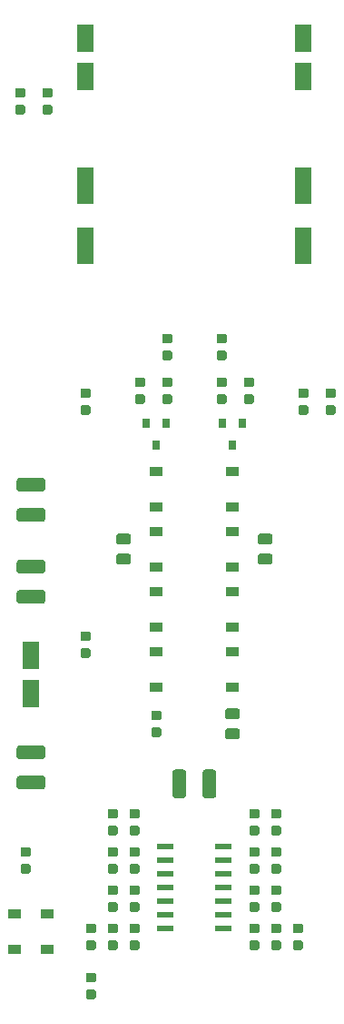
<source format=gbr>
G04 #@! TF.GenerationSoftware,KiCad,Pcbnew,(5.0.1-3-g963ef8bb5)*
G04 #@! TF.CreationDate,2018-11-04T18:34:46+08:00*
G04 #@! TF.ProjectId,SteinerVCF,537465696E65725643462E6B69636164,rev?*
G04 #@! TF.SameCoordinates,PX8d9ee20PY6422c40*
G04 #@! TF.FileFunction,Paste,Bot*
G04 #@! TF.FilePolarity,Positive*
%FSLAX46Y46*%
G04 Gerber Fmt 4.6, Leading zero omitted, Abs format (unit mm)*
G04 Created by KiCad (PCBNEW (5.0.1-3-g963ef8bb5)) date 2018 November 04, Sunday 18:34:46*
%MOMM*%
%LPD*%
G01*
G04 APERTURE LIST*
%ADD10R,1.600000X2.600000*%
%ADD11R,1.600000X3.500000*%
%ADD12C,0.100000*%
%ADD13C,0.875000*%
%ADD14C,0.975000*%
%ADD15C,1.250000*%
%ADD16R,1.200000X0.900000*%
%ADD17R,1.500000X0.600000*%
%ADD18R,0.800000X0.900000*%
G04 APERTURE END LIST*
D10*
G04 #@! TO.C,C12*
X-15240000Y-14964000D03*
X-15240000Y-18564000D03*
G04 #@! TD*
G04 #@! TO.C,C14*
X-10160000Y38840000D03*
X-10160000Y42440000D03*
G04 #@! TD*
G04 #@! TO.C,C13*
X10160000Y42440000D03*
X10160000Y38840000D03*
G04 #@! TD*
D11*
G04 #@! TO.C,C6*
X-10160000Y23108000D03*
X-10160000Y28708000D03*
G04 #@! TD*
G04 #@! TO.C,C7*
X10160000Y28708000D03*
X10160000Y23108000D03*
G04 #@! TD*
D12*
G04 #@! TO.C,C16*
G36*
X7897691Y-39924053D02*
X7918926Y-39927203D01*
X7939750Y-39932419D01*
X7959962Y-39939651D01*
X7979368Y-39948830D01*
X7997781Y-39959866D01*
X8015024Y-39972654D01*
X8030930Y-39987070D01*
X8045346Y-40002976D01*
X8058134Y-40020219D01*
X8069170Y-40038632D01*
X8078349Y-40058038D01*
X8085581Y-40078250D01*
X8090797Y-40099074D01*
X8093947Y-40120309D01*
X8095000Y-40141750D01*
X8095000Y-40579250D01*
X8093947Y-40600691D01*
X8090797Y-40621926D01*
X8085581Y-40642750D01*
X8078349Y-40662962D01*
X8069170Y-40682368D01*
X8058134Y-40700781D01*
X8045346Y-40718024D01*
X8030930Y-40733930D01*
X8015024Y-40748346D01*
X7997781Y-40761134D01*
X7979368Y-40772170D01*
X7959962Y-40781349D01*
X7939750Y-40788581D01*
X7918926Y-40793797D01*
X7897691Y-40796947D01*
X7876250Y-40798000D01*
X7363750Y-40798000D01*
X7342309Y-40796947D01*
X7321074Y-40793797D01*
X7300250Y-40788581D01*
X7280038Y-40781349D01*
X7260632Y-40772170D01*
X7242219Y-40761134D01*
X7224976Y-40748346D01*
X7209070Y-40733930D01*
X7194654Y-40718024D01*
X7181866Y-40700781D01*
X7170830Y-40682368D01*
X7161651Y-40662962D01*
X7154419Y-40642750D01*
X7149203Y-40621926D01*
X7146053Y-40600691D01*
X7145000Y-40579250D01*
X7145000Y-40141750D01*
X7146053Y-40120309D01*
X7149203Y-40099074D01*
X7154419Y-40078250D01*
X7161651Y-40058038D01*
X7170830Y-40038632D01*
X7181866Y-40020219D01*
X7194654Y-40002976D01*
X7209070Y-39987070D01*
X7224976Y-39972654D01*
X7242219Y-39959866D01*
X7260632Y-39948830D01*
X7280038Y-39939651D01*
X7300250Y-39932419D01*
X7321074Y-39927203D01*
X7342309Y-39924053D01*
X7363750Y-39923000D01*
X7876250Y-39923000D01*
X7897691Y-39924053D01*
X7897691Y-39924053D01*
G37*
D13*
X7620000Y-40360500D03*
D12*
G36*
X7897691Y-41499053D02*
X7918926Y-41502203D01*
X7939750Y-41507419D01*
X7959962Y-41514651D01*
X7979368Y-41523830D01*
X7997781Y-41534866D01*
X8015024Y-41547654D01*
X8030930Y-41562070D01*
X8045346Y-41577976D01*
X8058134Y-41595219D01*
X8069170Y-41613632D01*
X8078349Y-41633038D01*
X8085581Y-41653250D01*
X8090797Y-41674074D01*
X8093947Y-41695309D01*
X8095000Y-41716750D01*
X8095000Y-42154250D01*
X8093947Y-42175691D01*
X8090797Y-42196926D01*
X8085581Y-42217750D01*
X8078349Y-42237962D01*
X8069170Y-42257368D01*
X8058134Y-42275781D01*
X8045346Y-42293024D01*
X8030930Y-42308930D01*
X8015024Y-42323346D01*
X7997781Y-42336134D01*
X7979368Y-42347170D01*
X7959962Y-42356349D01*
X7939750Y-42363581D01*
X7918926Y-42368797D01*
X7897691Y-42371947D01*
X7876250Y-42373000D01*
X7363750Y-42373000D01*
X7342309Y-42371947D01*
X7321074Y-42368797D01*
X7300250Y-42363581D01*
X7280038Y-42356349D01*
X7260632Y-42347170D01*
X7242219Y-42336134D01*
X7224976Y-42323346D01*
X7209070Y-42308930D01*
X7194654Y-42293024D01*
X7181866Y-42275781D01*
X7170830Y-42257368D01*
X7161651Y-42237962D01*
X7154419Y-42217750D01*
X7149203Y-42196926D01*
X7146053Y-42175691D01*
X7145000Y-42154250D01*
X7145000Y-41716750D01*
X7146053Y-41695309D01*
X7149203Y-41674074D01*
X7154419Y-41653250D01*
X7161651Y-41633038D01*
X7170830Y-41613632D01*
X7181866Y-41595219D01*
X7194654Y-41577976D01*
X7209070Y-41562070D01*
X7224976Y-41547654D01*
X7242219Y-41534866D01*
X7260632Y-41523830D01*
X7280038Y-41514651D01*
X7300250Y-41507419D01*
X7321074Y-41502203D01*
X7342309Y-41499053D01*
X7363750Y-41498000D01*
X7876250Y-41498000D01*
X7897691Y-41499053D01*
X7897691Y-41499053D01*
G37*
D13*
X7620000Y-41935500D03*
G04 #@! TD*
D12*
G04 #@! TO.C,C15*
G36*
X-7342309Y-41499053D02*
X-7321074Y-41502203D01*
X-7300250Y-41507419D01*
X-7280038Y-41514651D01*
X-7260632Y-41523830D01*
X-7242219Y-41534866D01*
X-7224976Y-41547654D01*
X-7209070Y-41562070D01*
X-7194654Y-41577976D01*
X-7181866Y-41595219D01*
X-7170830Y-41613632D01*
X-7161651Y-41633038D01*
X-7154419Y-41653250D01*
X-7149203Y-41674074D01*
X-7146053Y-41695309D01*
X-7145000Y-41716750D01*
X-7145000Y-42154250D01*
X-7146053Y-42175691D01*
X-7149203Y-42196926D01*
X-7154419Y-42217750D01*
X-7161651Y-42237962D01*
X-7170830Y-42257368D01*
X-7181866Y-42275781D01*
X-7194654Y-42293024D01*
X-7209070Y-42308930D01*
X-7224976Y-42323346D01*
X-7242219Y-42336134D01*
X-7260632Y-42347170D01*
X-7280038Y-42356349D01*
X-7300250Y-42363581D01*
X-7321074Y-42368797D01*
X-7342309Y-42371947D01*
X-7363750Y-42373000D01*
X-7876250Y-42373000D01*
X-7897691Y-42371947D01*
X-7918926Y-42368797D01*
X-7939750Y-42363581D01*
X-7959962Y-42356349D01*
X-7979368Y-42347170D01*
X-7997781Y-42336134D01*
X-8015024Y-42323346D01*
X-8030930Y-42308930D01*
X-8045346Y-42293024D01*
X-8058134Y-42275781D01*
X-8069170Y-42257368D01*
X-8078349Y-42237962D01*
X-8085581Y-42217750D01*
X-8090797Y-42196926D01*
X-8093947Y-42175691D01*
X-8095000Y-42154250D01*
X-8095000Y-41716750D01*
X-8093947Y-41695309D01*
X-8090797Y-41674074D01*
X-8085581Y-41653250D01*
X-8078349Y-41633038D01*
X-8069170Y-41613632D01*
X-8058134Y-41595219D01*
X-8045346Y-41577976D01*
X-8030930Y-41562070D01*
X-8015024Y-41547654D01*
X-7997781Y-41534866D01*
X-7979368Y-41523830D01*
X-7959962Y-41514651D01*
X-7939750Y-41507419D01*
X-7918926Y-41502203D01*
X-7897691Y-41499053D01*
X-7876250Y-41498000D01*
X-7363750Y-41498000D01*
X-7342309Y-41499053D01*
X-7342309Y-41499053D01*
G37*
D13*
X-7620000Y-41935500D03*
D12*
G36*
X-7342309Y-39924053D02*
X-7321074Y-39927203D01*
X-7300250Y-39932419D01*
X-7280038Y-39939651D01*
X-7260632Y-39948830D01*
X-7242219Y-39959866D01*
X-7224976Y-39972654D01*
X-7209070Y-39987070D01*
X-7194654Y-40002976D01*
X-7181866Y-40020219D01*
X-7170830Y-40038632D01*
X-7161651Y-40058038D01*
X-7154419Y-40078250D01*
X-7149203Y-40099074D01*
X-7146053Y-40120309D01*
X-7145000Y-40141750D01*
X-7145000Y-40579250D01*
X-7146053Y-40600691D01*
X-7149203Y-40621926D01*
X-7154419Y-40642750D01*
X-7161651Y-40662962D01*
X-7170830Y-40682368D01*
X-7181866Y-40700781D01*
X-7194654Y-40718024D01*
X-7209070Y-40733930D01*
X-7224976Y-40748346D01*
X-7242219Y-40761134D01*
X-7260632Y-40772170D01*
X-7280038Y-40781349D01*
X-7300250Y-40788581D01*
X-7321074Y-40793797D01*
X-7342309Y-40796947D01*
X-7363750Y-40798000D01*
X-7876250Y-40798000D01*
X-7897691Y-40796947D01*
X-7918926Y-40793797D01*
X-7939750Y-40788581D01*
X-7959962Y-40781349D01*
X-7979368Y-40772170D01*
X-7997781Y-40761134D01*
X-8015024Y-40748346D01*
X-8030930Y-40733930D01*
X-8045346Y-40718024D01*
X-8058134Y-40700781D01*
X-8069170Y-40682368D01*
X-8078349Y-40662962D01*
X-8085581Y-40642750D01*
X-8090797Y-40621926D01*
X-8093947Y-40600691D01*
X-8095000Y-40579250D01*
X-8095000Y-40141750D01*
X-8093947Y-40120309D01*
X-8090797Y-40099074D01*
X-8085581Y-40078250D01*
X-8078349Y-40058038D01*
X-8069170Y-40038632D01*
X-8058134Y-40020219D01*
X-8045346Y-40002976D01*
X-8030930Y-39987070D01*
X-8015024Y-39972654D01*
X-7997781Y-39959866D01*
X-7979368Y-39948830D01*
X-7959962Y-39939651D01*
X-7939750Y-39932419D01*
X-7918926Y-39927203D01*
X-7897691Y-39924053D01*
X-7876250Y-39923000D01*
X-7363750Y-39923000D01*
X-7342309Y-39924053D01*
X-7342309Y-39924053D01*
G37*
D13*
X-7620000Y-40360500D03*
G04 #@! TD*
D12*
G04 #@! TO.C,C10*
G36*
X5865691Y-36368053D02*
X5886926Y-36371203D01*
X5907750Y-36376419D01*
X5927962Y-36383651D01*
X5947368Y-36392830D01*
X5965781Y-36403866D01*
X5983024Y-36416654D01*
X5998930Y-36431070D01*
X6013346Y-36446976D01*
X6026134Y-36464219D01*
X6037170Y-36482632D01*
X6046349Y-36502038D01*
X6053581Y-36522250D01*
X6058797Y-36543074D01*
X6061947Y-36564309D01*
X6063000Y-36585750D01*
X6063000Y-37023250D01*
X6061947Y-37044691D01*
X6058797Y-37065926D01*
X6053581Y-37086750D01*
X6046349Y-37106962D01*
X6037170Y-37126368D01*
X6026134Y-37144781D01*
X6013346Y-37162024D01*
X5998930Y-37177930D01*
X5983024Y-37192346D01*
X5965781Y-37205134D01*
X5947368Y-37216170D01*
X5927962Y-37225349D01*
X5907750Y-37232581D01*
X5886926Y-37237797D01*
X5865691Y-37240947D01*
X5844250Y-37242000D01*
X5331750Y-37242000D01*
X5310309Y-37240947D01*
X5289074Y-37237797D01*
X5268250Y-37232581D01*
X5248038Y-37225349D01*
X5228632Y-37216170D01*
X5210219Y-37205134D01*
X5192976Y-37192346D01*
X5177070Y-37177930D01*
X5162654Y-37162024D01*
X5149866Y-37144781D01*
X5138830Y-37126368D01*
X5129651Y-37106962D01*
X5122419Y-37086750D01*
X5117203Y-37065926D01*
X5114053Y-37044691D01*
X5113000Y-37023250D01*
X5113000Y-36585750D01*
X5114053Y-36564309D01*
X5117203Y-36543074D01*
X5122419Y-36522250D01*
X5129651Y-36502038D01*
X5138830Y-36482632D01*
X5149866Y-36464219D01*
X5162654Y-36446976D01*
X5177070Y-36431070D01*
X5192976Y-36416654D01*
X5210219Y-36403866D01*
X5228632Y-36392830D01*
X5248038Y-36383651D01*
X5268250Y-36376419D01*
X5289074Y-36371203D01*
X5310309Y-36368053D01*
X5331750Y-36367000D01*
X5844250Y-36367000D01*
X5865691Y-36368053D01*
X5865691Y-36368053D01*
G37*
D13*
X5588000Y-36804500D03*
D12*
G36*
X5865691Y-37943053D02*
X5886926Y-37946203D01*
X5907750Y-37951419D01*
X5927962Y-37958651D01*
X5947368Y-37967830D01*
X5965781Y-37978866D01*
X5983024Y-37991654D01*
X5998930Y-38006070D01*
X6013346Y-38021976D01*
X6026134Y-38039219D01*
X6037170Y-38057632D01*
X6046349Y-38077038D01*
X6053581Y-38097250D01*
X6058797Y-38118074D01*
X6061947Y-38139309D01*
X6063000Y-38160750D01*
X6063000Y-38598250D01*
X6061947Y-38619691D01*
X6058797Y-38640926D01*
X6053581Y-38661750D01*
X6046349Y-38681962D01*
X6037170Y-38701368D01*
X6026134Y-38719781D01*
X6013346Y-38737024D01*
X5998930Y-38752930D01*
X5983024Y-38767346D01*
X5965781Y-38780134D01*
X5947368Y-38791170D01*
X5927962Y-38800349D01*
X5907750Y-38807581D01*
X5886926Y-38812797D01*
X5865691Y-38815947D01*
X5844250Y-38817000D01*
X5331750Y-38817000D01*
X5310309Y-38815947D01*
X5289074Y-38812797D01*
X5268250Y-38807581D01*
X5248038Y-38800349D01*
X5228632Y-38791170D01*
X5210219Y-38780134D01*
X5192976Y-38767346D01*
X5177070Y-38752930D01*
X5162654Y-38737024D01*
X5149866Y-38719781D01*
X5138830Y-38701368D01*
X5129651Y-38681962D01*
X5122419Y-38661750D01*
X5117203Y-38640926D01*
X5114053Y-38619691D01*
X5113000Y-38598250D01*
X5113000Y-38160750D01*
X5114053Y-38139309D01*
X5117203Y-38118074D01*
X5122419Y-38097250D01*
X5129651Y-38077038D01*
X5138830Y-38057632D01*
X5149866Y-38039219D01*
X5162654Y-38021976D01*
X5177070Y-38006070D01*
X5192976Y-37991654D01*
X5210219Y-37978866D01*
X5228632Y-37967830D01*
X5248038Y-37958651D01*
X5268250Y-37951419D01*
X5289074Y-37946203D01*
X5310309Y-37943053D01*
X5331750Y-37942000D01*
X5844250Y-37942000D01*
X5865691Y-37943053D01*
X5865691Y-37943053D01*
G37*
D13*
X5588000Y-38379500D03*
G04 #@! TD*
D12*
G04 #@! TO.C,C11*
G36*
X-5310309Y-36368053D02*
X-5289074Y-36371203D01*
X-5268250Y-36376419D01*
X-5248038Y-36383651D01*
X-5228632Y-36392830D01*
X-5210219Y-36403866D01*
X-5192976Y-36416654D01*
X-5177070Y-36431070D01*
X-5162654Y-36446976D01*
X-5149866Y-36464219D01*
X-5138830Y-36482632D01*
X-5129651Y-36502038D01*
X-5122419Y-36522250D01*
X-5117203Y-36543074D01*
X-5114053Y-36564309D01*
X-5113000Y-36585750D01*
X-5113000Y-37023250D01*
X-5114053Y-37044691D01*
X-5117203Y-37065926D01*
X-5122419Y-37086750D01*
X-5129651Y-37106962D01*
X-5138830Y-37126368D01*
X-5149866Y-37144781D01*
X-5162654Y-37162024D01*
X-5177070Y-37177930D01*
X-5192976Y-37192346D01*
X-5210219Y-37205134D01*
X-5228632Y-37216170D01*
X-5248038Y-37225349D01*
X-5268250Y-37232581D01*
X-5289074Y-37237797D01*
X-5310309Y-37240947D01*
X-5331750Y-37242000D01*
X-5844250Y-37242000D01*
X-5865691Y-37240947D01*
X-5886926Y-37237797D01*
X-5907750Y-37232581D01*
X-5927962Y-37225349D01*
X-5947368Y-37216170D01*
X-5965781Y-37205134D01*
X-5983024Y-37192346D01*
X-5998930Y-37177930D01*
X-6013346Y-37162024D01*
X-6026134Y-37144781D01*
X-6037170Y-37126368D01*
X-6046349Y-37106962D01*
X-6053581Y-37086750D01*
X-6058797Y-37065926D01*
X-6061947Y-37044691D01*
X-6063000Y-37023250D01*
X-6063000Y-36585750D01*
X-6061947Y-36564309D01*
X-6058797Y-36543074D01*
X-6053581Y-36522250D01*
X-6046349Y-36502038D01*
X-6037170Y-36482632D01*
X-6026134Y-36464219D01*
X-6013346Y-36446976D01*
X-5998930Y-36431070D01*
X-5983024Y-36416654D01*
X-5965781Y-36403866D01*
X-5947368Y-36392830D01*
X-5927962Y-36383651D01*
X-5907750Y-36376419D01*
X-5886926Y-36371203D01*
X-5865691Y-36368053D01*
X-5844250Y-36367000D01*
X-5331750Y-36367000D01*
X-5310309Y-36368053D01*
X-5310309Y-36368053D01*
G37*
D13*
X-5588000Y-36804500D03*
D12*
G36*
X-5310309Y-37943053D02*
X-5289074Y-37946203D01*
X-5268250Y-37951419D01*
X-5248038Y-37958651D01*
X-5228632Y-37967830D01*
X-5210219Y-37978866D01*
X-5192976Y-37991654D01*
X-5177070Y-38006070D01*
X-5162654Y-38021976D01*
X-5149866Y-38039219D01*
X-5138830Y-38057632D01*
X-5129651Y-38077038D01*
X-5122419Y-38097250D01*
X-5117203Y-38118074D01*
X-5114053Y-38139309D01*
X-5113000Y-38160750D01*
X-5113000Y-38598250D01*
X-5114053Y-38619691D01*
X-5117203Y-38640926D01*
X-5122419Y-38661750D01*
X-5129651Y-38681962D01*
X-5138830Y-38701368D01*
X-5149866Y-38719781D01*
X-5162654Y-38737024D01*
X-5177070Y-38752930D01*
X-5192976Y-38767346D01*
X-5210219Y-38780134D01*
X-5228632Y-38791170D01*
X-5248038Y-38800349D01*
X-5268250Y-38807581D01*
X-5289074Y-38812797D01*
X-5310309Y-38815947D01*
X-5331750Y-38817000D01*
X-5844250Y-38817000D01*
X-5865691Y-38815947D01*
X-5886926Y-38812797D01*
X-5907750Y-38807581D01*
X-5927962Y-38800349D01*
X-5947368Y-38791170D01*
X-5965781Y-38780134D01*
X-5983024Y-38767346D01*
X-5998930Y-38752930D01*
X-6013346Y-38737024D01*
X-6026134Y-38719781D01*
X-6037170Y-38701368D01*
X-6046349Y-38681962D01*
X-6053581Y-38661750D01*
X-6058797Y-38640926D01*
X-6061947Y-38619691D01*
X-6063000Y-38598250D01*
X-6063000Y-38160750D01*
X-6061947Y-38139309D01*
X-6058797Y-38118074D01*
X-6053581Y-38097250D01*
X-6046349Y-38077038D01*
X-6037170Y-38057632D01*
X-6026134Y-38039219D01*
X-6013346Y-38021976D01*
X-5998930Y-38006070D01*
X-5983024Y-37991654D01*
X-5965781Y-37978866D01*
X-5947368Y-37967830D01*
X-5927962Y-37958651D01*
X-5907750Y-37951419D01*
X-5886926Y-37946203D01*
X-5865691Y-37943053D01*
X-5844250Y-37942000D01*
X-5331750Y-37942000D01*
X-5310309Y-37943053D01*
X-5310309Y-37943053D01*
G37*
D13*
X-5588000Y-38379500D03*
G04 #@! TD*
D12*
G04 #@! TO.C,C4*
G36*
X-6123858Y-5531174D02*
X-6100197Y-5534684D01*
X-6076993Y-5540496D01*
X-6054471Y-5548554D01*
X-6032847Y-5558782D01*
X-6012330Y-5571079D01*
X-5993117Y-5585329D01*
X-5975393Y-5601393D01*
X-5959329Y-5619117D01*
X-5945079Y-5638330D01*
X-5932782Y-5658847D01*
X-5922554Y-5680471D01*
X-5914496Y-5702993D01*
X-5908684Y-5726197D01*
X-5905174Y-5749858D01*
X-5904000Y-5773750D01*
X-5904000Y-6261250D01*
X-5905174Y-6285142D01*
X-5908684Y-6308803D01*
X-5914496Y-6332007D01*
X-5922554Y-6354529D01*
X-5932782Y-6376153D01*
X-5945079Y-6396670D01*
X-5959329Y-6415883D01*
X-5975393Y-6433607D01*
X-5993117Y-6449671D01*
X-6012330Y-6463921D01*
X-6032847Y-6476218D01*
X-6054471Y-6486446D01*
X-6076993Y-6494504D01*
X-6100197Y-6500316D01*
X-6123858Y-6503826D01*
X-6147750Y-6505000D01*
X-7060250Y-6505000D01*
X-7084142Y-6503826D01*
X-7107803Y-6500316D01*
X-7131007Y-6494504D01*
X-7153529Y-6486446D01*
X-7175153Y-6476218D01*
X-7195670Y-6463921D01*
X-7214883Y-6449671D01*
X-7232607Y-6433607D01*
X-7248671Y-6415883D01*
X-7262921Y-6396670D01*
X-7275218Y-6376153D01*
X-7285446Y-6354529D01*
X-7293504Y-6332007D01*
X-7299316Y-6308803D01*
X-7302826Y-6285142D01*
X-7304000Y-6261250D01*
X-7304000Y-5773750D01*
X-7302826Y-5749858D01*
X-7299316Y-5726197D01*
X-7293504Y-5702993D01*
X-7285446Y-5680471D01*
X-7275218Y-5658847D01*
X-7262921Y-5638330D01*
X-7248671Y-5619117D01*
X-7232607Y-5601393D01*
X-7214883Y-5585329D01*
X-7195670Y-5571079D01*
X-7175153Y-5558782D01*
X-7153529Y-5548554D01*
X-7131007Y-5540496D01*
X-7107803Y-5534684D01*
X-7084142Y-5531174D01*
X-7060250Y-5530000D01*
X-6147750Y-5530000D01*
X-6123858Y-5531174D01*
X-6123858Y-5531174D01*
G37*
D14*
X-6604000Y-6017500D03*
D12*
G36*
X-6123858Y-3656174D02*
X-6100197Y-3659684D01*
X-6076993Y-3665496D01*
X-6054471Y-3673554D01*
X-6032847Y-3683782D01*
X-6012330Y-3696079D01*
X-5993117Y-3710329D01*
X-5975393Y-3726393D01*
X-5959329Y-3744117D01*
X-5945079Y-3763330D01*
X-5932782Y-3783847D01*
X-5922554Y-3805471D01*
X-5914496Y-3827993D01*
X-5908684Y-3851197D01*
X-5905174Y-3874858D01*
X-5904000Y-3898750D01*
X-5904000Y-4386250D01*
X-5905174Y-4410142D01*
X-5908684Y-4433803D01*
X-5914496Y-4457007D01*
X-5922554Y-4479529D01*
X-5932782Y-4501153D01*
X-5945079Y-4521670D01*
X-5959329Y-4540883D01*
X-5975393Y-4558607D01*
X-5993117Y-4574671D01*
X-6012330Y-4588921D01*
X-6032847Y-4601218D01*
X-6054471Y-4611446D01*
X-6076993Y-4619504D01*
X-6100197Y-4625316D01*
X-6123858Y-4628826D01*
X-6147750Y-4630000D01*
X-7060250Y-4630000D01*
X-7084142Y-4628826D01*
X-7107803Y-4625316D01*
X-7131007Y-4619504D01*
X-7153529Y-4611446D01*
X-7175153Y-4601218D01*
X-7195670Y-4588921D01*
X-7214883Y-4574671D01*
X-7232607Y-4558607D01*
X-7248671Y-4540883D01*
X-7262921Y-4521670D01*
X-7275218Y-4501153D01*
X-7285446Y-4479529D01*
X-7293504Y-4457007D01*
X-7299316Y-4433803D01*
X-7302826Y-4410142D01*
X-7304000Y-4386250D01*
X-7304000Y-3898750D01*
X-7302826Y-3874858D01*
X-7299316Y-3851197D01*
X-7293504Y-3827993D01*
X-7285446Y-3805471D01*
X-7275218Y-3783847D01*
X-7262921Y-3763330D01*
X-7248671Y-3744117D01*
X-7232607Y-3726393D01*
X-7214883Y-3710329D01*
X-7195670Y-3696079D01*
X-7175153Y-3683782D01*
X-7153529Y-3673554D01*
X-7131007Y-3665496D01*
X-7107803Y-3659684D01*
X-7084142Y-3656174D01*
X-7060250Y-3655000D01*
X-6147750Y-3655000D01*
X-6123858Y-3656174D01*
X-6123858Y-3656174D01*
G37*
D14*
X-6604000Y-4142500D03*
G04 #@! TD*
D12*
G04 #@! TO.C,C5*
G36*
X4036142Y-21787174D02*
X4059803Y-21790684D01*
X4083007Y-21796496D01*
X4105529Y-21804554D01*
X4127153Y-21814782D01*
X4147670Y-21827079D01*
X4166883Y-21841329D01*
X4184607Y-21857393D01*
X4200671Y-21875117D01*
X4214921Y-21894330D01*
X4227218Y-21914847D01*
X4237446Y-21936471D01*
X4245504Y-21958993D01*
X4251316Y-21982197D01*
X4254826Y-22005858D01*
X4256000Y-22029750D01*
X4256000Y-22517250D01*
X4254826Y-22541142D01*
X4251316Y-22564803D01*
X4245504Y-22588007D01*
X4237446Y-22610529D01*
X4227218Y-22632153D01*
X4214921Y-22652670D01*
X4200671Y-22671883D01*
X4184607Y-22689607D01*
X4166883Y-22705671D01*
X4147670Y-22719921D01*
X4127153Y-22732218D01*
X4105529Y-22742446D01*
X4083007Y-22750504D01*
X4059803Y-22756316D01*
X4036142Y-22759826D01*
X4012250Y-22761000D01*
X3099750Y-22761000D01*
X3075858Y-22759826D01*
X3052197Y-22756316D01*
X3028993Y-22750504D01*
X3006471Y-22742446D01*
X2984847Y-22732218D01*
X2964330Y-22719921D01*
X2945117Y-22705671D01*
X2927393Y-22689607D01*
X2911329Y-22671883D01*
X2897079Y-22652670D01*
X2884782Y-22632153D01*
X2874554Y-22610529D01*
X2866496Y-22588007D01*
X2860684Y-22564803D01*
X2857174Y-22541142D01*
X2856000Y-22517250D01*
X2856000Y-22029750D01*
X2857174Y-22005858D01*
X2860684Y-21982197D01*
X2866496Y-21958993D01*
X2874554Y-21936471D01*
X2884782Y-21914847D01*
X2897079Y-21894330D01*
X2911329Y-21875117D01*
X2927393Y-21857393D01*
X2945117Y-21841329D01*
X2964330Y-21827079D01*
X2984847Y-21814782D01*
X3006471Y-21804554D01*
X3028993Y-21796496D01*
X3052197Y-21790684D01*
X3075858Y-21787174D01*
X3099750Y-21786000D01*
X4012250Y-21786000D01*
X4036142Y-21787174D01*
X4036142Y-21787174D01*
G37*
D14*
X3556000Y-22273500D03*
D12*
G36*
X4036142Y-19912174D02*
X4059803Y-19915684D01*
X4083007Y-19921496D01*
X4105529Y-19929554D01*
X4127153Y-19939782D01*
X4147670Y-19952079D01*
X4166883Y-19966329D01*
X4184607Y-19982393D01*
X4200671Y-20000117D01*
X4214921Y-20019330D01*
X4227218Y-20039847D01*
X4237446Y-20061471D01*
X4245504Y-20083993D01*
X4251316Y-20107197D01*
X4254826Y-20130858D01*
X4256000Y-20154750D01*
X4256000Y-20642250D01*
X4254826Y-20666142D01*
X4251316Y-20689803D01*
X4245504Y-20713007D01*
X4237446Y-20735529D01*
X4227218Y-20757153D01*
X4214921Y-20777670D01*
X4200671Y-20796883D01*
X4184607Y-20814607D01*
X4166883Y-20830671D01*
X4147670Y-20844921D01*
X4127153Y-20857218D01*
X4105529Y-20867446D01*
X4083007Y-20875504D01*
X4059803Y-20881316D01*
X4036142Y-20884826D01*
X4012250Y-20886000D01*
X3099750Y-20886000D01*
X3075858Y-20884826D01*
X3052197Y-20881316D01*
X3028993Y-20875504D01*
X3006471Y-20867446D01*
X2984847Y-20857218D01*
X2964330Y-20844921D01*
X2945117Y-20830671D01*
X2927393Y-20814607D01*
X2911329Y-20796883D01*
X2897079Y-20777670D01*
X2884782Y-20757153D01*
X2874554Y-20735529D01*
X2866496Y-20713007D01*
X2860684Y-20689803D01*
X2857174Y-20666142D01*
X2856000Y-20642250D01*
X2856000Y-20154750D01*
X2857174Y-20130858D01*
X2860684Y-20107197D01*
X2866496Y-20083993D01*
X2874554Y-20061471D01*
X2884782Y-20039847D01*
X2897079Y-20019330D01*
X2911329Y-20000117D01*
X2927393Y-19982393D01*
X2945117Y-19966329D01*
X2964330Y-19952079D01*
X2984847Y-19939782D01*
X3006471Y-19929554D01*
X3028993Y-19921496D01*
X3052197Y-19915684D01*
X3075858Y-19912174D01*
X3099750Y-19911000D01*
X4012250Y-19911000D01*
X4036142Y-19912174D01*
X4036142Y-19912174D01*
G37*
D14*
X3556000Y-20398500D03*
G04 #@! TD*
D12*
G04 #@! TO.C,C9*
G36*
X7084142Y-5531174D02*
X7107803Y-5534684D01*
X7131007Y-5540496D01*
X7153529Y-5548554D01*
X7175153Y-5558782D01*
X7195670Y-5571079D01*
X7214883Y-5585329D01*
X7232607Y-5601393D01*
X7248671Y-5619117D01*
X7262921Y-5638330D01*
X7275218Y-5658847D01*
X7285446Y-5680471D01*
X7293504Y-5702993D01*
X7299316Y-5726197D01*
X7302826Y-5749858D01*
X7304000Y-5773750D01*
X7304000Y-6261250D01*
X7302826Y-6285142D01*
X7299316Y-6308803D01*
X7293504Y-6332007D01*
X7285446Y-6354529D01*
X7275218Y-6376153D01*
X7262921Y-6396670D01*
X7248671Y-6415883D01*
X7232607Y-6433607D01*
X7214883Y-6449671D01*
X7195670Y-6463921D01*
X7175153Y-6476218D01*
X7153529Y-6486446D01*
X7131007Y-6494504D01*
X7107803Y-6500316D01*
X7084142Y-6503826D01*
X7060250Y-6505000D01*
X6147750Y-6505000D01*
X6123858Y-6503826D01*
X6100197Y-6500316D01*
X6076993Y-6494504D01*
X6054471Y-6486446D01*
X6032847Y-6476218D01*
X6012330Y-6463921D01*
X5993117Y-6449671D01*
X5975393Y-6433607D01*
X5959329Y-6415883D01*
X5945079Y-6396670D01*
X5932782Y-6376153D01*
X5922554Y-6354529D01*
X5914496Y-6332007D01*
X5908684Y-6308803D01*
X5905174Y-6285142D01*
X5904000Y-6261250D01*
X5904000Y-5773750D01*
X5905174Y-5749858D01*
X5908684Y-5726197D01*
X5914496Y-5702993D01*
X5922554Y-5680471D01*
X5932782Y-5658847D01*
X5945079Y-5638330D01*
X5959329Y-5619117D01*
X5975393Y-5601393D01*
X5993117Y-5585329D01*
X6012330Y-5571079D01*
X6032847Y-5558782D01*
X6054471Y-5548554D01*
X6076993Y-5540496D01*
X6100197Y-5534684D01*
X6123858Y-5531174D01*
X6147750Y-5530000D01*
X7060250Y-5530000D01*
X7084142Y-5531174D01*
X7084142Y-5531174D01*
G37*
D14*
X6604000Y-6017500D03*
D12*
G36*
X7084142Y-3656174D02*
X7107803Y-3659684D01*
X7131007Y-3665496D01*
X7153529Y-3673554D01*
X7175153Y-3683782D01*
X7195670Y-3696079D01*
X7214883Y-3710329D01*
X7232607Y-3726393D01*
X7248671Y-3744117D01*
X7262921Y-3763330D01*
X7275218Y-3783847D01*
X7285446Y-3805471D01*
X7293504Y-3827993D01*
X7299316Y-3851197D01*
X7302826Y-3874858D01*
X7304000Y-3898750D01*
X7304000Y-4386250D01*
X7302826Y-4410142D01*
X7299316Y-4433803D01*
X7293504Y-4457007D01*
X7285446Y-4479529D01*
X7275218Y-4501153D01*
X7262921Y-4521670D01*
X7248671Y-4540883D01*
X7232607Y-4558607D01*
X7214883Y-4574671D01*
X7195670Y-4588921D01*
X7175153Y-4601218D01*
X7153529Y-4611446D01*
X7131007Y-4619504D01*
X7107803Y-4625316D01*
X7084142Y-4628826D01*
X7060250Y-4630000D01*
X6147750Y-4630000D01*
X6123858Y-4628826D01*
X6100197Y-4625316D01*
X6076993Y-4619504D01*
X6054471Y-4611446D01*
X6032847Y-4601218D01*
X6012330Y-4588921D01*
X5993117Y-4574671D01*
X5975393Y-4558607D01*
X5959329Y-4540883D01*
X5945079Y-4521670D01*
X5932782Y-4501153D01*
X5922554Y-4479529D01*
X5914496Y-4457007D01*
X5908684Y-4433803D01*
X5905174Y-4410142D01*
X5904000Y-4386250D01*
X5904000Y-3898750D01*
X5905174Y-3874858D01*
X5908684Y-3851197D01*
X5914496Y-3827993D01*
X5922554Y-3805471D01*
X5932782Y-3783847D01*
X5945079Y-3763330D01*
X5959329Y-3744117D01*
X5975393Y-3726393D01*
X5993117Y-3710329D01*
X6012330Y-3696079D01*
X6032847Y-3683782D01*
X6054471Y-3673554D01*
X6076993Y-3665496D01*
X6100197Y-3659684D01*
X6123858Y-3656174D01*
X6147750Y-3655000D01*
X7060250Y-3655000D01*
X7084142Y-3656174D01*
X7084142Y-3656174D01*
G37*
D14*
X6604000Y-4142500D03*
G04 #@! TD*
D12*
G04 #@! TO.C,C2*
G36*
X-14140496Y-26176204D02*
X-14116227Y-26179804D01*
X-14092429Y-26185765D01*
X-14069329Y-26194030D01*
X-14047151Y-26204520D01*
X-14026107Y-26217133D01*
X-14006402Y-26231747D01*
X-13988223Y-26248223D01*
X-13971747Y-26266402D01*
X-13957133Y-26286107D01*
X-13944520Y-26307151D01*
X-13934030Y-26329329D01*
X-13925765Y-26352429D01*
X-13919804Y-26376227D01*
X-13916204Y-26400496D01*
X-13915000Y-26425000D01*
X-13915000Y-27175000D01*
X-13916204Y-27199504D01*
X-13919804Y-27223773D01*
X-13925765Y-27247571D01*
X-13934030Y-27270671D01*
X-13944520Y-27292849D01*
X-13957133Y-27313893D01*
X-13971747Y-27333598D01*
X-13988223Y-27351777D01*
X-14006402Y-27368253D01*
X-14026107Y-27382867D01*
X-14047151Y-27395480D01*
X-14069329Y-27405970D01*
X-14092429Y-27414235D01*
X-14116227Y-27420196D01*
X-14140496Y-27423796D01*
X-14165000Y-27425000D01*
X-16315000Y-27425000D01*
X-16339504Y-27423796D01*
X-16363773Y-27420196D01*
X-16387571Y-27414235D01*
X-16410671Y-27405970D01*
X-16432849Y-27395480D01*
X-16453893Y-27382867D01*
X-16473598Y-27368253D01*
X-16491777Y-27351777D01*
X-16508253Y-27333598D01*
X-16522867Y-27313893D01*
X-16535480Y-27292849D01*
X-16545970Y-27270671D01*
X-16554235Y-27247571D01*
X-16560196Y-27223773D01*
X-16563796Y-27199504D01*
X-16565000Y-27175000D01*
X-16565000Y-26425000D01*
X-16563796Y-26400496D01*
X-16560196Y-26376227D01*
X-16554235Y-26352429D01*
X-16545970Y-26329329D01*
X-16535480Y-26307151D01*
X-16522867Y-26286107D01*
X-16508253Y-26266402D01*
X-16491777Y-26248223D01*
X-16473598Y-26231747D01*
X-16453893Y-26217133D01*
X-16432849Y-26204520D01*
X-16410671Y-26194030D01*
X-16387571Y-26185765D01*
X-16363773Y-26179804D01*
X-16339504Y-26176204D01*
X-16315000Y-26175000D01*
X-14165000Y-26175000D01*
X-14140496Y-26176204D01*
X-14140496Y-26176204D01*
G37*
D15*
X-15240000Y-26800000D03*
D12*
G36*
X-14140496Y-23376204D02*
X-14116227Y-23379804D01*
X-14092429Y-23385765D01*
X-14069329Y-23394030D01*
X-14047151Y-23404520D01*
X-14026107Y-23417133D01*
X-14006402Y-23431747D01*
X-13988223Y-23448223D01*
X-13971747Y-23466402D01*
X-13957133Y-23486107D01*
X-13944520Y-23507151D01*
X-13934030Y-23529329D01*
X-13925765Y-23552429D01*
X-13919804Y-23576227D01*
X-13916204Y-23600496D01*
X-13915000Y-23625000D01*
X-13915000Y-24375000D01*
X-13916204Y-24399504D01*
X-13919804Y-24423773D01*
X-13925765Y-24447571D01*
X-13934030Y-24470671D01*
X-13944520Y-24492849D01*
X-13957133Y-24513893D01*
X-13971747Y-24533598D01*
X-13988223Y-24551777D01*
X-14006402Y-24568253D01*
X-14026107Y-24582867D01*
X-14047151Y-24595480D01*
X-14069329Y-24605970D01*
X-14092429Y-24614235D01*
X-14116227Y-24620196D01*
X-14140496Y-24623796D01*
X-14165000Y-24625000D01*
X-16315000Y-24625000D01*
X-16339504Y-24623796D01*
X-16363773Y-24620196D01*
X-16387571Y-24614235D01*
X-16410671Y-24605970D01*
X-16432849Y-24595480D01*
X-16453893Y-24582867D01*
X-16473598Y-24568253D01*
X-16491777Y-24551777D01*
X-16508253Y-24533598D01*
X-16522867Y-24513893D01*
X-16535480Y-24492849D01*
X-16545970Y-24470671D01*
X-16554235Y-24447571D01*
X-16560196Y-24423773D01*
X-16563796Y-24399504D01*
X-16565000Y-24375000D01*
X-16565000Y-23625000D01*
X-16563796Y-23600496D01*
X-16560196Y-23576227D01*
X-16554235Y-23552429D01*
X-16545970Y-23529329D01*
X-16535480Y-23507151D01*
X-16522867Y-23486107D01*
X-16508253Y-23466402D01*
X-16491777Y-23448223D01*
X-16473598Y-23431747D01*
X-16453893Y-23417133D01*
X-16432849Y-23404520D01*
X-16410671Y-23394030D01*
X-16387571Y-23385765D01*
X-16363773Y-23379804D01*
X-16339504Y-23376204D01*
X-16315000Y-23375000D01*
X-14165000Y-23375000D01*
X-14140496Y-23376204D01*
X-14140496Y-23376204D01*
G37*
D15*
X-15240000Y-24000000D03*
G04 #@! TD*
D12*
G04 #@! TO.C,C3*
G36*
X-14140496Y-8904204D02*
X-14116227Y-8907804D01*
X-14092429Y-8913765D01*
X-14069329Y-8922030D01*
X-14047151Y-8932520D01*
X-14026107Y-8945133D01*
X-14006402Y-8959747D01*
X-13988223Y-8976223D01*
X-13971747Y-8994402D01*
X-13957133Y-9014107D01*
X-13944520Y-9035151D01*
X-13934030Y-9057329D01*
X-13925765Y-9080429D01*
X-13919804Y-9104227D01*
X-13916204Y-9128496D01*
X-13915000Y-9153000D01*
X-13915000Y-9903000D01*
X-13916204Y-9927504D01*
X-13919804Y-9951773D01*
X-13925765Y-9975571D01*
X-13934030Y-9998671D01*
X-13944520Y-10020849D01*
X-13957133Y-10041893D01*
X-13971747Y-10061598D01*
X-13988223Y-10079777D01*
X-14006402Y-10096253D01*
X-14026107Y-10110867D01*
X-14047151Y-10123480D01*
X-14069329Y-10133970D01*
X-14092429Y-10142235D01*
X-14116227Y-10148196D01*
X-14140496Y-10151796D01*
X-14165000Y-10153000D01*
X-16315000Y-10153000D01*
X-16339504Y-10151796D01*
X-16363773Y-10148196D01*
X-16387571Y-10142235D01*
X-16410671Y-10133970D01*
X-16432849Y-10123480D01*
X-16453893Y-10110867D01*
X-16473598Y-10096253D01*
X-16491777Y-10079777D01*
X-16508253Y-10061598D01*
X-16522867Y-10041893D01*
X-16535480Y-10020849D01*
X-16545970Y-9998671D01*
X-16554235Y-9975571D01*
X-16560196Y-9951773D01*
X-16563796Y-9927504D01*
X-16565000Y-9903000D01*
X-16565000Y-9153000D01*
X-16563796Y-9128496D01*
X-16560196Y-9104227D01*
X-16554235Y-9080429D01*
X-16545970Y-9057329D01*
X-16535480Y-9035151D01*
X-16522867Y-9014107D01*
X-16508253Y-8994402D01*
X-16491777Y-8976223D01*
X-16473598Y-8959747D01*
X-16453893Y-8945133D01*
X-16432849Y-8932520D01*
X-16410671Y-8922030D01*
X-16387571Y-8913765D01*
X-16363773Y-8907804D01*
X-16339504Y-8904204D01*
X-16315000Y-8903000D01*
X-14165000Y-8903000D01*
X-14140496Y-8904204D01*
X-14140496Y-8904204D01*
G37*
D15*
X-15240000Y-9528000D03*
D12*
G36*
X-14140496Y-6104204D02*
X-14116227Y-6107804D01*
X-14092429Y-6113765D01*
X-14069329Y-6122030D01*
X-14047151Y-6132520D01*
X-14026107Y-6145133D01*
X-14006402Y-6159747D01*
X-13988223Y-6176223D01*
X-13971747Y-6194402D01*
X-13957133Y-6214107D01*
X-13944520Y-6235151D01*
X-13934030Y-6257329D01*
X-13925765Y-6280429D01*
X-13919804Y-6304227D01*
X-13916204Y-6328496D01*
X-13915000Y-6353000D01*
X-13915000Y-7103000D01*
X-13916204Y-7127504D01*
X-13919804Y-7151773D01*
X-13925765Y-7175571D01*
X-13934030Y-7198671D01*
X-13944520Y-7220849D01*
X-13957133Y-7241893D01*
X-13971747Y-7261598D01*
X-13988223Y-7279777D01*
X-14006402Y-7296253D01*
X-14026107Y-7310867D01*
X-14047151Y-7323480D01*
X-14069329Y-7333970D01*
X-14092429Y-7342235D01*
X-14116227Y-7348196D01*
X-14140496Y-7351796D01*
X-14165000Y-7353000D01*
X-16315000Y-7353000D01*
X-16339504Y-7351796D01*
X-16363773Y-7348196D01*
X-16387571Y-7342235D01*
X-16410671Y-7333970D01*
X-16432849Y-7323480D01*
X-16453893Y-7310867D01*
X-16473598Y-7296253D01*
X-16491777Y-7279777D01*
X-16508253Y-7261598D01*
X-16522867Y-7241893D01*
X-16535480Y-7220849D01*
X-16545970Y-7198671D01*
X-16554235Y-7175571D01*
X-16560196Y-7151773D01*
X-16563796Y-7127504D01*
X-16565000Y-7103000D01*
X-16565000Y-6353000D01*
X-16563796Y-6328496D01*
X-16560196Y-6304227D01*
X-16554235Y-6280429D01*
X-16545970Y-6257329D01*
X-16535480Y-6235151D01*
X-16522867Y-6214107D01*
X-16508253Y-6194402D01*
X-16491777Y-6176223D01*
X-16473598Y-6159747D01*
X-16453893Y-6145133D01*
X-16432849Y-6132520D01*
X-16410671Y-6122030D01*
X-16387571Y-6113765D01*
X-16363773Y-6107804D01*
X-16339504Y-6104204D01*
X-16315000Y-6103000D01*
X-14165000Y-6103000D01*
X-14140496Y-6104204D01*
X-14140496Y-6104204D01*
G37*
D15*
X-15240000Y-6728000D03*
G04 #@! TD*
D12*
G04 #@! TO.C,C8*
G36*
X1799504Y-25600204D02*
X1823773Y-25603804D01*
X1847571Y-25609765D01*
X1870671Y-25618030D01*
X1892849Y-25628520D01*
X1913893Y-25641133D01*
X1933598Y-25655747D01*
X1951777Y-25672223D01*
X1968253Y-25690402D01*
X1982867Y-25710107D01*
X1995480Y-25731151D01*
X2005970Y-25753329D01*
X2014235Y-25776429D01*
X2020196Y-25800227D01*
X2023796Y-25824496D01*
X2025000Y-25849000D01*
X2025000Y-27999000D01*
X2023796Y-28023504D01*
X2020196Y-28047773D01*
X2014235Y-28071571D01*
X2005970Y-28094671D01*
X1995480Y-28116849D01*
X1982867Y-28137893D01*
X1968253Y-28157598D01*
X1951777Y-28175777D01*
X1933598Y-28192253D01*
X1913893Y-28206867D01*
X1892849Y-28219480D01*
X1870671Y-28229970D01*
X1847571Y-28238235D01*
X1823773Y-28244196D01*
X1799504Y-28247796D01*
X1775000Y-28249000D01*
X1025000Y-28249000D01*
X1000496Y-28247796D01*
X976227Y-28244196D01*
X952429Y-28238235D01*
X929329Y-28229970D01*
X907151Y-28219480D01*
X886107Y-28206867D01*
X866402Y-28192253D01*
X848223Y-28175777D01*
X831747Y-28157598D01*
X817133Y-28137893D01*
X804520Y-28116849D01*
X794030Y-28094671D01*
X785765Y-28071571D01*
X779804Y-28047773D01*
X776204Y-28023504D01*
X775000Y-27999000D01*
X775000Y-25849000D01*
X776204Y-25824496D01*
X779804Y-25800227D01*
X785765Y-25776429D01*
X794030Y-25753329D01*
X804520Y-25731151D01*
X817133Y-25710107D01*
X831747Y-25690402D01*
X848223Y-25672223D01*
X866402Y-25655747D01*
X886107Y-25641133D01*
X907151Y-25628520D01*
X929329Y-25618030D01*
X952429Y-25609765D01*
X976227Y-25603804D01*
X1000496Y-25600204D01*
X1025000Y-25599000D01*
X1775000Y-25599000D01*
X1799504Y-25600204D01*
X1799504Y-25600204D01*
G37*
D15*
X1400000Y-26924000D03*
D12*
G36*
X-1000496Y-25600204D02*
X-976227Y-25603804D01*
X-952429Y-25609765D01*
X-929329Y-25618030D01*
X-907151Y-25628520D01*
X-886107Y-25641133D01*
X-866402Y-25655747D01*
X-848223Y-25672223D01*
X-831747Y-25690402D01*
X-817133Y-25710107D01*
X-804520Y-25731151D01*
X-794030Y-25753329D01*
X-785765Y-25776429D01*
X-779804Y-25800227D01*
X-776204Y-25824496D01*
X-775000Y-25849000D01*
X-775000Y-27999000D01*
X-776204Y-28023504D01*
X-779804Y-28047773D01*
X-785765Y-28071571D01*
X-794030Y-28094671D01*
X-804520Y-28116849D01*
X-817133Y-28137893D01*
X-831747Y-28157598D01*
X-848223Y-28175777D01*
X-866402Y-28192253D01*
X-886107Y-28206867D01*
X-907151Y-28219480D01*
X-929329Y-28229970D01*
X-952429Y-28238235D01*
X-976227Y-28244196D01*
X-1000496Y-28247796D01*
X-1025000Y-28249000D01*
X-1775000Y-28249000D01*
X-1799504Y-28247796D01*
X-1823773Y-28244196D01*
X-1847571Y-28238235D01*
X-1870671Y-28229970D01*
X-1892849Y-28219480D01*
X-1913893Y-28206867D01*
X-1933598Y-28192253D01*
X-1951777Y-28175777D01*
X-1968253Y-28157598D01*
X-1982867Y-28137893D01*
X-1995480Y-28116849D01*
X-2005970Y-28094671D01*
X-2014235Y-28071571D01*
X-2020196Y-28047773D01*
X-2023796Y-28023504D01*
X-2025000Y-27999000D01*
X-2025000Y-25849000D01*
X-2023796Y-25824496D01*
X-2020196Y-25800227D01*
X-2014235Y-25776429D01*
X-2005970Y-25753329D01*
X-1995480Y-25731151D01*
X-1982867Y-25710107D01*
X-1968253Y-25690402D01*
X-1951777Y-25672223D01*
X-1933598Y-25655747D01*
X-1913893Y-25641133D01*
X-1892849Y-25628520D01*
X-1870671Y-25618030D01*
X-1847571Y-25609765D01*
X-1823773Y-25603804D01*
X-1799504Y-25600204D01*
X-1775000Y-25599000D01*
X-1025000Y-25599000D01*
X-1000496Y-25600204D01*
X-1000496Y-25600204D01*
G37*
D15*
X-1400000Y-26924000D03*
G04 #@! TD*
D12*
G04 #@! TO.C,C1*
G36*
X-14140496Y1515796D02*
X-14116227Y1512196D01*
X-14092429Y1506235D01*
X-14069329Y1497970D01*
X-14047151Y1487480D01*
X-14026107Y1474867D01*
X-14006402Y1460253D01*
X-13988223Y1443777D01*
X-13971747Y1425598D01*
X-13957133Y1405893D01*
X-13944520Y1384849D01*
X-13934030Y1362671D01*
X-13925765Y1339571D01*
X-13919804Y1315773D01*
X-13916204Y1291504D01*
X-13915000Y1267000D01*
X-13915000Y517000D01*
X-13916204Y492496D01*
X-13919804Y468227D01*
X-13925765Y444429D01*
X-13934030Y421329D01*
X-13944520Y399151D01*
X-13957133Y378107D01*
X-13971747Y358402D01*
X-13988223Y340223D01*
X-14006402Y323747D01*
X-14026107Y309133D01*
X-14047151Y296520D01*
X-14069329Y286030D01*
X-14092429Y277765D01*
X-14116227Y271804D01*
X-14140496Y268204D01*
X-14165000Y267000D01*
X-16315000Y267000D01*
X-16339504Y268204D01*
X-16363773Y271804D01*
X-16387571Y277765D01*
X-16410671Y286030D01*
X-16432849Y296520D01*
X-16453893Y309133D01*
X-16473598Y323747D01*
X-16491777Y340223D01*
X-16508253Y358402D01*
X-16522867Y378107D01*
X-16535480Y399151D01*
X-16545970Y421329D01*
X-16554235Y444429D01*
X-16560196Y468227D01*
X-16563796Y492496D01*
X-16565000Y517000D01*
X-16565000Y1267000D01*
X-16563796Y1291504D01*
X-16560196Y1315773D01*
X-16554235Y1339571D01*
X-16545970Y1362671D01*
X-16535480Y1384849D01*
X-16522867Y1405893D01*
X-16508253Y1425598D01*
X-16491777Y1443777D01*
X-16473598Y1460253D01*
X-16453893Y1474867D01*
X-16432849Y1487480D01*
X-16410671Y1497970D01*
X-16387571Y1506235D01*
X-16363773Y1512196D01*
X-16339504Y1515796D01*
X-16315000Y1517000D01*
X-14165000Y1517000D01*
X-14140496Y1515796D01*
X-14140496Y1515796D01*
G37*
D15*
X-15240000Y892000D03*
D12*
G36*
X-14140496Y-1284204D02*
X-14116227Y-1287804D01*
X-14092429Y-1293765D01*
X-14069329Y-1302030D01*
X-14047151Y-1312520D01*
X-14026107Y-1325133D01*
X-14006402Y-1339747D01*
X-13988223Y-1356223D01*
X-13971747Y-1374402D01*
X-13957133Y-1394107D01*
X-13944520Y-1415151D01*
X-13934030Y-1437329D01*
X-13925765Y-1460429D01*
X-13919804Y-1484227D01*
X-13916204Y-1508496D01*
X-13915000Y-1533000D01*
X-13915000Y-2283000D01*
X-13916204Y-2307504D01*
X-13919804Y-2331773D01*
X-13925765Y-2355571D01*
X-13934030Y-2378671D01*
X-13944520Y-2400849D01*
X-13957133Y-2421893D01*
X-13971747Y-2441598D01*
X-13988223Y-2459777D01*
X-14006402Y-2476253D01*
X-14026107Y-2490867D01*
X-14047151Y-2503480D01*
X-14069329Y-2513970D01*
X-14092429Y-2522235D01*
X-14116227Y-2528196D01*
X-14140496Y-2531796D01*
X-14165000Y-2533000D01*
X-16315000Y-2533000D01*
X-16339504Y-2531796D01*
X-16363773Y-2528196D01*
X-16387571Y-2522235D01*
X-16410671Y-2513970D01*
X-16432849Y-2503480D01*
X-16453893Y-2490867D01*
X-16473598Y-2476253D01*
X-16491777Y-2459777D01*
X-16508253Y-2441598D01*
X-16522867Y-2421893D01*
X-16535480Y-2400849D01*
X-16545970Y-2378671D01*
X-16554235Y-2355571D01*
X-16560196Y-2331773D01*
X-16563796Y-2307504D01*
X-16565000Y-2283000D01*
X-16565000Y-1533000D01*
X-16563796Y-1508496D01*
X-16560196Y-1484227D01*
X-16554235Y-1460429D01*
X-16545970Y-1437329D01*
X-16535480Y-1415151D01*
X-16522867Y-1394107D01*
X-16508253Y-1374402D01*
X-16491777Y-1356223D01*
X-16473598Y-1339747D01*
X-16453893Y-1325133D01*
X-16432849Y-1312520D01*
X-16410671Y-1302030D01*
X-16387571Y-1293765D01*
X-16363773Y-1287804D01*
X-16339504Y-1284204D01*
X-16315000Y-1283000D01*
X-14165000Y-1283000D01*
X-14140496Y-1284204D01*
X-14140496Y-1284204D01*
G37*
D15*
X-15240000Y-1908000D03*
G04 #@! TD*
D16*
G04 #@! TO.C,D1*
X-3556000Y-1142000D03*
X-3556000Y2158000D03*
G04 #@! TD*
G04 #@! TO.C,D2*
X-3556000Y-3430000D03*
X-3556000Y-6730000D03*
G04 #@! TD*
G04 #@! TO.C,D3*
X-3556000Y-12318000D03*
X-3556000Y-9018000D03*
G04 #@! TD*
G04 #@! TO.C,D4*
X-3556000Y-14606000D03*
X-3556000Y-17906000D03*
G04 #@! TD*
G04 #@! TO.C,D5*
X3525683Y-14606000D03*
X3525683Y-17906000D03*
G04 #@! TD*
G04 #@! TO.C,D6*
X3556000Y-12318000D03*
X3556000Y-9018000D03*
G04 #@! TD*
G04 #@! TO.C,D7*
X3556000Y-3430000D03*
X3556000Y-6730000D03*
G04 #@! TD*
G04 #@! TO.C,D8*
X3556000Y-1142000D03*
X3556000Y2158000D03*
G04 #@! TD*
G04 #@! TO.C,D9*
X-16764000Y-42290000D03*
X-16764000Y-38990000D03*
G04 #@! TD*
G04 #@! TO.C,D10*
X-13716000Y-42290000D03*
X-13716000Y-38990000D03*
G04 #@! TD*
D17*
G04 #@! TO.C,U1*
X2700000Y-32766000D03*
X2700000Y-34036000D03*
X2700000Y-35306000D03*
X2700000Y-36576000D03*
X2700000Y-37846000D03*
X2700000Y-39116000D03*
X2700000Y-40386000D03*
X-2700000Y-40386000D03*
X-2700000Y-39116000D03*
X-2700000Y-37846000D03*
X-2700000Y-36576000D03*
X-2700000Y-35306000D03*
X-2700000Y-34036000D03*
X-2700000Y-32766000D03*
G04 #@! TD*
D18*
G04 #@! TO.C,Q1*
X-3556000Y4588000D03*
X-2606000Y6588000D03*
X-4506000Y6588000D03*
G04 #@! TD*
G04 #@! TO.C,Q2*
X2606000Y6588000D03*
X4506000Y6588000D03*
X3556000Y4588000D03*
G04 #@! TD*
D12*
G04 #@! TO.C,R2*
G36*
X-9882309Y9859947D02*
X-9861074Y9856797D01*
X-9840250Y9851581D01*
X-9820038Y9844349D01*
X-9800632Y9835170D01*
X-9782219Y9824134D01*
X-9764976Y9811346D01*
X-9749070Y9796930D01*
X-9734654Y9781024D01*
X-9721866Y9763781D01*
X-9710830Y9745368D01*
X-9701651Y9725962D01*
X-9694419Y9705750D01*
X-9689203Y9684926D01*
X-9686053Y9663691D01*
X-9685000Y9642250D01*
X-9685000Y9204750D01*
X-9686053Y9183309D01*
X-9689203Y9162074D01*
X-9694419Y9141250D01*
X-9701651Y9121038D01*
X-9710830Y9101632D01*
X-9721866Y9083219D01*
X-9734654Y9065976D01*
X-9749070Y9050070D01*
X-9764976Y9035654D01*
X-9782219Y9022866D01*
X-9800632Y9011830D01*
X-9820038Y9002651D01*
X-9840250Y8995419D01*
X-9861074Y8990203D01*
X-9882309Y8987053D01*
X-9903750Y8986000D01*
X-10416250Y8986000D01*
X-10437691Y8987053D01*
X-10458926Y8990203D01*
X-10479750Y8995419D01*
X-10499962Y9002651D01*
X-10519368Y9011830D01*
X-10537781Y9022866D01*
X-10555024Y9035654D01*
X-10570930Y9050070D01*
X-10585346Y9065976D01*
X-10598134Y9083219D01*
X-10609170Y9101632D01*
X-10618349Y9121038D01*
X-10625581Y9141250D01*
X-10630797Y9162074D01*
X-10633947Y9183309D01*
X-10635000Y9204750D01*
X-10635000Y9642250D01*
X-10633947Y9663691D01*
X-10630797Y9684926D01*
X-10625581Y9705750D01*
X-10618349Y9725962D01*
X-10609170Y9745368D01*
X-10598134Y9763781D01*
X-10585346Y9781024D01*
X-10570930Y9796930D01*
X-10555024Y9811346D01*
X-10537781Y9824134D01*
X-10519368Y9835170D01*
X-10499962Y9844349D01*
X-10479750Y9851581D01*
X-10458926Y9856797D01*
X-10437691Y9859947D01*
X-10416250Y9861000D01*
X-9903750Y9861000D01*
X-9882309Y9859947D01*
X-9882309Y9859947D01*
G37*
D13*
X-10160000Y9423500D03*
D12*
G36*
X-9882309Y8284947D02*
X-9861074Y8281797D01*
X-9840250Y8276581D01*
X-9820038Y8269349D01*
X-9800632Y8260170D01*
X-9782219Y8249134D01*
X-9764976Y8236346D01*
X-9749070Y8221930D01*
X-9734654Y8206024D01*
X-9721866Y8188781D01*
X-9710830Y8170368D01*
X-9701651Y8150962D01*
X-9694419Y8130750D01*
X-9689203Y8109926D01*
X-9686053Y8088691D01*
X-9685000Y8067250D01*
X-9685000Y7629750D01*
X-9686053Y7608309D01*
X-9689203Y7587074D01*
X-9694419Y7566250D01*
X-9701651Y7546038D01*
X-9710830Y7526632D01*
X-9721866Y7508219D01*
X-9734654Y7490976D01*
X-9749070Y7475070D01*
X-9764976Y7460654D01*
X-9782219Y7447866D01*
X-9800632Y7436830D01*
X-9820038Y7427651D01*
X-9840250Y7420419D01*
X-9861074Y7415203D01*
X-9882309Y7412053D01*
X-9903750Y7411000D01*
X-10416250Y7411000D01*
X-10437691Y7412053D01*
X-10458926Y7415203D01*
X-10479750Y7420419D01*
X-10499962Y7427651D01*
X-10519368Y7436830D01*
X-10537781Y7447866D01*
X-10555024Y7460654D01*
X-10570930Y7475070D01*
X-10585346Y7490976D01*
X-10598134Y7508219D01*
X-10609170Y7526632D01*
X-10618349Y7546038D01*
X-10625581Y7566250D01*
X-10630797Y7587074D01*
X-10633947Y7608309D01*
X-10635000Y7629750D01*
X-10635000Y8067250D01*
X-10633947Y8088691D01*
X-10630797Y8109926D01*
X-10625581Y8130750D01*
X-10618349Y8150962D01*
X-10609170Y8170368D01*
X-10598134Y8188781D01*
X-10585346Y8206024D01*
X-10570930Y8221930D01*
X-10555024Y8236346D01*
X-10537781Y8249134D01*
X-10519368Y8260170D01*
X-10499962Y8269349D01*
X-10479750Y8276581D01*
X-10458926Y8281797D01*
X-10437691Y8284947D01*
X-10416250Y8286000D01*
X-9903750Y8286000D01*
X-9882309Y8284947D01*
X-9882309Y8284947D01*
G37*
D13*
X-10160000Y7848500D03*
G04 #@! TD*
D12*
G04 #@! TO.C,R3*
G36*
X10437691Y8284947D02*
X10458926Y8281797D01*
X10479750Y8276581D01*
X10499962Y8269349D01*
X10519368Y8260170D01*
X10537781Y8249134D01*
X10555024Y8236346D01*
X10570930Y8221930D01*
X10585346Y8206024D01*
X10598134Y8188781D01*
X10609170Y8170368D01*
X10618349Y8150962D01*
X10625581Y8130750D01*
X10630797Y8109926D01*
X10633947Y8088691D01*
X10635000Y8067250D01*
X10635000Y7629750D01*
X10633947Y7608309D01*
X10630797Y7587074D01*
X10625581Y7566250D01*
X10618349Y7546038D01*
X10609170Y7526632D01*
X10598134Y7508219D01*
X10585346Y7490976D01*
X10570930Y7475070D01*
X10555024Y7460654D01*
X10537781Y7447866D01*
X10519368Y7436830D01*
X10499962Y7427651D01*
X10479750Y7420419D01*
X10458926Y7415203D01*
X10437691Y7412053D01*
X10416250Y7411000D01*
X9903750Y7411000D01*
X9882309Y7412053D01*
X9861074Y7415203D01*
X9840250Y7420419D01*
X9820038Y7427651D01*
X9800632Y7436830D01*
X9782219Y7447866D01*
X9764976Y7460654D01*
X9749070Y7475070D01*
X9734654Y7490976D01*
X9721866Y7508219D01*
X9710830Y7526632D01*
X9701651Y7546038D01*
X9694419Y7566250D01*
X9689203Y7587074D01*
X9686053Y7608309D01*
X9685000Y7629750D01*
X9685000Y8067250D01*
X9686053Y8088691D01*
X9689203Y8109926D01*
X9694419Y8130750D01*
X9701651Y8150962D01*
X9710830Y8170368D01*
X9721866Y8188781D01*
X9734654Y8206024D01*
X9749070Y8221930D01*
X9764976Y8236346D01*
X9782219Y8249134D01*
X9800632Y8260170D01*
X9820038Y8269349D01*
X9840250Y8276581D01*
X9861074Y8281797D01*
X9882309Y8284947D01*
X9903750Y8286000D01*
X10416250Y8286000D01*
X10437691Y8284947D01*
X10437691Y8284947D01*
G37*
D13*
X10160000Y7848500D03*
D12*
G36*
X10437691Y9859947D02*
X10458926Y9856797D01*
X10479750Y9851581D01*
X10499962Y9844349D01*
X10519368Y9835170D01*
X10537781Y9824134D01*
X10555024Y9811346D01*
X10570930Y9796930D01*
X10585346Y9781024D01*
X10598134Y9763781D01*
X10609170Y9745368D01*
X10618349Y9725962D01*
X10625581Y9705750D01*
X10630797Y9684926D01*
X10633947Y9663691D01*
X10635000Y9642250D01*
X10635000Y9204750D01*
X10633947Y9183309D01*
X10630797Y9162074D01*
X10625581Y9141250D01*
X10618349Y9121038D01*
X10609170Y9101632D01*
X10598134Y9083219D01*
X10585346Y9065976D01*
X10570930Y9050070D01*
X10555024Y9035654D01*
X10537781Y9022866D01*
X10519368Y9011830D01*
X10499962Y9002651D01*
X10479750Y8995419D01*
X10458926Y8990203D01*
X10437691Y8987053D01*
X10416250Y8986000D01*
X9903750Y8986000D01*
X9882309Y8987053D01*
X9861074Y8990203D01*
X9840250Y8995419D01*
X9820038Y9002651D01*
X9800632Y9011830D01*
X9782219Y9022866D01*
X9764976Y9035654D01*
X9749070Y9050070D01*
X9734654Y9065976D01*
X9721866Y9083219D01*
X9710830Y9101632D01*
X9701651Y9121038D01*
X9694419Y9141250D01*
X9689203Y9162074D01*
X9686053Y9183309D01*
X9685000Y9204750D01*
X9685000Y9642250D01*
X9686053Y9663691D01*
X9689203Y9684926D01*
X9694419Y9705750D01*
X9701651Y9725962D01*
X9710830Y9745368D01*
X9721866Y9763781D01*
X9734654Y9781024D01*
X9749070Y9796930D01*
X9764976Y9811346D01*
X9782219Y9824134D01*
X9800632Y9835170D01*
X9820038Y9844349D01*
X9840250Y9851581D01*
X9861074Y9856797D01*
X9882309Y9859947D01*
X9903750Y9861000D01*
X10416250Y9861000D01*
X10437691Y9859947D01*
X10437691Y9859947D01*
G37*
D13*
X10160000Y9423500D03*
G04 #@! TD*
D12*
G04 #@! TO.C,R4*
G36*
X-15978309Y36224947D02*
X-15957074Y36221797D01*
X-15936250Y36216581D01*
X-15916038Y36209349D01*
X-15896632Y36200170D01*
X-15878219Y36189134D01*
X-15860976Y36176346D01*
X-15845070Y36161930D01*
X-15830654Y36146024D01*
X-15817866Y36128781D01*
X-15806830Y36110368D01*
X-15797651Y36090962D01*
X-15790419Y36070750D01*
X-15785203Y36049926D01*
X-15782053Y36028691D01*
X-15781000Y36007250D01*
X-15781000Y35569750D01*
X-15782053Y35548309D01*
X-15785203Y35527074D01*
X-15790419Y35506250D01*
X-15797651Y35486038D01*
X-15806830Y35466632D01*
X-15817866Y35448219D01*
X-15830654Y35430976D01*
X-15845070Y35415070D01*
X-15860976Y35400654D01*
X-15878219Y35387866D01*
X-15896632Y35376830D01*
X-15916038Y35367651D01*
X-15936250Y35360419D01*
X-15957074Y35355203D01*
X-15978309Y35352053D01*
X-15999750Y35351000D01*
X-16512250Y35351000D01*
X-16533691Y35352053D01*
X-16554926Y35355203D01*
X-16575750Y35360419D01*
X-16595962Y35367651D01*
X-16615368Y35376830D01*
X-16633781Y35387866D01*
X-16651024Y35400654D01*
X-16666930Y35415070D01*
X-16681346Y35430976D01*
X-16694134Y35448219D01*
X-16705170Y35466632D01*
X-16714349Y35486038D01*
X-16721581Y35506250D01*
X-16726797Y35527074D01*
X-16729947Y35548309D01*
X-16731000Y35569750D01*
X-16731000Y36007250D01*
X-16729947Y36028691D01*
X-16726797Y36049926D01*
X-16721581Y36070750D01*
X-16714349Y36090962D01*
X-16705170Y36110368D01*
X-16694134Y36128781D01*
X-16681346Y36146024D01*
X-16666930Y36161930D01*
X-16651024Y36176346D01*
X-16633781Y36189134D01*
X-16615368Y36200170D01*
X-16595962Y36209349D01*
X-16575750Y36216581D01*
X-16554926Y36221797D01*
X-16533691Y36224947D01*
X-16512250Y36226000D01*
X-15999750Y36226000D01*
X-15978309Y36224947D01*
X-15978309Y36224947D01*
G37*
D13*
X-16256000Y35788500D03*
D12*
G36*
X-15978309Y37799947D02*
X-15957074Y37796797D01*
X-15936250Y37791581D01*
X-15916038Y37784349D01*
X-15896632Y37775170D01*
X-15878219Y37764134D01*
X-15860976Y37751346D01*
X-15845070Y37736930D01*
X-15830654Y37721024D01*
X-15817866Y37703781D01*
X-15806830Y37685368D01*
X-15797651Y37665962D01*
X-15790419Y37645750D01*
X-15785203Y37624926D01*
X-15782053Y37603691D01*
X-15781000Y37582250D01*
X-15781000Y37144750D01*
X-15782053Y37123309D01*
X-15785203Y37102074D01*
X-15790419Y37081250D01*
X-15797651Y37061038D01*
X-15806830Y37041632D01*
X-15817866Y37023219D01*
X-15830654Y37005976D01*
X-15845070Y36990070D01*
X-15860976Y36975654D01*
X-15878219Y36962866D01*
X-15896632Y36951830D01*
X-15916038Y36942651D01*
X-15936250Y36935419D01*
X-15957074Y36930203D01*
X-15978309Y36927053D01*
X-15999750Y36926000D01*
X-16512250Y36926000D01*
X-16533691Y36927053D01*
X-16554926Y36930203D01*
X-16575750Y36935419D01*
X-16595962Y36942651D01*
X-16615368Y36951830D01*
X-16633781Y36962866D01*
X-16651024Y36975654D01*
X-16666930Y36990070D01*
X-16681346Y37005976D01*
X-16694134Y37023219D01*
X-16705170Y37041632D01*
X-16714349Y37061038D01*
X-16721581Y37081250D01*
X-16726797Y37102074D01*
X-16729947Y37123309D01*
X-16731000Y37144750D01*
X-16731000Y37582250D01*
X-16729947Y37603691D01*
X-16726797Y37624926D01*
X-16721581Y37645750D01*
X-16714349Y37665962D01*
X-16705170Y37685368D01*
X-16694134Y37703781D01*
X-16681346Y37721024D01*
X-16666930Y37736930D01*
X-16651024Y37751346D01*
X-16633781Y37764134D01*
X-16615368Y37775170D01*
X-16595962Y37784349D01*
X-16575750Y37791581D01*
X-16554926Y37796797D01*
X-16533691Y37799947D01*
X-16512250Y37801000D01*
X-15999750Y37801000D01*
X-15978309Y37799947D01*
X-15978309Y37799947D01*
G37*
D13*
X-16256000Y37363500D03*
G04 #@! TD*
D12*
G04 #@! TO.C,R5*
G36*
X-9374309Y-46071053D02*
X-9353074Y-46074203D01*
X-9332250Y-46079419D01*
X-9312038Y-46086651D01*
X-9292632Y-46095830D01*
X-9274219Y-46106866D01*
X-9256976Y-46119654D01*
X-9241070Y-46134070D01*
X-9226654Y-46149976D01*
X-9213866Y-46167219D01*
X-9202830Y-46185632D01*
X-9193651Y-46205038D01*
X-9186419Y-46225250D01*
X-9181203Y-46246074D01*
X-9178053Y-46267309D01*
X-9177000Y-46288750D01*
X-9177000Y-46726250D01*
X-9178053Y-46747691D01*
X-9181203Y-46768926D01*
X-9186419Y-46789750D01*
X-9193651Y-46809962D01*
X-9202830Y-46829368D01*
X-9213866Y-46847781D01*
X-9226654Y-46865024D01*
X-9241070Y-46880930D01*
X-9256976Y-46895346D01*
X-9274219Y-46908134D01*
X-9292632Y-46919170D01*
X-9312038Y-46928349D01*
X-9332250Y-46935581D01*
X-9353074Y-46940797D01*
X-9374309Y-46943947D01*
X-9395750Y-46945000D01*
X-9908250Y-46945000D01*
X-9929691Y-46943947D01*
X-9950926Y-46940797D01*
X-9971750Y-46935581D01*
X-9991962Y-46928349D01*
X-10011368Y-46919170D01*
X-10029781Y-46908134D01*
X-10047024Y-46895346D01*
X-10062930Y-46880930D01*
X-10077346Y-46865024D01*
X-10090134Y-46847781D01*
X-10101170Y-46829368D01*
X-10110349Y-46809962D01*
X-10117581Y-46789750D01*
X-10122797Y-46768926D01*
X-10125947Y-46747691D01*
X-10127000Y-46726250D01*
X-10127000Y-46288750D01*
X-10125947Y-46267309D01*
X-10122797Y-46246074D01*
X-10117581Y-46225250D01*
X-10110349Y-46205038D01*
X-10101170Y-46185632D01*
X-10090134Y-46167219D01*
X-10077346Y-46149976D01*
X-10062930Y-46134070D01*
X-10047024Y-46119654D01*
X-10029781Y-46106866D01*
X-10011368Y-46095830D01*
X-9991962Y-46086651D01*
X-9971750Y-46079419D01*
X-9950926Y-46074203D01*
X-9929691Y-46071053D01*
X-9908250Y-46070000D01*
X-9395750Y-46070000D01*
X-9374309Y-46071053D01*
X-9374309Y-46071053D01*
G37*
D13*
X-9652000Y-46507500D03*
D12*
G36*
X-9374309Y-44496053D02*
X-9353074Y-44499203D01*
X-9332250Y-44504419D01*
X-9312038Y-44511651D01*
X-9292632Y-44520830D01*
X-9274219Y-44531866D01*
X-9256976Y-44544654D01*
X-9241070Y-44559070D01*
X-9226654Y-44574976D01*
X-9213866Y-44592219D01*
X-9202830Y-44610632D01*
X-9193651Y-44630038D01*
X-9186419Y-44650250D01*
X-9181203Y-44671074D01*
X-9178053Y-44692309D01*
X-9177000Y-44713750D01*
X-9177000Y-45151250D01*
X-9178053Y-45172691D01*
X-9181203Y-45193926D01*
X-9186419Y-45214750D01*
X-9193651Y-45234962D01*
X-9202830Y-45254368D01*
X-9213866Y-45272781D01*
X-9226654Y-45290024D01*
X-9241070Y-45305930D01*
X-9256976Y-45320346D01*
X-9274219Y-45333134D01*
X-9292632Y-45344170D01*
X-9312038Y-45353349D01*
X-9332250Y-45360581D01*
X-9353074Y-45365797D01*
X-9374309Y-45368947D01*
X-9395750Y-45370000D01*
X-9908250Y-45370000D01*
X-9929691Y-45368947D01*
X-9950926Y-45365797D01*
X-9971750Y-45360581D01*
X-9991962Y-45353349D01*
X-10011368Y-45344170D01*
X-10029781Y-45333134D01*
X-10047024Y-45320346D01*
X-10062930Y-45305930D01*
X-10077346Y-45290024D01*
X-10090134Y-45272781D01*
X-10101170Y-45254368D01*
X-10110349Y-45234962D01*
X-10117581Y-45214750D01*
X-10122797Y-45193926D01*
X-10125947Y-45172691D01*
X-10127000Y-45151250D01*
X-10127000Y-44713750D01*
X-10125947Y-44692309D01*
X-10122797Y-44671074D01*
X-10117581Y-44650250D01*
X-10110349Y-44630038D01*
X-10101170Y-44610632D01*
X-10090134Y-44592219D01*
X-10077346Y-44574976D01*
X-10062930Y-44559070D01*
X-10047024Y-44544654D01*
X-10029781Y-44531866D01*
X-10011368Y-44520830D01*
X-9991962Y-44511651D01*
X-9971750Y-44504419D01*
X-9950926Y-44499203D01*
X-9929691Y-44496053D01*
X-9908250Y-44495000D01*
X-9395750Y-44495000D01*
X-9374309Y-44496053D01*
X-9374309Y-44496053D01*
G37*
D13*
X-9652000Y-44932500D03*
G04 #@! TD*
D12*
G04 #@! TO.C,R6*
G36*
X-7342309Y-30831053D02*
X-7321074Y-30834203D01*
X-7300250Y-30839419D01*
X-7280038Y-30846651D01*
X-7260632Y-30855830D01*
X-7242219Y-30866866D01*
X-7224976Y-30879654D01*
X-7209070Y-30894070D01*
X-7194654Y-30909976D01*
X-7181866Y-30927219D01*
X-7170830Y-30945632D01*
X-7161651Y-30965038D01*
X-7154419Y-30985250D01*
X-7149203Y-31006074D01*
X-7146053Y-31027309D01*
X-7145000Y-31048750D01*
X-7145000Y-31486250D01*
X-7146053Y-31507691D01*
X-7149203Y-31528926D01*
X-7154419Y-31549750D01*
X-7161651Y-31569962D01*
X-7170830Y-31589368D01*
X-7181866Y-31607781D01*
X-7194654Y-31625024D01*
X-7209070Y-31640930D01*
X-7224976Y-31655346D01*
X-7242219Y-31668134D01*
X-7260632Y-31679170D01*
X-7280038Y-31688349D01*
X-7300250Y-31695581D01*
X-7321074Y-31700797D01*
X-7342309Y-31703947D01*
X-7363750Y-31705000D01*
X-7876250Y-31705000D01*
X-7897691Y-31703947D01*
X-7918926Y-31700797D01*
X-7939750Y-31695581D01*
X-7959962Y-31688349D01*
X-7979368Y-31679170D01*
X-7997781Y-31668134D01*
X-8015024Y-31655346D01*
X-8030930Y-31640930D01*
X-8045346Y-31625024D01*
X-8058134Y-31607781D01*
X-8069170Y-31589368D01*
X-8078349Y-31569962D01*
X-8085581Y-31549750D01*
X-8090797Y-31528926D01*
X-8093947Y-31507691D01*
X-8095000Y-31486250D01*
X-8095000Y-31048750D01*
X-8093947Y-31027309D01*
X-8090797Y-31006074D01*
X-8085581Y-30985250D01*
X-8078349Y-30965038D01*
X-8069170Y-30945632D01*
X-8058134Y-30927219D01*
X-8045346Y-30909976D01*
X-8030930Y-30894070D01*
X-8015024Y-30879654D01*
X-7997781Y-30866866D01*
X-7979368Y-30855830D01*
X-7959962Y-30846651D01*
X-7939750Y-30839419D01*
X-7918926Y-30834203D01*
X-7897691Y-30831053D01*
X-7876250Y-30830000D01*
X-7363750Y-30830000D01*
X-7342309Y-30831053D01*
X-7342309Y-30831053D01*
G37*
D13*
X-7620000Y-31267500D03*
D12*
G36*
X-7342309Y-29256053D02*
X-7321074Y-29259203D01*
X-7300250Y-29264419D01*
X-7280038Y-29271651D01*
X-7260632Y-29280830D01*
X-7242219Y-29291866D01*
X-7224976Y-29304654D01*
X-7209070Y-29319070D01*
X-7194654Y-29334976D01*
X-7181866Y-29352219D01*
X-7170830Y-29370632D01*
X-7161651Y-29390038D01*
X-7154419Y-29410250D01*
X-7149203Y-29431074D01*
X-7146053Y-29452309D01*
X-7145000Y-29473750D01*
X-7145000Y-29911250D01*
X-7146053Y-29932691D01*
X-7149203Y-29953926D01*
X-7154419Y-29974750D01*
X-7161651Y-29994962D01*
X-7170830Y-30014368D01*
X-7181866Y-30032781D01*
X-7194654Y-30050024D01*
X-7209070Y-30065930D01*
X-7224976Y-30080346D01*
X-7242219Y-30093134D01*
X-7260632Y-30104170D01*
X-7280038Y-30113349D01*
X-7300250Y-30120581D01*
X-7321074Y-30125797D01*
X-7342309Y-30128947D01*
X-7363750Y-30130000D01*
X-7876250Y-30130000D01*
X-7897691Y-30128947D01*
X-7918926Y-30125797D01*
X-7939750Y-30120581D01*
X-7959962Y-30113349D01*
X-7979368Y-30104170D01*
X-7997781Y-30093134D01*
X-8015024Y-30080346D01*
X-8030930Y-30065930D01*
X-8045346Y-30050024D01*
X-8058134Y-30032781D01*
X-8069170Y-30014368D01*
X-8078349Y-29994962D01*
X-8085581Y-29974750D01*
X-8090797Y-29953926D01*
X-8093947Y-29932691D01*
X-8095000Y-29911250D01*
X-8095000Y-29473750D01*
X-8093947Y-29452309D01*
X-8090797Y-29431074D01*
X-8085581Y-29410250D01*
X-8078349Y-29390038D01*
X-8069170Y-29370632D01*
X-8058134Y-29352219D01*
X-8045346Y-29334976D01*
X-8030930Y-29319070D01*
X-8015024Y-29304654D01*
X-7997781Y-29291866D01*
X-7979368Y-29280830D01*
X-7959962Y-29271651D01*
X-7939750Y-29264419D01*
X-7918926Y-29259203D01*
X-7897691Y-29256053D01*
X-7876250Y-29255000D01*
X-7363750Y-29255000D01*
X-7342309Y-29256053D01*
X-7342309Y-29256053D01*
G37*
D13*
X-7620000Y-29692500D03*
G04 #@! TD*
D12*
G04 #@! TO.C,R7*
G36*
X-9882309Y-12746053D02*
X-9861074Y-12749203D01*
X-9840250Y-12754419D01*
X-9820038Y-12761651D01*
X-9800632Y-12770830D01*
X-9782219Y-12781866D01*
X-9764976Y-12794654D01*
X-9749070Y-12809070D01*
X-9734654Y-12824976D01*
X-9721866Y-12842219D01*
X-9710830Y-12860632D01*
X-9701651Y-12880038D01*
X-9694419Y-12900250D01*
X-9689203Y-12921074D01*
X-9686053Y-12942309D01*
X-9685000Y-12963750D01*
X-9685000Y-13401250D01*
X-9686053Y-13422691D01*
X-9689203Y-13443926D01*
X-9694419Y-13464750D01*
X-9701651Y-13484962D01*
X-9710830Y-13504368D01*
X-9721866Y-13522781D01*
X-9734654Y-13540024D01*
X-9749070Y-13555930D01*
X-9764976Y-13570346D01*
X-9782219Y-13583134D01*
X-9800632Y-13594170D01*
X-9820038Y-13603349D01*
X-9840250Y-13610581D01*
X-9861074Y-13615797D01*
X-9882309Y-13618947D01*
X-9903750Y-13620000D01*
X-10416250Y-13620000D01*
X-10437691Y-13618947D01*
X-10458926Y-13615797D01*
X-10479750Y-13610581D01*
X-10499962Y-13603349D01*
X-10519368Y-13594170D01*
X-10537781Y-13583134D01*
X-10555024Y-13570346D01*
X-10570930Y-13555930D01*
X-10585346Y-13540024D01*
X-10598134Y-13522781D01*
X-10609170Y-13504368D01*
X-10618349Y-13484962D01*
X-10625581Y-13464750D01*
X-10630797Y-13443926D01*
X-10633947Y-13422691D01*
X-10635000Y-13401250D01*
X-10635000Y-12963750D01*
X-10633947Y-12942309D01*
X-10630797Y-12921074D01*
X-10625581Y-12900250D01*
X-10618349Y-12880038D01*
X-10609170Y-12860632D01*
X-10598134Y-12842219D01*
X-10585346Y-12824976D01*
X-10570930Y-12809070D01*
X-10555024Y-12794654D01*
X-10537781Y-12781866D01*
X-10519368Y-12770830D01*
X-10499962Y-12761651D01*
X-10479750Y-12754419D01*
X-10458926Y-12749203D01*
X-10437691Y-12746053D01*
X-10416250Y-12745000D01*
X-9903750Y-12745000D01*
X-9882309Y-12746053D01*
X-9882309Y-12746053D01*
G37*
D13*
X-10160000Y-13182500D03*
D12*
G36*
X-9882309Y-14321053D02*
X-9861074Y-14324203D01*
X-9840250Y-14329419D01*
X-9820038Y-14336651D01*
X-9800632Y-14345830D01*
X-9782219Y-14356866D01*
X-9764976Y-14369654D01*
X-9749070Y-14384070D01*
X-9734654Y-14399976D01*
X-9721866Y-14417219D01*
X-9710830Y-14435632D01*
X-9701651Y-14455038D01*
X-9694419Y-14475250D01*
X-9689203Y-14496074D01*
X-9686053Y-14517309D01*
X-9685000Y-14538750D01*
X-9685000Y-14976250D01*
X-9686053Y-14997691D01*
X-9689203Y-15018926D01*
X-9694419Y-15039750D01*
X-9701651Y-15059962D01*
X-9710830Y-15079368D01*
X-9721866Y-15097781D01*
X-9734654Y-15115024D01*
X-9749070Y-15130930D01*
X-9764976Y-15145346D01*
X-9782219Y-15158134D01*
X-9800632Y-15169170D01*
X-9820038Y-15178349D01*
X-9840250Y-15185581D01*
X-9861074Y-15190797D01*
X-9882309Y-15193947D01*
X-9903750Y-15195000D01*
X-10416250Y-15195000D01*
X-10437691Y-15193947D01*
X-10458926Y-15190797D01*
X-10479750Y-15185581D01*
X-10499962Y-15178349D01*
X-10519368Y-15169170D01*
X-10537781Y-15158134D01*
X-10555024Y-15145346D01*
X-10570930Y-15130930D01*
X-10585346Y-15115024D01*
X-10598134Y-15097781D01*
X-10609170Y-15079368D01*
X-10618349Y-15059962D01*
X-10625581Y-15039750D01*
X-10630797Y-15018926D01*
X-10633947Y-14997691D01*
X-10635000Y-14976250D01*
X-10635000Y-14538750D01*
X-10633947Y-14517309D01*
X-10630797Y-14496074D01*
X-10625581Y-14475250D01*
X-10618349Y-14455038D01*
X-10609170Y-14435632D01*
X-10598134Y-14417219D01*
X-10585346Y-14399976D01*
X-10570930Y-14384070D01*
X-10555024Y-14369654D01*
X-10537781Y-14356866D01*
X-10519368Y-14345830D01*
X-10499962Y-14336651D01*
X-10479750Y-14329419D01*
X-10458926Y-14324203D01*
X-10437691Y-14321053D01*
X-10416250Y-14320000D01*
X-9903750Y-14320000D01*
X-9882309Y-14321053D01*
X-9882309Y-14321053D01*
G37*
D13*
X-10160000Y-14757500D03*
G04 #@! TD*
D12*
G04 #@! TO.C,R8*
G36*
X-4802309Y10875947D02*
X-4781074Y10872797D01*
X-4760250Y10867581D01*
X-4740038Y10860349D01*
X-4720632Y10851170D01*
X-4702219Y10840134D01*
X-4684976Y10827346D01*
X-4669070Y10812930D01*
X-4654654Y10797024D01*
X-4641866Y10779781D01*
X-4630830Y10761368D01*
X-4621651Y10741962D01*
X-4614419Y10721750D01*
X-4609203Y10700926D01*
X-4606053Y10679691D01*
X-4605000Y10658250D01*
X-4605000Y10220750D01*
X-4606053Y10199309D01*
X-4609203Y10178074D01*
X-4614419Y10157250D01*
X-4621651Y10137038D01*
X-4630830Y10117632D01*
X-4641866Y10099219D01*
X-4654654Y10081976D01*
X-4669070Y10066070D01*
X-4684976Y10051654D01*
X-4702219Y10038866D01*
X-4720632Y10027830D01*
X-4740038Y10018651D01*
X-4760250Y10011419D01*
X-4781074Y10006203D01*
X-4802309Y10003053D01*
X-4823750Y10002000D01*
X-5336250Y10002000D01*
X-5357691Y10003053D01*
X-5378926Y10006203D01*
X-5399750Y10011419D01*
X-5419962Y10018651D01*
X-5439368Y10027830D01*
X-5457781Y10038866D01*
X-5475024Y10051654D01*
X-5490930Y10066070D01*
X-5505346Y10081976D01*
X-5518134Y10099219D01*
X-5529170Y10117632D01*
X-5538349Y10137038D01*
X-5545581Y10157250D01*
X-5550797Y10178074D01*
X-5553947Y10199309D01*
X-5555000Y10220750D01*
X-5555000Y10658250D01*
X-5553947Y10679691D01*
X-5550797Y10700926D01*
X-5545581Y10721750D01*
X-5538349Y10741962D01*
X-5529170Y10761368D01*
X-5518134Y10779781D01*
X-5505346Y10797024D01*
X-5490930Y10812930D01*
X-5475024Y10827346D01*
X-5457781Y10840134D01*
X-5439368Y10851170D01*
X-5419962Y10860349D01*
X-5399750Y10867581D01*
X-5378926Y10872797D01*
X-5357691Y10875947D01*
X-5336250Y10877000D01*
X-4823750Y10877000D01*
X-4802309Y10875947D01*
X-4802309Y10875947D01*
G37*
D13*
X-5080000Y10439500D03*
D12*
G36*
X-4802309Y9300947D02*
X-4781074Y9297797D01*
X-4760250Y9292581D01*
X-4740038Y9285349D01*
X-4720632Y9276170D01*
X-4702219Y9265134D01*
X-4684976Y9252346D01*
X-4669070Y9237930D01*
X-4654654Y9222024D01*
X-4641866Y9204781D01*
X-4630830Y9186368D01*
X-4621651Y9166962D01*
X-4614419Y9146750D01*
X-4609203Y9125926D01*
X-4606053Y9104691D01*
X-4605000Y9083250D01*
X-4605000Y8645750D01*
X-4606053Y8624309D01*
X-4609203Y8603074D01*
X-4614419Y8582250D01*
X-4621651Y8562038D01*
X-4630830Y8542632D01*
X-4641866Y8524219D01*
X-4654654Y8506976D01*
X-4669070Y8491070D01*
X-4684976Y8476654D01*
X-4702219Y8463866D01*
X-4720632Y8452830D01*
X-4740038Y8443651D01*
X-4760250Y8436419D01*
X-4781074Y8431203D01*
X-4802309Y8428053D01*
X-4823750Y8427000D01*
X-5336250Y8427000D01*
X-5357691Y8428053D01*
X-5378926Y8431203D01*
X-5399750Y8436419D01*
X-5419962Y8443651D01*
X-5439368Y8452830D01*
X-5457781Y8463866D01*
X-5475024Y8476654D01*
X-5490930Y8491070D01*
X-5505346Y8506976D01*
X-5518134Y8524219D01*
X-5529170Y8542632D01*
X-5538349Y8562038D01*
X-5545581Y8582250D01*
X-5550797Y8603074D01*
X-5553947Y8624309D01*
X-5555000Y8645750D01*
X-5555000Y9083250D01*
X-5553947Y9104691D01*
X-5550797Y9125926D01*
X-5545581Y9146750D01*
X-5538349Y9166962D01*
X-5529170Y9186368D01*
X-5518134Y9204781D01*
X-5505346Y9222024D01*
X-5490930Y9237930D01*
X-5475024Y9252346D01*
X-5457781Y9265134D01*
X-5439368Y9276170D01*
X-5419962Y9285349D01*
X-5399750Y9292581D01*
X-5378926Y9297797D01*
X-5357691Y9300947D01*
X-5336250Y9302000D01*
X-4823750Y9302000D01*
X-4802309Y9300947D01*
X-4802309Y9300947D01*
G37*
D13*
X-5080000Y8864500D03*
G04 #@! TD*
D12*
G04 #@! TO.C,R9*
G36*
X12977691Y8284947D02*
X12998926Y8281797D01*
X13019750Y8276581D01*
X13039962Y8269349D01*
X13059368Y8260170D01*
X13077781Y8249134D01*
X13095024Y8236346D01*
X13110930Y8221930D01*
X13125346Y8206024D01*
X13138134Y8188781D01*
X13149170Y8170368D01*
X13158349Y8150962D01*
X13165581Y8130750D01*
X13170797Y8109926D01*
X13173947Y8088691D01*
X13175000Y8067250D01*
X13175000Y7629750D01*
X13173947Y7608309D01*
X13170797Y7587074D01*
X13165581Y7566250D01*
X13158349Y7546038D01*
X13149170Y7526632D01*
X13138134Y7508219D01*
X13125346Y7490976D01*
X13110930Y7475070D01*
X13095024Y7460654D01*
X13077781Y7447866D01*
X13059368Y7436830D01*
X13039962Y7427651D01*
X13019750Y7420419D01*
X12998926Y7415203D01*
X12977691Y7412053D01*
X12956250Y7411000D01*
X12443750Y7411000D01*
X12422309Y7412053D01*
X12401074Y7415203D01*
X12380250Y7420419D01*
X12360038Y7427651D01*
X12340632Y7436830D01*
X12322219Y7447866D01*
X12304976Y7460654D01*
X12289070Y7475070D01*
X12274654Y7490976D01*
X12261866Y7508219D01*
X12250830Y7526632D01*
X12241651Y7546038D01*
X12234419Y7566250D01*
X12229203Y7587074D01*
X12226053Y7608309D01*
X12225000Y7629750D01*
X12225000Y8067250D01*
X12226053Y8088691D01*
X12229203Y8109926D01*
X12234419Y8130750D01*
X12241651Y8150962D01*
X12250830Y8170368D01*
X12261866Y8188781D01*
X12274654Y8206024D01*
X12289070Y8221930D01*
X12304976Y8236346D01*
X12322219Y8249134D01*
X12340632Y8260170D01*
X12360038Y8269349D01*
X12380250Y8276581D01*
X12401074Y8281797D01*
X12422309Y8284947D01*
X12443750Y8286000D01*
X12956250Y8286000D01*
X12977691Y8284947D01*
X12977691Y8284947D01*
G37*
D13*
X12700000Y7848500D03*
D12*
G36*
X12977691Y9859947D02*
X12998926Y9856797D01*
X13019750Y9851581D01*
X13039962Y9844349D01*
X13059368Y9835170D01*
X13077781Y9824134D01*
X13095024Y9811346D01*
X13110930Y9796930D01*
X13125346Y9781024D01*
X13138134Y9763781D01*
X13149170Y9745368D01*
X13158349Y9725962D01*
X13165581Y9705750D01*
X13170797Y9684926D01*
X13173947Y9663691D01*
X13175000Y9642250D01*
X13175000Y9204750D01*
X13173947Y9183309D01*
X13170797Y9162074D01*
X13165581Y9141250D01*
X13158349Y9121038D01*
X13149170Y9101632D01*
X13138134Y9083219D01*
X13125346Y9065976D01*
X13110930Y9050070D01*
X13095024Y9035654D01*
X13077781Y9022866D01*
X13059368Y9011830D01*
X13039962Y9002651D01*
X13019750Y8995419D01*
X12998926Y8990203D01*
X12977691Y8987053D01*
X12956250Y8986000D01*
X12443750Y8986000D01*
X12422309Y8987053D01*
X12401074Y8990203D01*
X12380250Y8995419D01*
X12360038Y9002651D01*
X12340632Y9011830D01*
X12322219Y9022866D01*
X12304976Y9035654D01*
X12289070Y9050070D01*
X12274654Y9065976D01*
X12261866Y9083219D01*
X12250830Y9101632D01*
X12241651Y9121038D01*
X12234419Y9141250D01*
X12229203Y9162074D01*
X12226053Y9183309D01*
X12225000Y9204750D01*
X12225000Y9642250D01*
X12226053Y9663691D01*
X12229203Y9684926D01*
X12234419Y9705750D01*
X12241651Y9725962D01*
X12250830Y9745368D01*
X12261866Y9763781D01*
X12274654Y9781024D01*
X12289070Y9796930D01*
X12304976Y9811346D01*
X12322219Y9824134D01*
X12340632Y9835170D01*
X12360038Y9844349D01*
X12380250Y9851581D01*
X12401074Y9856797D01*
X12422309Y9859947D01*
X12443750Y9861000D01*
X12956250Y9861000D01*
X12977691Y9859947D01*
X12977691Y9859947D01*
G37*
D13*
X12700000Y9423500D03*
G04 #@! TD*
D12*
G04 #@! TO.C,R10*
G36*
X2817691Y13364947D02*
X2838926Y13361797D01*
X2859750Y13356581D01*
X2879962Y13349349D01*
X2899368Y13340170D01*
X2917781Y13329134D01*
X2935024Y13316346D01*
X2950930Y13301930D01*
X2965346Y13286024D01*
X2978134Y13268781D01*
X2989170Y13250368D01*
X2998349Y13230962D01*
X3005581Y13210750D01*
X3010797Y13189926D01*
X3013947Y13168691D01*
X3015000Y13147250D01*
X3015000Y12709750D01*
X3013947Y12688309D01*
X3010797Y12667074D01*
X3005581Y12646250D01*
X2998349Y12626038D01*
X2989170Y12606632D01*
X2978134Y12588219D01*
X2965346Y12570976D01*
X2950930Y12555070D01*
X2935024Y12540654D01*
X2917781Y12527866D01*
X2899368Y12516830D01*
X2879962Y12507651D01*
X2859750Y12500419D01*
X2838926Y12495203D01*
X2817691Y12492053D01*
X2796250Y12491000D01*
X2283750Y12491000D01*
X2262309Y12492053D01*
X2241074Y12495203D01*
X2220250Y12500419D01*
X2200038Y12507651D01*
X2180632Y12516830D01*
X2162219Y12527866D01*
X2144976Y12540654D01*
X2129070Y12555070D01*
X2114654Y12570976D01*
X2101866Y12588219D01*
X2090830Y12606632D01*
X2081651Y12626038D01*
X2074419Y12646250D01*
X2069203Y12667074D01*
X2066053Y12688309D01*
X2065000Y12709750D01*
X2065000Y13147250D01*
X2066053Y13168691D01*
X2069203Y13189926D01*
X2074419Y13210750D01*
X2081651Y13230962D01*
X2090830Y13250368D01*
X2101866Y13268781D01*
X2114654Y13286024D01*
X2129070Y13301930D01*
X2144976Y13316346D01*
X2162219Y13329134D01*
X2180632Y13340170D01*
X2200038Y13349349D01*
X2220250Y13356581D01*
X2241074Y13361797D01*
X2262309Y13364947D01*
X2283750Y13366000D01*
X2796250Y13366000D01*
X2817691Y13364947D01*
X2817691Y13364947D01*
G37*
D13*
X2540000Y12928500D03*
D12*
G36*
X2817691Y14939947D02*
X2838926Y14936797D01*
X2859750Y14931581D01*
X2879962Y14924349D01*
X2899368Y14915170D01*
X2917781Y14904134D01*
X2935024Y14891346D01*
X2950930Y14876930D01*
X2965346Y14861024D01*
X2978134Y14843781D01*
X2989170Y14825368D01*
X2998349Y14805962D01*
X3005581Y14785750D01*
X3010797Y14764926D01*
X3013947Y14743691D01*
X3015000Y14722250D01*
X3015000Y14284750D01*
X3013947Y14263309D01*
X3010797Y14242074D01*
X3005581Y14221250D01*
X2998349Y14201038D01*
X2989170Y14181632D01*
X2978134Y14163219D01*
X2965346Y14145976D01*
X2950930Y14130070D01*
X2935024Y14115654D01*
X2917781Y14102866D01*
X2899368Y14091830D01*
X2879962Y14082651D01*
X2859750Y14075419D01*
X2838926Y14070203D01*
X2817691Y14067053D01*
X2796250Y14066000D01*
X2283750Y14066000D01*
X2262309Y14067053D01*
X2241074Y14070203D01*
X2220250Y14075419D01*
X2200038Y14082651D01*
X2180632Y14091830D01*
X2162219Y14102866D01*
X2144976Y14115654D01*
X2129070Y14130070D01*
X2114654Y14145976D01*
X2101866Y14163219D01*
X2090830Y14181632D01*
X2081651Y14201038D01*
X2074419Y14221250D01*
X2069203Y14242074D01*
X2066053Y14263309D01*
X2065000Y14284750D01*
X2065000Y14722250D01*
X2066053Y14743691D01*
X2069203Y14764926D01*
X2074419Y14785750D01*
X2081651Y14805962D01*
X2090830Y14825368D01*
X2101866Y14843781D01*
X2114654Y14861024D01*
X2129070Y14876930D01*
X2144976Y14891346D01*
X2162219Y14904134D01*
X2180632Y14915170D01*
X2200038Y14924349D01*
X2220250Y14931581D01*
X2241074Y14936797D01*
X2262309Y14939947D01*
X2283750Y14941000D01*
X2796250Y14941000D01*
X2817691Y14939947D01*
X2817691Y14939947D01*
G37*
D13*
X2540000Y14503500D03*
G04 #@! TD*
D12*
G04 #@! TO.C,R11*
G36*
X5357691Y10875947D02*
X5378926Y10872797D01*
X5399750Y10867581D01*
X5419962Y10860349D01*
X5439368Y10851170D01*
X5457781Y10840134D01*
X5475024Y10827346D01*
X5490930Y10812930D01*
X5505346Y10797024D01*
X5518134Y10779781D01*
X5529170Y10761368D01*
X5538349Y10741962D01*
X5545581Y10721750D01*
X5550797Y10700926D01*
X5553947Y10679691D01*
X5555000Y10658250D01*
X5555000Y10220750D01*
X5553947Y10199309D01*
X5550797Y10178074D01*
X5545581Y10157250D01*
X5538349Y10137038D01*
X5529170Y10117632D01*
X5518134Y10099219D01*
X5505346Y10081976D01*
X5490930Y10066070D01*
X5475024Y10051654D01*
X5457781Y10038866D01*
X5439368Y10027830D01*
X5419962Y10018651D01*
X5399750Y10011419D01*
X5378926Y10006203D01*
X5357691Y10003053D01*
X5336250Y10002000D01*
X4823750Y10002000D01*
X4802309Y10003053D01*
X4781074Y10006203D01*
X4760250Y10011419D01*
X4740038Y10018651D01*
X4720632Y10027830D01*
X4702219Y10038866D01*
X4684976Y10051654D01*
X4669070Y10066070D01*
X4654654Y10081976D01*
X4641866Y10099219D01*
X4630830Y10117632D01*
X4621651Y10137038D01*
X4614419Y10157250D01*
X4609203Y10178074D01*
X4606053Y10199309D01*
X4605000Y10220750D01*
X4605000Y10658250D01*
X4606053Y10679691D01*
X4609203Y10700926D01*
X4614419Y10721750D01*
X4621651Y10741962D01*
X4630830Y10761368D01*
X4641866Y10779781D01*
X4654654Y10797024D01*
X4669070Y10812930D01*
X4684976Y10827346D01*
X4702219Y10840134D01*
X4720632Y10851170D01*
X4740038Y10860349D01*
X4760250Y10867581D01*
X4781074Y10872797D01*
X4802309Y10875947D01*
X4823750Y10877000D01*
X5336250Y10877000D01*
X5357691Y10875947D01*
X5357691Y10875947D01*
G37*
D13*
X5080000Y10439500D03*
D12*
G36*
X5357691Y9300947D02*
X5378926Y9297797D01*
X5399750Y9292581D01*
X5419962Y9285349D01*
X5439368Y9276170D01*
X5457781Y9265134D01*
X5475024Y9252346D01*
X5490930Y9237930D01*
X5505346Y9222024D01*
X5518134Y9204781D01*
X5529170Y9186368D01*
X5538349Y9166962D01*
X5545581Y9146750D01*
X5550797Y9125926D01*
X5553947Y9104691D01*
X5555000Y9083250D01*
X5555000Y8645750D01*
X5553947Y8624309D01*
X5550797Y8603074D01*
X5545581Y8582250D01*
X5538349Y8562038D01*
X5529170Y8542632D01*
X5518134Y8524219D01*
X5505346Y8506976D01*
X5490930Y8491070D01*
X5475024Y8476654D01*
X5457781Y8463866D01*
X5439368Y8452830D01*
X5419962Y8443651D01*
X5399750Y8436419D01*
X5378926Y8431203D01*
X5357691Y8428053D01*
X5336250Y8427000D01*
X4823750Y8427000D01*
X4802309Y8428053D01*
X4781074Y8431203D01*
X4760250Y8436419D01*
X4740038Y8443651D01*
X4720632Y8452830D01*
X4702219Y8463866D01*
X4684976Y8476654D01*
X4669070Y8491070D01*
X4654654Y8506976D01*
X4641866Y8524219D01*
X4630830Y8542632D01*
X4621651Y8562038D01*
X4614419Y8582250D01*
X4609203Y8603074D01*
X4606053Y8624309D01*
X4605000Y8645750D01*
X4605000Y9083250D01*
X4606053Y9104691D01*
X4609203Y9125926D01*
X4614419Y9146750D01*
X4621651Y9166962D01*
X4630830Y9186368D01*
X4641866Y9204781D01*
X4654654Y9222024D01*
X4669070Y9237930D01*
X4684976Y9252346D01*
X4702219Y9265134D01*
X4720632Y9276170D01*
X4740038Y9285349D01*
X4760250Y9292581D01*
X4781074Y9297797D01*
X4802309Y9300947D01*
X4823750Y9302000D01*
X5336250Y9302000D01*
X5357691Y9300947D01*
X5357691Y9300947D01*
G37*
D13*
X5080000Y8864500D03*
G04 #@! TD*
D12*
G04 #@! TO.C,R12*
G36*
X-3278309Y-21687053D02*
X-3257074Y-21690203D01*
X-3236250Y-21695419D01*
X-3216038Y-21702651D01*
X-3196632Y-21711830D01*
X-3178219Y-21722866D01*
X-3160976Y-21735654D01*
X-3145070Y-21750070D01*
X-3130654Y-21765976D01*
X-3117866Y-21783219D01*
X-3106830Y-21801632D01*
X-3097651Y-21821038D01*
X-3090419Y-21841250D01*
X-3085203Y-21862074D01*
X-3082053Y-21883309D01*
X-3081000Y-21904750D01*
X-3081000Y-22342250D01*
X-3082053Y-22363691D01*
X-3085203Y-22384926D01*
X-3090419Y-22405750D01*
X-3097651Y-22425962D01*
X-3106830Y-22445368D01*
X-3117866Y-22463781D01*
X-3130654Y-22481024D01*
X-3145070Y-22496930D01*
X-3160976Y-22511346D01*
X-3178219Y-22524134D01*
X-3196632Y-22535170D01*
X-3216038Y-22544349D01*
X-3236250Y-22551581D01*
X-3257074Y-22556797D01*
X-3278309Y-22559947D01*
X-3299750Y-22561000D01*
X-3812250Y-22561000D01*
X-3833691Y-22559947D01*
X-3854926Y-22556797D01*
X-3875750Y-22551581D01*
X-3895962Y-22544349D01*
X-3915368Y-22535170D01*
X-3933781Y-22524134D01*
X-3951024Y-22511346D01*
X-3966930Y-22496930D01*
X-3981346Y-22481024D01*
X-3994134Y-22463781D01*
X-4005170Y-22445368D01*
X-4014349Y-22425962D01*
X-4021581Y-22405750D01*
X-4026797Y-22384926D01*
X-4029947Y-22363691D01*
X-4031000Y-22342250D01*
X-4031000Y-21904750D01*
X-4029947Y-21883309D01*
X-4026797Y-21862074D01*
X-4021581Y-21841250D01*
X-4014349Y-21821038D01*
X-4005170Y-21801632D01*
X-3994134Y-21783219D01*
X-3981346Y-21765976D01*
X-3966930Y-21750070D01*
X-3951024Y-21735654D01*
X-3933781Y-21722866D01*
X-3915368Y-21711830D01*
X-3895962Y-21702651D01*
X-3875750Y-21695419D01*
X-3854926Y-21690203D01*
X-3833691Y-21687053D01*
X-3812250Y-21686000D01*
X-3299750Y-21686000D01*
X-3278309Y-21687053D01*
X-3278309Y-21687053D01*
G37*
D13*
X-3556000Y-22123500D03*
D12*
G36*
X-3278309Y-20112053D02*
X-3257074Y-20115203D01*
X-3236250Y-20120419D01*
X-3216038Y-20127651D01*
X-3196632Y-20136830D01*
X-3178219Y-20147866D01*
X-3160976Y-20160654D01*
X-3145070Y-20175070D01*
X-3130654Y-20190976D01*
X-3117866Y-20208219D01*
X-3106830Y-20226632D01*
X-3097651Y-20246038D01*
X-3090419Y-20266250D01*
X-3085203Y-20287074D01*
X-3082053Y-20308309D01*
X-3081000Y-20329750D01*
X-3081000Y-20767250D01*
X-3082053Y-20788691D01*
X-3085203Y-20809926D01*
X-3090419Y-20830750D01*
X-3097651Y-20850962D01*
X-3106830Y-20870368D01*
X-3117866Y-20888781D01*
X-3130654Y-20906024D01*
X-3145070Y-20921930D01*
X-3160976Y-20936346D01*
X-3178219Y-20949134D01*
X-3196632Y-20960170D01*
X-3216038Y-20969349D01*
X-3236250Y-20976581D01*
X-3257074Y-20981797D01*
X-3278309Y-20984947D01*
X-3299750Y-20986000D01*
X-3812250Y-20986000D01*
X-3833691Y-20984947D01*
X-3854926Y-20981797D01*
X-3875750Y-20976581D01*
X-3895962Y-20969349D01*
X-3915368Y-20960170D01*
X-3933781Y-20949134D01*
X-3951024Y-20936346D01*
X-3966930Y-20921930D01*
X-3981346Y-20906024D01*
X-3994134Y-20888781D01*
X-4005170Y-20870368D01*
X-4014349Y-20850962D01*
X-4021581Y-20830750D01*
X-4026797Y-20809926D01*
X-4029947Y-20788691D01*
X-4031000Y-20767250D01*
X-4031000Y-20329750D01*
X-4029947Y-20308309D01*
X-4026797Y-20287074D01*
X-4021581Y-20266250D01*
X-4014349Y-20246038D01*
X-4005170Y-20226632D01*
X-3994134Y-20208219D01*
X-3981346Y-20190976D01*
X-3966930Y-20175070D01*
X-3951024Y-20160654D01*
X-3933781Y-20147866D01*
X-3915368Y-20136830D01*
X-3895962Y-20127651D01*
X-3875750Y-20120419D01*
X-3854926Y-20115203D01*
X-3833691Y-20112053D01*
X-3812250Y-20111000D01*
X-3299750Y-20111000D01*
X-3278309Y-20112053D01*
X-3278309Y-20112053D01*
G37*
D13*
X-3556000Y-20548500D03*
G04 #@! TD*
D12*
G04 #@! TO.C,R13*
G36*
X-2262309Y10875947D02*
X-2241074Y10872797D01*
X-2220250Y10867581D01*
X-2200038Y10860349D01*
X-2180632Y10851170D01*
X-2162219Y10840134D01*
X-2144976Y10827346D01*
X-2129070Y10812930D01*
X-2114654Y10797024D01*
X-2101866Y10779781D01*
X-2090830Y10761368D01*
X-2081651Y10741962D01*
X-2074419Y10721750D01*
X-2069203Y10700926D01*
X-2066053Y10679691D01*
X-2065000Y10658250D01*
X-2065000Y10220750D01*
X-2066053Y10199309D01*
X-2069203Y10178074D01*
X-2074419Y10157250D01*
X-2081651Y10137038D01*
X-2090830Y10117632D01*
X-2101866Y10099219D01*
X-2114654Y10081976D01*
X-2129070Y10066070D01*
X-2144976Y10051654D01*
X-2162219Y10038866D01*
X-2180632Y10027830D01*
X-2200038Y10018651D01*
X-2220250Y10011419D01*
X-2241074Y10006203D01*
X-2262309Y10003053D01*
X-2283750Y10002000D01*
X-2796250Y10002000D01*
X-2817691Y10003053D01*
X-2838926Y10006203D01*
X-2859750Y10011419D01*
X-2879962Y10018651D01*
X-2899368Y10027830D01*
X-2917781Y10038866D01*
X-2935024Y10051654D01*
X-2950930Y10066070D01*
X-2965346Y10081976D01*
X-2978134Y10099219D01*
X-2989170Y10117632D01*
X-2998349Y10137038D01*
X-3005581Y10157250D01*
X-3010797Y10178074D01*
X-3013947Y10199309D01*
X-3015000Y10220750D01*
X-3015000Y10658250D01*
X-3013947Y10679691D01*
X-3010797Y10700926D01*
X-3005581Y10721750D01*
X-2998349Y10741962D01*
X-2989170Y10761368D01*
X-2978134Y10779781D01*
X-2965346Y10797024D01*
X-2950930Y10812930D01*
X-2935024Y10827346D01*
X-2917781Y10840134D01*
X-2899368Y10851170D01*
X-2879962Y10860349D01*
X-2859750Y10867581D01*
X-2838926Y10872797D01*
X-2817691Y10875947D01*
X-2796250Y10877000D01*
X-2283750Y10877000D01*
X-2262309Y10875947D01*
X-2262309Y10875947D01*
G37*
D13*
X-2540000Y10439500D03*
D12*
G36*
X-2262309Y9300947D02*
X-2241074Y9297797D01*
X-2220250Y9292581D01*
X-2200038Y9285349D01*
X-2180632Y9276170D01*
X-2162219Y9265134D01*
X-2144976Y9252346D01*
X-2129070Y9237930D01*
X-2114654Y9222024D01*
X-2101866Y9204781D01*
X-2090830Y9186368D01*
X-2081651Y9166962D01*
X-2074419Y9146750D01*
X-2069203Y9125926D01*
X-2066053Y9104691D01*
X-2065000Y9083250D01*
X-2065000Y8645750D01*
X-2066053Y8624309D01*
X-2069203Y8603074D01*
X-2074419Y8582250D01*
X-2081651Y8562038D01*
X-2090830Y8542632D01*
X-2101866Y8524219D01*
X-2114654Y8506976D01*
X-2129070Y8491070D01*
X-2144976Y8476654D01*
X-2162219Y8463866D01*
X-2180632Y8452830D01*
X-2200038Y8443651D01*
X-2220250Y8436419D01*
X-2241074Y8431203D01*
X-2262309Y8428053D01*
X-2283750Y8427000D01*
X-2796250Y8427000D01*
X-2817691Y8428053D01*
X-2838926Y8431203D01*
X-2859750Y8436419D01*
X-2879962Y8443651D01*
X-2899368Y8452830D01*
X-2917781Y8463866D01*
X-2935024Y8476654D01*
X-2950930Y8491070D01*
X-2965346Y8506976D01*
X-2978134Y8524219D01*
X-2989170Y8542632D01*
X-2998349Y8562038D01*
X-3005581Y8582250D01*
X-3010797Y8603074D01*
X-3013947Y8624309D01*
X-3015000Y8645750D01*
X-3015000Y9083250D01*
X-3013947Y9104691D01*
X-3010797Y9125926D01*
X-3005581Y9146750D01*
X-2998349Y9166962D01*
X-2989170Y9186368D01*
X-2978134Y9204781D01*
X-2965346Y9222024D01*
X-2950930Y9237930D01*
X-2935024Y9252346D01*
X-2917781Y9265134D01*
X-2899368Y9276170D01*
X-2879962Y9285349D01*
X-2859750Y9292581D01*
X-2838926Y9297797D01*
X-2817691Y9300947D01*
X-2796250Y9302000D01*
X-2283750Y9302000D01*
X-2262309Y9300947D01*
X-2262309Y9300947D01*
G37*
D13*
X-2540000Y8864500D03*
G04 #@! TD*
D12*
G04 #@! TO.C,R14*
G36*
X-2262309Y13364947D02*
X-2241074Y13361797D01*
X-2220250Y13356581D01*
X-2200038Y13349349D01*
X-2180632Y13340170D01*
X-2162219Y13329134D01*
X-2144976Y13316346D01*
X-2129070Y13301930D01*
X-2114654Y13286024D01*
X-2101866Y13268781D01*
X-2090830Y13250368D01*
X-2081651Y13230962D01*
X-2074419Y13210750D01*
X-2069203Y13189926D01*
X-2066053Y13168691D01*
X-2065000Y13147250D01*
X-2065000Y12709750D01*
X-2066053Y12688309D01*
X-2069203Y12667074D01*
X-2074419Y12646250D01*
X-2081651Y12626038D01*
X-2090830Y12606632D01*
X-2101866Y12588219D01*
X-2114654Y12570976D01*
X-2129070Y12555070D01*
X-2144976Y12540654D01*
X-2162219Y12527866D01*
X-2180632Y12516830D01*
X-2200038Y12507651D01*
X-2220250Y12500419D01*
X-2241074Y12495203D01*
X-2262309Y12492053D01*
X-2283750Y12491000D01*
X-2796250Y12491000D01*
X-2817691Y12492053D01*
X-2838926Y12495203D01*
X-2859750Y12500419D01*
X-2879962Y12507651D01*
X-2899368Y12516830D01*
X-2917781Y12527866D01*
X-2935024Y12540654D01*
X-2950930Y12555070D01*
X-2965346Y12570976D01*
X-2978134Y12588219D01*
X-2989170Y12606632D01*
X-2998349Y12626038D01*
X-3005581Y12646250D01*
X-3010797Y12667074D01*
X-3013947Y12688309D01*
X-3015000Y12709750D01*
X-3015000Y13147250D01*
X-3013947Y13168691D01*
X-3010797Y13189926D01*
X-3005581Y13210750D01*
X-2998349Y13230962D01*
X-2989170Y13250368D01*
X-2978134Y13268781D01*
X-2965346Y13286024D01*
X-2950930Y13301930D01*
X-2935024Y13316346D01*
X-2917781Y13329134D01*
X-2899368Y13340170D01*
X-2879962Y13349349D01*
X-2859750Y13356581D01*
X-2838926Y13361797D01*
X-2817691Y13364947D01*
X-2796250Y13366000D01*
X-2283750Y13366000D01*
X-2262309Y13364947D01*
X-2262309Y13364947D01*
G37*
D13*
X-2540000Y12928500D03*
D12*
G36*
X-2262309Y14939947D02*
X-2241074Y14936797D01*
X-2220250Y14931581D01*
X-2200038Y14924349D01*
X-2180632Y14915170D01*
X-2162219Y14904134D01*
X-2144976Y14891346D01*
X-2129070Y14876930D01*
X-2114654Y14861024D01*
X-2101866Y14843781D01*
X-2090830Y14825368D01*
X-2081651Y14805962D01*
X-2074419Y14785750D01*
X-2069203Y14764926D01*
X-2066053Y14743691D01*
X-2065000Y14722250D01*
X-2065000Y14284750D01*
X-2066053Y14263309D01*
X-2069203Y14242074D01*
X-2074419Y14221250D01*
X-2081651Y14201038D01*
X-2090830Y14181632D01*
X-2101866Y14163219D01*
X-2114654Y14145976D01*
X-2129070Y14130070D01*
X-2144976Y14115654D01*
X-2162219Y14102866D01*
X-2180632Y14091830D01*
X-2200038Y14082651D01*
X-2220250Y14075419D01*
X-2241074Y14070203D01*
X-2262309Y14067053D01*
X-2283750Y14066000D01*
X-2796250Y14066000D01*
X-2817691Y14067053D01*
X-2838926Y14070203D01*
X-2859750Y14075419D01*
X-2879962Y14082651D01*
X-2899368Y14091830D01*
X-2917781Y14102866D01*
X-2935024Y14115654D01*
X-2950930Y14130070D01*
X-2965346Y14145976D01*
X-2978134Y14163219D01*
X-2989170Y14181632D01*
X-2998349Y14201038D01*
X-3005581Y14221250D01*
X-3010797Y14242074D01*
X-3013947Y14263309D01*
X-3015000Y14284750D01*
X-3015000Y14722250D01*
X-3013947Y14743691D01*
X-3010797Y14764926D01*
X-3005581Y14785750D01*
X-2998349Y14805962D01*
X-2989170Y14825368D01*
X-2978134Y14843781D01*
X-2965346Y14861024D01*
X-2950930Y14876930D01*
X-2935024Y14891346D01*
X-2917781Y14904134D01*
X-2899368Y14915170D01*
X-2879962Y14924349D01*
X-2859750Y14931581D01*
X-2838926Y14936797D01*
X-2817691Y14939947D01*
X-2796250Y14941000D01*
X-2283750Y14941000D01*
X-2262309Y14939947D01*
X-2262309Y14939947D01*
G37*
D13*
X-2540000Y14503500D03*
G04 #@! TD*
D12*
G04 #@! TO.C,R1*
G36*
X-13438309Y37799947D02*
X-13417074Y37796797D01*
X-13396250Y37791581D01*
X-13376038Y37784349D01*
X-13356632Y37775170D01*
X-13338219Y37764134D01*
X-13320976Y37751346D01*
X-13305070Y37736930D01*
X-13290654Y37721024D01*
X-13277866Y37703781D01*
X-13266830Y37685368D01*
X-13257651Y37665962D01*
X-13250419Y37645750D01*
X-13245203Y37624926D01*
X-13242053Y37603691D01*
X-13241000Y37582250D01*
X-13241000Y37144750D01*
X-13242053Y37123309D01*
X-13245203Y37102074D01*
X-13250419Y37081250D01*
X-13257651Y37061038D01*
X-13266830Y37041632D01*
X-13277866Y37023219D01*
X-13290654Y37005976D01*
X-13305070Y36990070D01*
X-13320976Y36975654D01*
X-13338219Y36962866D01*
X-13356632Y36951830D01*
X-13376038Y36942651D01*
X-13396250Y36935419D01*
X-13417074Y36930203D01*
X-13438309Y36927053D01*
X-13459750Y36926000D01*
X-13972250Y36926000D01*
X-13993691Y36927053D01*
X-14014926Y36930203D01*
X-14035750Y36935419D01*
X-14055962Y36942651D01*
X-14075368Y36951830D01*
X-14093781Y36962866D01*
X-14111024Y36975654D01*
X-14126930Y36990070D01*
X-14141346Y37005976D01*
X-14154134Y37023219D01*
X-14165170Y37041632D01*
X-14174349Y37061038D01*
X-14181581Y37081250D01*
X-14186797Y37102074D01*
X-14189947Y37123309D01*
X-14191000Y37144750D01*
X-14191000Y37582250D01*
X-14189947Y37603691D01*
X-14186797Y37624926D01*
X-14181581Y37645750D01*
X-14174349Y37665962D01*
X-14165170Y37685368D01*
X-14154134Y37703781D01*
X-14141346Y37721024D01*
X-14126930Y37736930D01*
X-14111024Y37751346D01*
X-14093781Y37764134D01*
X-14075368Y37775170D01*
X-14055962Y37784349D01*
X-14035750Y37791581D01*
X-14014926Y37796797D01*
X-13993691Y37799947D01*
X-13972250Y37801000D01*
X-13459750Y37801000D01*
X-13438309Y37799947D01*
X-13438309Y37799947D01*
G37*
D13*
X-13716000Y37363500D03*
D12*
G36*
X-13438309Y36224947D02*
X-13417074Y36221797D01*
X-13396250Y36216581D01*
X-13376038Y36209349D01*
X-13356632Y36200170D01*
X-13338219Y36189134D01*
X-13320976Y36176346D01*
X-13305070Y36161930D01*
X-13290654Y36146024D01*
X-13277866Y36128781D01*
X-13266830Y36110368D01*
X-13257651Y36090962D01*
X-13250419Y36070750D01*
X-13245203Y36049926D01*
X-13242053Y36028691D01*
X-13241000Y36007250D01*
X-13241000Y35569750D01*
X-13242053Y35548309D01*
X-13245203Y35527074D01*
X-13250419Y35506250D01*
X-13257651Y35486038D01*
X-13266830Y35466632D01*
X-13277866Y35448219D01*
X-13290654Y35430976D01*
X-13305070Y35415070D01*
X-13320976Y35400654D01*
X-13338219Y35387866D01*
X-13356632Y35376830D01*
X-13376038Y35367651D01*
X-13396250Y35360419D01*
X-13417074Y35355203D01*
X-13438309Y35352053D01*
X-13459750Y35351000D01*
X-13972250Y35351000D01*
X-13993691Y35352053D01*
X-14014926Y35355203D01*
X-14035750Y35360419D01*
X-14055962Y35367651D01*
X-14075368Y35376830D01*
X-14093781Y35387866D01*
X-14111024Y35400654D01*
X-14126930Y35415070D01*
X-14141346Y35430976D01*
X-14154134Y35448219D01*
X-14165170Y35466632D01*
X-14174349Y35486038D01*
X-14181581Y35506250D01*
X-14186797Y35527074D01*
X-14189947Y35548309D01*
X-14191000Y35569750D01*
X-14191000Y36007250D01*
X-14189947Y36028691D01*
X-14186797Y36049926D01*
X-14181581Y36070750D01*
X-14174349Y36090962D01*
X-14165170Y36110368D01*
X-14154134Y36128781D01*
X-14141346Y36146024D01*
X-14126930Y36161930D01*
X-14111024Y36176346D01*
X-14093781Y36189134D01*
X-14075368Y36200170D01*
X-14055962Y36209349D01*
X-14035750Y36216581D01*
X-14014926Y36221797D01*
X-13993691Y36224947D01*
X-13972250Y36226000D01*
X-13459750Y36226000D01*
X-13438309Y36224947D01*
X-13438309Y36224947D01*
G37*
D13*
X-13716000Y35788500D03*
G04 #@! TD*
D12*
G04 #@! TO.C,R16*
G36*
X7897691Y-29256053D02*
X7918926Y-29259203D01*
X7939750Y-29264419D01*
X7959962Y-29271651D01*
X7979368Y-29280830D01*
X7997781Y-29291866D01*
X8015024Y-29304654D01*
X8030930Y-29319070D01*
X8045346Y-29334976D01*
X8058134Y-29352219D01*
X8069170Y-29370632D01*
X8078349Y-29390038D01*
X8085581Y-29410250D01*
X8090797Y-29431074D01*
X8093947Y-29452309D01*
X8095000Y-29473750D01*
X8095000Y-29911250D01*
X8093947Y-29932691D01*
X8090797Y-29953926D01*
X8085581Y-29974750D01*
X8078349Y-29994962D01*
X8069170Y-30014368D01*
X8058134Y-30032781D01*
X8045346Y-30050024D01*
X8030930Y-30065930D01*
X8015024Y-30080346D01*
X7997781Y-30093134D01*
X7979368Y-30104170D01*
X7959962Y-30113349D01*
X7939750Y-30120581D01*
X7918926Y-30125797D01*
X7897691Y-30128947D01*
X7876250Y-30130000D01*
X7363750Y-30130000D01*
X7342309Y-30128947D01*
X7321074Y-30125797D01*
X7300250Y-30120581D01*
X7280038Y-30113349D01*
X7260632Y-30104170D01*
X7242219Y-30093134D01*
X7224976Y-30080346D01*
X7209070Y-30065930D01*
X7194654Y-30050024D01*
X7181866Y-30032781D01*
X7170830Y-30014368D01*
X7161651Y-29994962D01*
X7154419Y-29974750D01*
X7149203Y-29953926D01*
X7146053Y-29932691D01*
X7145000Y-29911250D01*
X7145000Y-29473750D01*
X7146053Y-29452309D01*
X7149203Y-29431074D01*
X7154419Y-29410250D01*
X7161651Y-29390038D01*
X7170830Y-29370632D01*
X7181866Y-29352219D01*
X7194654Y-29334976D01*
X7209070Y-29319070D01*
X7224976Y-29304654D01*
X7242219Y-29291866D01*
X7260632Y-29280830D01*
X7280038Y-29271651D01*
X7300250Y-29264419D01*
X7321074Y-29259203D01*
X7342309Y-29256053D01*
X7363750Y-29255000D01*
X7876250Y-29255000D01*
X7897691Y-29256053D01*
X7897691Y-29256053D01*
G37*
D13*
X7620000Y-29692500D03*
D12*
G36*
X7897691Y-30831053D02*
X7918926Y-30834203D01*
X7939750Y-30839419D01*
X7959962Y-30846651D01*
X7979368Y-30855830D01*
X7997781Y-30866866D01*
X8015024Y-30879654D01*
X8030930Y-30894070D01*
X8045346Y-30909976D01*
X8058134Y-30927219D01*
X8069170Y-30945632D01*
X8078349Y-30965038D01*
X8085581Y-30985250D01*
X8090797Y-31006074D01*
X8093947Y-31027309D01*
X8095000Y-31048750D01*
X8095000Y-31486250D01*
X8093947Y-31507691D01*
X8090797Y-31528926D01*
X8085581Y-31549750D01*
X8078349Y-31569962D01*
X8069170Y-31589368D01*
X8058134Y-31607781D01*
X8045346Y-31625024D01*
X8030930Y-31640930D01*
X8015024Y-31655346D01*
X7997781Y-31668134D01*
X7979368Y-31679170D01*
X7959962Y-31688349D01*
X7939750Y-31695581D01*
X7918926Y-31700797D01*
X7897691Y-31703947D01*
X7876250Y-31705000D01*
X7363750Y-31705000D01*
X7342309Y-31703947D01*
X7321074Y-31700797D01*
X7300250Y-31695581D01*
X7280038Y-31688349D01*
X7260632Y-31679170D01*
X7242219Y-31668134D01*
X7224976Y-31655346D01*
X7209070Y-31640930D01*
X7194654Y-31625024D01*
X7181866Y-31607781D01*
X7170830Y-31589368D01*
X7161651Y-31569962D01*
X7154419Y-31549750D01*
X7149203Y-31528926D01*
X7146053Y-31507691D01*
X7145000Y-31486250D01*
X7145000Y-31048750D01*
X7146053Y-31027309D01*
X7149203Y-31006074D01*
X7154419Y-30985250D01*
X7161651Y-30965038D01*
X7170830Y-30945632D01*
X7181866Y-30927219D01*
X7194654Y-30909976D01*
X7209070Y-30894070D01*
X7224976Y-30879654D01*
X7242219Y-30866866D01*
X7260632Y-30855830D01*
X7280038Y-30846651D01*
X7300250Y-30839419D01*
X7321074Y-30834203D01*
X7342309Y-30831053D01*
X7363750Y-30830000D01*
X7876250Y-30830000D01*
X7897691Y-30831053D01*
X7897691Y-30831053D01*
G37*
D13*
X7620000Y-31267500D03*
G04 #@! TD*
D12*
G04 #@! TO.C,R17*
G36*
X5865691Y-29256053D02*
X5886926Y-29259203D01*
X5907750Y-29264419D01*
X5927962Y-29271651D01*
X5947368Y-29280830D01*
X5965781Y-29291866D01*
X5983024Y-29304654D01*
X5998930Y-29319070D01*
X6013346Y-29334976D01*
X6026134Y-29352219D01*
X6037170Y-29370632D01*
X6046349Y-29390038D01*
X6053581Y-29410250D01*
X6058797Y-29431074D01*
X6061947Y-29452309D01*
X6063000Y-29473750D01*
X6063000Y-29911250D01*
X6061947Y-29932691D01*
X6058797Y-29953926D01*
X6053581Y-29974750D01*
X6046349Y-29994962D01*
X6037170Y-30014368D01*
X6026134Y-30032781D01*
X6013346Y-30050024D01*
X5998930Y-30065930D01*
X5983024Y-30080346D01*
X5965781Y-30093134D01*
X5947368Y-30104170D01*
X5927962Y-30113349D01*
X5907750Y-30120581D01*
X5886926Y-30125797D01*
X5865691Y-30128947D01*
X5844250Y-30130000D01*
X5331750Y-30130000D01*
X5310309Y-30128947D01*
X5289074Y-30125797D01*
X5268250Y-30120581D01*
X5248038Y-30113349D01*
X5228632Y-30104170D01*
X5210219Y-30093134D01*
X5192976Y-30080346D01*
X5177070Y-30065930D01*
X5162654Y-30050024D01*
X5149866Y-30032781D01*
X5138830Y-30014368D01*
X5129651Y-29994962D01*
X5122419Y-29974750D01*
X5117203Y-29953926D01*
X5114053Y-29932691D01*
X5113000Y-29911250D01*
X5113000Y-29473750D01*
X5114053Y-29452309D01*
X5117203Y-29431074D01*
X5122419Y-29410250D01*
X5129651Y-29390038D01*
X5138830Y-29370632D01*
X5149866Y-29352219D01*
X5162654Y-29334976D01*
X5177070Y-29319070D01*
X5192976Y-29304654D01*
X5210219Y-29291866D01*
X5228632Y-29280830D01*
X5248038Y-29271651D01*
X5268250Y-29264419D01*
X5289074Y-29259203D01*
X5310309Y-29256053D01*
X5331750Y-29255000D01*
X5844250Y-29255000D01*
X5865691Y-29256053D01*
X5865691Y-29256053D01*
G37*
D13*
X5588000Y-29692500D03*
D12*
G36*
X5865691Y-30831053D02*
X5886926Y-30834203D01*
X5907750Y-30839419D01*
X5927962Y-30846651D01*
X5947368Y-30855830D01*
X5965781Y-30866866D01*
X5983024Y-30879654D01*
X5998930Y-30894070D01*
X6013346Y-30909976D01*
X6026134Y-30927219D01*
X6037170Y-30945632D01*
X6046349Y-30965038D01*
X6053581Y-30985250D01*
X6058797Y-31006074D01*
X6061947Y-31027309D01*
X6063000Y-31048750D01*
X6063000Y-31486250D01*
X6061947Y-31507691D01*
X6058797Y-31528926D01*
X6053581Y-31549750D01*
X6046349Y-31569962D01*
X6037170Y-31589368D01*
X6026134Y-31607781D01*
X6013346Y-31625024D01*
X5998930Y-31640930D01*
X5983024Y-31655346D01*
X5965781Y-31668134D01*
X5947368Y-31679170D01*
X5927962Y-31688349D01*
X5907750Y-31695581D01*
X5886926Y-31700797D01*
X5865691Y-31703947D01*
X5844250Y-31705000D01*
X5331750Y-31705000D01*
X5310309Y-31703947D01*
X5289074Y-31700797D01*
X5268250Y-31695581D01*
X5248038Y-31688349D01*
X5228632Y-31679170D01*
X5210219Y-31668134D01*
X5192976Y-31655346D01*
X5177070Y-31640930D01*
X5162654Y-31625024D01*
X5149866Y-31607781D01*
X5138830Y-31589368D01*
X5129651Y-31569962D01*
X5122419Y-31549750D01*
X5117203Y-31528926D01*
X5114053Y-31507691D01*
X5113000Y-31486250D01*
X5113000Y-31048750D01*
X5114053Y-31027309D01*
X5117203Y-31006074D01*
X5122419Y-30985250D01*
X5129651Y-30965038D01*
X5138830Y-30945632D01*
X5149866Y-30927219D01*
X5162654Y-30909976D01*
X5177070Y-30894070D01*
X5192976Y-30879654D01*
X5210219Y-30866866D01*
X5228632Y-30855830D01*
X5248038Y-30846651D01*
X5268250Y-30839419D01*
X5289074Y-30834203D01*
X5310309Y-30831053D01*
X5331750Y-30830000D01*
X5844250Y-30830000D01*
X5865691Y-30831053D01*
X5865691Y-30831053D01*
G37*
D13*
X5588000Y-31267500D03*
G04 #@! TD*
D12*
G04 #@! TO.C,R18*
G36*
X-7342309Y-34387053D02*
X-7321074Y-34390203D01*
X-7300250Y-34395419D01*
X-7280038Y-34402651D01*
X-7260632Y-34411830D01*
X-7242219Y-34422866D01*
X-7224976Y-34435654D01*
X-7209070Y-34450070D01*
X-7194654Y-34465976D01*
X-7181866Y-34483219D01*
X-7170830Y-34501632D01*
X-7161651Y-34521038D01*
X-7154419Y-34541250D01*
X-7149203Y-34562074D01*
X-7146053Y-34583309D01*
X-7145000Y-34604750D01*
X-7145000Y-35042250D01*
X-7146053Y-35063691D01*
X-7149203Y-35084926D01*
X-7154419Y-35105750D01*
X-7161651Y-35125962D01*
X-7170830Y-35145368D01*
X-7181866Y-35163781D01*
X-7194654Y-35181024D01*
X-7209070Y-35196930D01*
X-7224976Y-35211346D01*
X-7242219Y-35224134D01*
X-7260632Y-35235170D01*
X-7280038Y-35244349D01*
X-7300250Y-35251581D01*
X-7321074Y-35256797D01*
X-7342309Y-35259947D01*
X-7363750Y-35261000D01*
X-7876250Y-35261000D01*
X-7897691Y-35259947D01*
X-7918926Y-35256797D01*
X-7939750Y-35251581D01*
X-7959962Y-35244349D01*
X-7979368Y-35235170D01*
X-7997781Y-35224134D01*
X-8015024Y-35211346D01*
X-8030930Y-35196930D01*
X-8045346Y-35181024D01*
X-8058134Y-35163781D01*
X-8069170Y-35145368D01*
X-8078349Y-35125962D01*
X-8085581Y-35105750D01*
X-8090797Y-35084926D01*
X-8093947Y-35063691D01*
X-8095000Y-35042250D01*
X-8095000Y-34604750D01*
X-8093947Y-34583309D01*
X-8090797Y-34562074D01*
X-8085581Y-34541250D01*
X-8078349Y-34521038D01*
X-8069170Y-34501632D01*
X-8058134Y-34483219D01*
X-8045346Y-34465976D01*
X-8030930Y-34450070D01*
X-8015024Y-34435654D01*
X-7997781Y-34422866D01*
X-7979368Y-34411830D01*
X-7959962Y-34402651D01*
X-7939750Y-34395419D01*
X-7918926Y-34390203D01*
X-7897691Y-34387053D01*
X-7876250Y-34386000D01*
X-7363750Y-34386000D01*
X-7342309Y-34387053D01*
X-7342309Y-34387053D01*
G37*
D13*
X-7620000Y-34823500D03*
D12*
G36*
X-7342309Y-32812053D02*
X-7321074Y-32815203D01*
X-7300250Y-32820419D01*
X-7280038Y-32827651D01*
X-7260632Y-32836830D01*
X-7242219Y-32847866D01*
X-7224976Y-32860654D01*
X-7209070Y-32875070D01*
X-7194654Y-32890976D01*
X-7181866Y-32908219D01*
X-7170830Y-32926632D01*
X-7161651Y-32946038D01*
X-7154419Y-32966250D01*
X-7149203Y-32987074D01*
X-7146053Y-33008309D01*
X-7145000Y-33029750D01*
X-7145000Y-33467250D01*
X-7146053Y-33488691D01*
X-7149203Y-33509926D01*
X-7154419Y-33530750D01*
X-7161651Y-33550962D01*
X-7170830Y-33570368D01*
X-7181866Y-33588781D01*
X-7194654Y-33606024D01*
X-7209070Y-33621930D01*
X-7224976Y-33636346D01*
X-7242219Y-33649134D01*
X-7260632Y-33660170D01*
X-7280038Y-33669349D01*
X-7300250Y-33676581D01*
X-7321074Y-33681797D01*
X-7342309Y-33684947D01*
X-7363750Y-33686000D01*
X-7876250Y-33686000D01*
X-7897691Y-33684947D01*
X-7918926Y-33681797D01*
X-7939750Y-33676581D01*
X-7959962Y-33669349D01*
X-7979368Y-33660170D01*
X-7997781Y-33649134D01*
X-8015024Y-33636346D01*
X-8030930Y-33621930D01*
X-8045346Y-33606024D01*
X-8058134Y-33588781D01*
X-8069170Y-33570368D01*
X-8078349Y-33550962D01*
X-8085581Y-33530750D01*
X-8090797Y-33509926D01*
X-8093947Y-33488691D01*
X-8095000Y-33467250D01*
X-8095000Y-33029750D01*
X-8093947Y-33008309D01*
X-8090797Y-32987074D01*
X-8085581Y-32966250D01*
X-8078349Y-32946038D01*
X-8069170Y-32926632D01*
X-8058134Y-32908219D01*
X-8045346Y-32890976D01*
X-8030930Y-32875070D01*
X-8015024Y-32860654D01*
X-7997781Y-32847866D01*
X-7979368Y-32836830D01*
X-7959962Y-32827651D01*
X-7939750Y-32820419D01*
X-7918926Y-32815203D01*
X-7897691Y-32812053D01*
X-7876250Y-32811000D01*
X-7363750Y-32811000D01*
X-7342309Y-32812053D01*
X-7342309Y-32812053D01*
G37*
D13*
X-7620000Y-33248500D03*
G04 #@! TD*
D12*
G04 #@! TO.C,R19*
G36*
X-5310309Y-34387053D02*
X-5289074Y-34390203D01*
X-5268250Y-34395419D01*
X-5248038Y-34402651D01*
X-5228632Y-34411830D01*
X-5210219Y-34422866D01*
X-5192976Y-34435654D01*
X-5177070Y-34450070D01*
X-5162654Y-34465976D01*
X-5149866Y-34483219D01*
X-5138830Y-34501632D01*
X-5129651Y-34521038D01*
X-5122419Y-34541250D01*
X-5117203Y-34562074D01*
X-5114053Y-34583309D01*
X-5113000Y-34604750D01*
X-5113000Y-35042250D01*
X-5114053Y-35063691D01*
X-5117203Y-35084926D01*
X-5122419Y-35105750D01*
X-5129651Y-35125962D01*
X-5138830Y-35145368D01*
X-5149866Y-35163781D01*
X-5162654Y-35181024D01*
X-5177070Y-35196930D01*
X-5192976Y-35211346D01*
X-5210219Y-35224134D01*
X-5228632Y-35235170D01*
X-5248038Y-35244349D01*
X-5268250Y-35251581D01*
X-5289074Y-35256797D01*
X-5310309Y-35259947D01*
X-5331750Y-35261000D01*
X-5844250Y-35261000D01*
X-5865691Y-35259947D01*
X-5886926Y-35256797D01*
X-5907750Y-35251581D01*
X-5927962Y-35244349D01*
X-5947368Y-35235170D01*
X-5965781Y-35224134D01*
X-5983024Y-35211346D01*
X-5998930Y-35196930D01*
X-6013346Y-35181024D01*
X-6026134Y-35163781D01*
X-6037170Y-35145368D01*
X-6046349Y-35125962D01*
X-6053581Y-35105750D01*
X-6058797Y-35084926D01*
X-6061947Y-35063691D01*
X-6063000Y-35042250D01*
X-6063000Y-34604750D01*
X-6061947Y-34583309D01*
X-6058797Y-34562074D01*
X-6053581Y-34541250D01*
X-6046349Y-34521038D01*
X-6037170Y-34501632D01*
X-6026134Y-34483219D01*
X-6013346Y-34465976D01*
X-5998930Y-34450070D01*
X-5983024Y-34435654D01*
X-5965781Y-34422866D01*
X-5947368Y-34411830D01*
X-5927962Y-34402651D01*
X-5907750Y-34395419D01*
X-5886926Y-34390203D01*
X-5865691Y-34387053D01*
X-5844250Y-34386000D01*
X-5331750Y-34386000D01*
X-5310309Y-34387053D01*
X-5310309Y-34387053D01*
G37*
D13*
X-5588000Y-34823500D03*
D12*
G36*
X-5310309Y-32812053D02*
X-5289074Y-32815203D01*
X-5268250Y-32820419D01*
X-5248038Y-32827651D01*
X-5228632Y-32836830D01*
X-5210219Y-32847866D01*
X-5192976Y-32860654D01*
X-5177070Y-32875070D01*
X-5162654Y-32890976D01*
X-5149866Y-32908219D01*
X-5138830Y-32926632D01*
X-5129651Y-32946038D01*
X-5122419Y-32966250D01*
X-5117203Y-32987074D01*
X-5114053Y-33008309D01*
X-5113000Y-33029750D01*
X-5113000Y-33467250D01*
X-5114053Y-33488691D01*
X-5117203Y-33509926D01*
X-5122419Y-33530750D01*
X-5129651Y-33550962D01*
X-5138830Y-33570368D01*
X-5149866Y-33588781D01*
X-5162654Y-33606024D01*
X-5177070Y-33621930D01*
X-5192976Y-33636346D01*
X-5210219Y-33649134D01*
X-5228632Y-33660170D01*
X-5248038Y-33669349D01*
X-5268250Y-33676581D01*
X-5289074Y-33681797D01*
X-5310309Y-33684947D01*
X-5331750Y-33686000D01*
X-5844250Y-33686000D01*
X-5865691Y-33684947D01*
X-5886926Y-33681797D01*
X-5907750Y-33676581D01*
X-5927962Y-33669349D01*
X-5947368Y-33660170D01*
X-5965781Y-33649134D01*
X-5983024Y-33636346D01*
X-5998930Y-33621930D01*
X-6013346Y-33606024D01*
X-6026134Y-33588781D01*
X-6037170Y-33570368D01*
X-6046349Y-33550962D01*
X-6053581Y-33530750D01*
X-6058797Y-33509926D01*
X-6061947Y-33488691D01*
X-6063000Y-33467250D01*
X-6063000Y-33029750D01*
X-6061947Y-33008309D01*
X-6058797Y-32987074D01*
X-6053581Y-32966250D01*
X-6046349Y-32946038D01*
X-6037170Y-32926632D01*
X-6026134Y-32908219D01*
X-6013346Y-32890976D01*
X-5998930Y-32875070D01*
X-5983024Y-32860654D01*
X-5965781Y-32847866D01*
X-5947368Y-32836830D01*
X-5927962Y-32827651D01*
X-5907750Y-32820419D01*
X-5886926Y-32815203D01*
X-5865691Y-32812053D01*
X-5844250Y-32811000D01*
X-5331750Y-32811000D01*
X-5310309Y-32812053D01*
X-5310309Y-32812053D01*
G37*
D13*
X-5588000Y-33248500D03*
G04 #@! TD*
D12*
G04 #@! TO.C,R20*
G36*
X5865691Y-34387053D02*
X5886926Y-34390203D01*
X5907750Y-34395419D01*
X5927962Y-34402651D01*
X5947368Y-34411830D01*
X5965781Y-34422866D01*
X5983024Y-34435654D01*
X5998930Y-34450070D01*
X6013346Y-34465976D01*
X6026134Y-34483219D01*
X6037170Y-34501632D01*
X6046349Y-34521038D01*
X6053581Y-34541250D01*
X6058797Y-34562074D01*
X6061947Y-34583309D01*
X6063000Y-34604750D01*
X6063000Y-35042250D01*
X6061947Y-35063691D01*
X6058797Y-35084926D01*
X6053581Y-35105750D01*
X6046349Y-35125962D01*
X6037170Y-35145368D01*
X6026134Y-35163781D01*
X6013346Y-35181024D01*
X5998930Y-35196930D01*
X5983024Y-35211346D01*
X5965781Y-35224134D01*
X5947368Y-35235170D01*
X5927962Y-35244349D01*
X5907750Y-35251581D01*
X5886926Y-35256797D01*
X5865691Y-35259947D01*
X5844250Y-35261000D01*
X5331750Y-35261000D01*
X5310309Y-35259947D01*
X5289074Y-35256797D01*
X5268250Y-35251581D01*
X5248038Y-35244349D01*
X5228632Y-35235170D01*
X5210219Y-35224134D01*
X5192976Y-35211346D01*
X5177070Y-35196930D01*
X5162654Y-35181024D01*
X5149866Y-35163781D01*
X5138830Y-35145368D01*
X5129651Y-35125962D01*
X5122419Y-35105750D01*
X5117203Y-35084926D01*
X5114053Y-35063691D01*
X5113000Y-35042250D01*
X5113000Y-34604750D01*
X5114053Y-34583309D01*
X5117203Y-34562074D01*
X5122419Y-34541250D01*
X5129651Y-34521038D01*
X5138830Y-34501632D01*
X5149866Y-34483219D01*
X5162654Y-34465976D01*
X5177070Y-34450070D01*
X5192976Y-34435654D01*
X5210219Y-34422866D01*
X5228632Y-34411830D01*
X5248038Y-34402651D01*
X5268250Y-34395419D01*
X5289074Y-34390203D01*
X5310309Y-34387053D01*
X5331750Y-34386000D01*
X5844250Y-34386000D01*
X5865691Y-34387053D01*
X5865691Y-34387053D01*
G37*
D13*
X5588000Y-34823500D03*
D12*
G36*
X5865691Y-32812053D02*
X5886926Y-32815203D01*
X5907750Y-32820419D01*
X5927962Y-32827651D01*
X5947368Y-32836830D01*
X5965781Y-32847866D01*
X5983024Y-32860654D01*
X5998930Y-32875070D01*
X6013346Y-32890976D01*
X6026134Y-32908219D01*
X6037170Y-32926632D01*
X6046349Y-32946038D01*
X6053581Y-32966250D01*
X6058797Y-32987074D01*
X6061947Y-33008309D01*
X6063000Y-33029750D01*
X6063000Y-33467250D01*
X6061947Y-33488691D01*
X6058797Y-33509926D01*
X6053581Y-33530750D01*
X6046349Y-33550962D01*
X6037170Y-33570368D01*
X6026134Y-33588781D01*
X6013346Y-33606024D01*
X5998930Y-33621930D01*
X5983024Y-33636346D01*
X5965781Y-33649134D01*
X5947368Y-33660170D01*
X5927962Y-33669349D01*
X5907750Y-33676581D01*
X5886926Y-33681797D01*
X5865691Y-33684947D01*
X5844250Y-33686000D01*
X5331750Y-33686000D01*
X5310309Y-33684947D01*
X5289074Y-33681797D01*
X5268250Y-33676581D01*
X5248038Y-33669349D01*
X5228632Y-33660170D01*
X5210219Y-33649134D01*
X5192976Y-33636346D01*
X5177070Y-33621930D01*
X5162654Y-33606024D01*
X5149866Y-33588781D01*
X5138830Y-33570368D01*
X5129651Y-33550962D01*
X5122419Y-33530750D01*
X5117203Y-33509926D01*
X5114053Y-33488691D01*
X5113000Y-33467250D01*
X5113000Y-33029750D01*
X5114053Y-33008309D01*
X5117203Y-32987074D01*
X5122419Y-32966250D01*
X5129651Y-32946038D01*
X5138830Y-32926632D01*
X5149866Y-32908219D01*
X5162654Y-32890976D01*
X5177070Y-32875070D01*
X5192976Y-32860654D01*
X5210219Y-32847866D01*
X5228632Y-32836830D01*
X5248038Y-32827651D01*
X5268250Y-32820419D01*
X5289074Y-32815203D01*
X5310309Y-32812053D01*
X5331750Y-32811000D01*
X5844250Y-32811000D01*
X5865691Y-32812053D01*
X5865691Y-32812053D01*
G37*
D13*
X5588000Y-33248500D03*
G04 #@! TD*
D12*
G04 #@! TO.C,R21*
G36*
X7897691Y-34387053D02*
X7918926Y-34390203D01*
X7939750Y-34395419D01*
X7959962Y-34402651D01*
X7979368Y-34411830D01*
X7997781Y-34422866D01*
X8015024Y-34435654D01*
X8030930Y-34450070D01*
X8045346Y-34465976D01*
X8058134Y-34483219D01*
X8069170Y-34501632D01*
X8078349Y-34521038D01*
X8085581Y-34541250D01*
X8090797Y-34562074D01*
X8093947Y-34583309D01*
X8095000Y-34604750D01*
X8095000Y-35042250D01*
X8093947Y-35063691D01*
X8090797Y-35084926D01*
X8085581Y-35105750D01*
X8078349Y-35125962D01*
X8069170Y-35145368D01*
X8058134Y-35163781D01*
X8045346Y-35181024D01*
X8030930Y-35196930D01*
X8015024Y-35211346D01*
X7997781Y-35224134D01*
X7979368Y-35235170D01*
X7959962Y-35244349D01*
X7939750Y-35251581D01*
X7918926Y-35256797D01*
X7897691Y-35259947D01*
X7876250Y-35261000D01*
X7363750Y-35261000D01*
X7342309Y-35259947D01*
X7321074Y-35256797D01*
X7300250Y-35251581D01*
X7280038Y-35244349D01*
X7260632Y-35235170D01*
X7242219Y-35224134D01*
X7224976Y-35211346D01*
X7209070Y-35196930D01*
X7194654Y-35181024D01*
X7181866Y-35163781D01*
X7170830Y-35145368D01*
X7161651Y-35125962D01*
X7154419Y-35105750D01*
X7149203Y-35084926D01*
X7146053Y-35063691D01*
X7145000Y-35042250D01*
X7145000Y-34604750D01*
X7146053Y-34583309D01*
X7149203Y-34562074D01*
X7154419Y-34541250D01*
X7161651Y-34521038D01*
X7170830Y-34501632D01*
X7181866Y-34483219D01*
X7194654Y-34465976D01*
X7209070Y-34450070D01*
X7224976Y-34435654D01*
X7242219Y-34422866D01*
X7260632Y-34411830D01*
X7280038Y-34402651D01*
X7300250Y-34395419D01*
X7321074Y-34390203D01*
X7342309Y-34387053D01*
X7363750Y-34386000D01*
X7876250Y-34386000D01*
X7897691Y-34387053D01*
X7897691Y-34387053D01*
G37*
D13*
X7620000Y-34823500D03*
D12*
G36*
X7897691Y-32812053D02*
X7918926Y-32815203D01*
X7939750Y-32820419D01*
X7959962Y-32827651D01*
X7979368Y-32836830D01*
X7997781Y-32847866D01*
X8015024Y-32860654D01*
X8030930Y-32875070D01*
X8045346Y-32890976D01*
X8058134Y-32908219D01*
X8069170Y-32926632D01*
X8078349Y-32946038D01*
X8085581Y-32966250D01*
X8090797Y-32987074D01*
X8093947Y-33008309D01*
X8095000Y-33029750D01*
X8095000Y-33467250D01*
X8093947Y-33488691D01*
X8090797Y-33509926D01*
X8085581Y-33530750D01*
X8078349Y-33550962D01*
X8069170Y-33570368D01*
X8058134Y-33588781D01*
X8045346Y-33606024D01*
X8030930Y-33621930D01*
X8015024Y-33636346D01*
X7997781Y-33649134D01*
X7979368Y-33660170D01*
X7959962Y-33669349D01*
X7939750Y-33676581D01*
X7918926Y-33681797D01*
X7897691Y-33684947D01*
X7876250Y-33686000D01*
X7363750Y-33686000D01*
X7342309Y-33684947D01*
X7321074Y-33681797D01*
X7300250Y-33676581D01*
X7280038Y-33669349D01*
X7260632Y-33660170D01*
X7242219Y-33649134D01*
X7224976Y-33636346D01*
X7209070Y-33621930D01*
X7194654Y-33606024D01*
X7181866Y-33588781D01*
X7170830Y-33570368D01*
X7161651Y-33550962D01*
X7154419Y-33530750D01*
X7149203Y-33509926D01*
X7146053Y-33488691D01*
X7145000Y-33467250D01*
X7145000Y-33029750D01*
X7146053Y-33008309D01*
X7149203Y-32987074D01*
X7154419Y-32966250D01*
X7161651Y-32946038D01*
X7170830Y-32926632D01*
X7181866Y-32908219D01*
X7194654Y-32890976D01*
X7209070Y-32875070D01*
X7224976Y-32860654D01*
X7242219Y-32847866D01*
X7260632Y-32836830D01*
X7280038Y-32827651D01*
X7300250Y-32820419D01*
X7321074Y-32815203D01*
X7342309Y-32812053D01*
X7363750Y-32811000D01*
X7876250Y-32811000D01*
X7897691Y-32812053D01*
X7897691Y-32812053D01*
G37*
D13*
X7620000Y-33248500D03*
G04 #@! TD*
D12*
G04 #@! TO.C,R22*
G36*
X-5310309Y-29256053D02*
X-5289074Y-29259203D01*
X-5268250Y-29264419D01*
X-5248038Y-29271651D01*
X-5228632Y-29280830D01*
X-5210219Y-29291866D01*
X-5192976Y-29304654D01*
X-5177070Y-29319070D01*
X-5162654Y-29334976D01*
X-5149866Y-29352219D01*
X-5138830Y-29370632D01*
X-5129651Y-29390038D01*
X-5122419Y-29410250D01*
X-5117203Y-29431074D01*
X-5114053Y-29452309D01*
X-5113000Y-29473750D01*
X-5113000Y-29911250D01*
X-5114053Y-29932691D01*
X-5117203Y-29953926D01*
X-5122419Y-29974750D01*
X-5129651Y-29994962D01*
X-5138830Y-30014368D01*
X-5149866Y-30032781D01*
X-5162654Y-30050024D01*
X-5177070Y-30065930D01*
X-5192976Y-30080346D01*
X-5210219Y-30093134D01*
X-5228632Y-30104170D01*
X-5248038Y-30113349D01*
X-5268250Y-30120581D01*
X-5289074Y-30125797D01*
X-5310309Y-30128947D01*
X-5331750Y-30130000D01*
X-5844250Y-30130000D01*
X-5865691Y-30128947D01*
X-5886926Y-30125797D01*
X-5907750Y-30120581D01*
X-5927962Y-30113349D01*
X-5947368Y-30104170D01*
X-5965781Y-30093134D01*
X-5983024Y-30080346D01*
X-5998930Y-30065930D01*
X-6013346Y-30050024D01*
X-6026134Y-30032781D01*
X-6037170Y-30014368D01*
X-6046349Y-29994962D01*
X-6053581Y-29974750D01*
X-6058797Y-29953926D01*
X-6061947Y-29932691D01*
X-6063000Y-29911250D01*
X-6063000Y-29473750D01*
X-6061947Y-29452309D01*
X-6058797Y-29431074D01*
X-6053581Y-29410250D01*
X-6046349Y-29390038D01*
X-6037170Y-29370632D01*
X-6026134Y-29352219D01*
X-6013346Y-29334976D01*
X-5998930Y-29319070D01*
X-5983024Y-29304654D01*
X-5965781Y-29291866D01*
X-5947368Y-29280830D01*
X-5927962Y-29271651D01*
X-5907750Y-29264419D01*
X-5886926Y-29259203D01*
X-5865691Y-29256053D01*
X-5844250Y-29255000D01*
X-5331750Y-29255000D01*
X-5310309Y-29256053D01*
X-5310309Y-29256053D01*
G37*
D13*
X-5588000Y-29692500D03*
D12*
G36*
X-5310309Y-30831053D02*
X-5289074Y-30834203D01*
X-5268250Y-30839419D01*
X-5248038Y-30846651D01*
X-5228632Y-30855830D01*
X-5210219Y-30866866D01*
X-5192976Y-30879654D01*
X-5177070Y-30894070D01*
X-5162654Y-30909976D01*
X-5149866Y-30927219D01*
X-5138830Y-30945632D01*
X-5129651Y-30965038D01*
X-5122419Y-30985250D01*
X-5117203Y-31006074D01*
X-5114053Y-31027309D01*
X-5113000Y-31048750D01*
X-5113000Y-31486250D01*
X-5114053Y-31507691D01*
X-5117203Y-31528926D01*
X-5122419Y-31549750D01*
X-5129651Y-31569962D01*
X-5138830Y-31589368D01*
X-5149866Y-31607781D01*
X-5162654Y-31625024D01*
X-5177070Y-31640930D01*
X-5192976Y-31655346D01*
X-5210219Y-31668134D01*
X-5228632Y-31679170D01*
X-5248038Y-31688349D01*
X-5268250Y-31695581D01*
X-5289074Y-31700797D01*
X-5310309Y-31703947D01*
X-5331750Y-31705000D01*
X-5844250Y-31705000D01*
X-5865691Y-31703947D01*
X-5886926Y-31700797D01*
X-5907750Y-31695581D01*
X-5927962Y-31688349D01*
X-5947368Y-31679170D01*
X-5965781Y-31668134D01*
X-5983024Y-31655346D01*
X-5998930Y-31640930D01*
X-6013346Y-31625024D01*
X-6026134Y-31607781D01*
X-6037170Y-31589368D01*
X-6046349Y-31569962D01*
X-6053581Y-31549750D01*
X-6058797Y-31528926D01*
X-6061947Y-31507691D01*
X-6063000Y-31486250D01*
X-6063000Y-31048750D01*
X-6061947Y-31027309D01*
X-6058797Y-31006074D01*
X-6053581Y-30985250D01*
X-6046349Y-30965038D01*
X-6037170Y-30945632D01*
X-6026134Y-30927219D01*
X-6013346Y-30909976D01*
X-5998930Y-30894070D01*
X-5983024Y-30879654D01*
X-5965781Y-30866866D01*
X-5947368Y-30855830D01*
X-5927962Y-30846651D01*
X-5907750Y-30839419D01*
X-5886926Y-30834203D01*
X-5865691Y-30831053D01*
X-5844250Y-30830000D01*
X-5331750Y-30830000D01*
X-5310309Y-30831053D01*
X-5310309Y-30831053D01*
G37*
D13*
X-5588000Y-31267500D03*
G04 #@! TD*
D12*
G04 #@! TO.C,R23*
G36*
X-15470309Y-32812053D02*
X-15449074Y-32815203D01*
X-15428250Y-32820419D01*
X-15408038Y-32827651D01*
X-15388632Y-32836830D01*
X-15370219Y-32847866D01*
X-15352976Y-32860654D01*
X-15337070Y-32875070D01*
X-15322654Y-32890976D01*
X-15309866Y-32908219D01*
X-15298830Y-32926632D01*
X-15289651Y-32946038D01*
X-15282419Y-32966250D01*
X-15277203Y-32987074D01*
X-15274053Y-33008309D01*
X-15273000Y-33029750D01*
X-15273000Y-33467250D01*
X-15274053Y-33488691D01*
X-15277203Y-33509926D01*
X-15282419Y-33530750D01*
X-15289651Y-33550962D01*
X-15298830Y-33570368D01*
X-15309866Y-33588781D01*
X-15322654Y-33606024D01*
X-15337070Y-33621930D01*
X-15352976Y-33636346D01*
X-15370219Y-33649134D01*
X-15388632Y-33660170D01*
X-15408038Y-33669349D01*
X-15428250Y-33676581D01*
X-15449074Y-33681797D01*
X-15470309Y-33684947D01*
X-15491750Y-33686000D01*
X-16004250Y-33686000D01*
X-16025691Y-33684947D01*
X-16046926Y-33681797D01*
X-16067750Y-33676581D01*
X-16087962Y-33669349D01*
X-16107368Y-33660170D01*
X-16125781Y-33649134D01*
X-16143024Y-33636346D01*
X-16158930Y-33621930D01*
X-16173346Y-33606024D01*
X-16186134Y-33588781D01*
X-16197170Y-33570368D01*
X-16206349Y-33550962D01*
X-16213581Y-33530750D01*
X-16218797Y-33509926D01*
X-16221947Y-33488691D01*
X-16223000Y-33467250D01*
X-16223000Y-33029750D01*
X-16221947Y-33008309D01*
X-16218797Y-32987074D01*
X-16213581Y-32966250D01*
X-16206349Y-32946038D01*
X-16197170Y-32926632D01*
X-16186134Y-32908219D01*
X-16173346Y-32890976D01*
X-16158930Y-32875070D01*
X-16143024Y-32860654D01*
X-16125781Y-32847866D01*
X-16107368Y-32836830D01*
X-16087962Y-32827651D01*
X-16067750Y-32820419D01*
X-16046926Y-32815203D01*
X-16025691Y-32812053D01*
X-16004250Y-32811000D01*
X-15491750Y-32811000D01*
X-15470309Y-32812053D01*
X-15470309Y-32812053D01*
G37*
D13*
X-15748000Y-33248500D03*
D12*
G36*
X-15470309Y-34387053D02*
X-15449074Y-34390203D01*
X-15428250Y-34395419D01*
X-15408038Y-34402651D01*
X-15388632Y-34411830D01*
X-15370219Y-34422866D01*
X-15352976Y-34435654D01*
X-15337070Y-34450070D01*
X-15322654Y-34465976D01*
X-15309866Y-34483219D01*
X-15298830Y-34501632D01*
X-15289651Y-34521038D01*
X-15282419Y-34541250D01*
X-15277203Y-34562074D01*
X-15274053Y-34583309D01*
X-15273000Y-34604750D01*
X-15273000Y-35042250D01*
X-15274053Y-35063691D01*
X-15277203Y-35084926D01*
X-15282419Y-35105750D01*
X-15289651Y-35125962D01*
X-15298830Y-35145368D01*
X-15309866Y-35163781D01*
X-15322654Y-35181024D01*
X-15337070Y-35196930D01*
X-15352976Y-35211346D01*
X-15370219Y-35224134D01*
X-15388632Y-35235170D01*
X-15408038Y-35244349D01*
X-15428250Y-35251581D01*
X-15449074Y-35256797D01*
X-15470309Y-35259947D01*
X-15491750Y-35261000D01*
X-16004250Y-35261000D01*
X-16025691Y-35259947D01*
X-16046926Y-35256797D01*
X-16067750Y-35251581D01*
X-16087962Y-35244349D01*
X-16107368Y-35235170D01*
X-16125781Y-35224134D01*
X-16143024Y-35211346D01*
X-16158930Y-35196930D01*
X-16173346Y-35181024D01*
X-16186134Y-35163781D01*
X-16197170Y-35145368D01*
X-16206349Y-35125962D01*
X-16213581Y-35105750D01*
X-16218797Y-35084926D01*
X-16221947Y-35063691D01*
X-16223000Y-35042250D01*
X-16223000Y-34604750D01*
X-16221947Y-34583309D01*
X-16218797Y-34562074D01*
X-16213581Y-34541250D01*
X-16206349Y-34521038D01*
X-16197170Y-34501632D01*
X-16186134Y-34483219D01*
X-16173346Y-34465976D01*
X-16158930Y-34450070D01*
X-16143024Y-34435654D01*
X-16125781Y-34422866D01*
X-16107368Y-34411830D01*
X-16087962Y-34402651D01*
X-16067750Y-34395419D01*
X-16046926Y-34390203D01*
X-16025691Y-34387053D01*
X-16004250Y-34386000D01*
X-15491750Y-34386000D01*
X-15470309Y-34387053D01*
X-15470309Y-34387053D01*
G37*
D13*
X-15748000Y-34823500D03*
G04 #@! TD*
D12*
G04 #@! TO.C,R24*
G36*
X-7342309Y-37943053D02*
X-7321074Y-37946203D01*
X-7300250Y-37951419D01*
X-7280038Y-37958651D01*
X-7260632Y-37967830D01*
X-7242219Y-37978866D01*
X-7224976Y-37991654D01*
X-7209070Y-38006070D01*
X-7194654Y-38021976D01*
X-7181866Y-38039219D01*
X-7170830Y-38057632D01*
X-7161651Y-38077038D01*
X-7154419Y-38097250D01*
X-7149203Y-38118074D01*
X-7146053Y-38139309D01*
X-7145000Y-38160750D01*
X-7145000Y-38598250D01*
X-7146053Y-38619691D01*
X-7149203Y-38640926D01*
X-7154419Y-38661750D01*
X-7161651Y-38681962D01*
X-7170830Y-38701368D01*
X-7181866Y-38719781D01*
X-7194654Y-38737024D01*
X-7209070Y-38752930D01*
X-7224976Y-38767346D01*
X-7242219Y-38780134D01*
X-7260632Y-38791170D01*
X-7280038Y-38800349D01*
X-7300250Y-38807581D01*
X-7321074Y-38812797D01*
X-7342309Y-38815947D01*
X-7363750Y-38817000D01*
X-7876250Y-38817000D01*
X-7897691Y-38815947D01*
X-7918926Y-38812797D01*
X-7939750Y-38807581D01*
X-7959962Y-38800349D01*
X-7979368Y-38791170D01*
X-7997781Y-38780134D01*
X-8015024Y-38767346D01*
X-8030930Y-38752930D01*
X-8045346Y-38737024D01*
X-8058134Y-38719781D01*
X-8069170Y-38701368D01*
X-8078349Y-38681962D01*
X-8085581Y-38661750D01*
X-8090797Y-38640926D01*
X-8093947Y-38619691D01*
X-8095000Y-38598250D01*
X-8095000Y-38160750D01*
X-8093947Y-38139309D01*
X-8090797Y-38118074D01*
X-8085581Y-38097250D01*
X-8078349Y-38077038D01*
X-8069170Y-38057632D01*
X-8058134Y-38039219D01*
X-8045346Y-38021976D01*
X-8030930Y-38006070D01*
X-8015024Y-37991654D01*
X-7997781Y-37978866D01*
X-7979368Y-37967830D01*
X-7959962Y-37958651D01*
X-7939750Y-37951419D01*
X-7918926Y-37946203D01*
X-7897691Y-37943053D01*
X-7876250Y-37942000D01*
X-7363750Y-37942000D01*
X-7342309Y-37943053D01*
X-7342309Y-37943053D01*
G37*
D13*
X-7620000Y-38379500D03*
D12*
G36*
X-7342309Y-36368053D02*
X-7321074Y-36371203D01*
X-7300250Y-36376419D01*
X-7280038Y-36383651D01*
X-7260632Y-36392830D01*
X-7242219Y-36403866D01*
X-7224976Y-36416654D01*
X-7209070Y-36431070D01*
X-7194654Y-36446976D01*
X-7181866Y-36464219D01*
X-7170830Y-36482632D01*
X-7161651Y-36502038D01*
X-7154419Y-36522250D01*
X-7149203Y-36543074D01*
X-7146053Y-36564309D01*
X-7145000Y-36585750D01*
X-7145000Y-37023250D01*
X-7146053Y-37044691D01*
X-7149203Y-37065926D01*
X-7154419Y-37086750D01*
X-7161651Y-37106962D01*
X-7170830Y-37126368D01*
X-7181866Y-37144781D01*
X-7194654Y-37162024D01*
X-7209070Y-37177930D01*
X-7224976Y-37192346D01*
X-7242219Y-37205134D01*
X-7260632Y-37216170D01*
X-7280038Y-37225349D01*
X-7300250Y-37232581D01*
X-7321074Y-37237797D01*
X-7342309Y-37240947D01*
X-7363750Y-37242000D01*
X-7876250Y-37242000D01*
X-7897691Y-37240947D01*
X-7918926Y-37237797D01*
X-7939750Y-37232581D01*
X-7959962Y-37225349D01*
X-7979368Y-37216170D01*
X-7997781Y-37205134D01*
X-8015024Y-37192346D01*
X-8030930Y-37177930D01*
X-8045346Y-37162024D01*
X-8058134Y-37144781D01*
X-8069170Y-37126368D01*
X-8078349Y-37106962D01*
X-8085581Y-37086750D01*
X-8090797Y-37065926D01*
X-8093947Y-37044691D01*
X-8095000Y-37023250D01*
X-8095000Y-36585750D01*
X-8093947Y-36564309D01*
X-8090797Y-36543074D01*
X-8085581Y-36522250D01*
X-8078349Y-36502038D01*
X-8069170Y-36482632D01*
X-8058134Y-36464219D01*
X-8045346Y-36446976D01*
X-8030930Y-36431070D01*
X-8015024Y-36416654D01*
X-7997781Y-36403866D01*
X-7979368Y-36392830D01*
X-7959962Y-36383651D01*
X-7939750Y-36376419D01*
X-7918926Y-36371203D01*
X-7897691Y-36368053D01*
X-7876250Y-36367000D01*
X-7363750Y-36367000D01*
X-7342309Y-36368053D01*
X-7342309Y-36368053D01*
G37*
D13*
X-7620000Y-36804500D03*
G04 #@! TD*
D12*
G04 #@! TO.C,R25*
G36*
X-5310309Y-41499053D02*
X-5289074Y-41502203D01*
X-5268250Y-41507419D01*
X-5248038Y-41514651D01*
X-5228632Y-41523830D01*
X-5210219Y-41534866D01*
X-5192976Y-41547654D01*
X-5177070Y-41562070D01*
X-5162654Y-41577976D01*
X-5149866Y-41595219D01*
X-5138830Y-41613632D01*
X-5129651Y-41633038D01*
X-5122419Y-41653250D01*
X-5117203Y-41674074D01*
X-5114053Y-41695309D01*
X-5113000Y-41716750D01*
X-5113000Y-42154250D01*
X-5114053Y-42175691D01*
X-5117203Y-42196926D01*
X-5122419Y-42217750D01*
X-5129651Y-42237962D01*
X-5138830Y-42257368D01*
X-5149866Y-42275781D01*
X-5162654Y-42293024D01*
X-5177070Y-42308930D01*
X-5192976Y-42323346D01*
X-5210219Y-42336134D01*
X-5228632Y-42347170D01*
X-5248038Y-42356349D01*
X-5268250Y-42363581D01*
X-5289074Y-42368797D01*
X-5310309Y-42371947D01*
X-5331750Y-42373000D01*
X-5844250Y-42373000D01*
X-5865691Y-42371947D01*
X-5886926Y-42368797D01*
X-5907750Y-42363581D01*
X-5927962Y-42356349D01*
X-5947368Y-42347170D01*
X-5965781Y-42336134D01*
X-5983024Y-42323346D01*
X-5998930Y-42308930D01*
X-6013346Y-42293024D01*
X-6026134Y-42275781D01*
X-6037170Y-42257368D01*
X-6046349Y-42237962D01*
X-6053581Y-42217750D01*
X-6058797Y-42196926D01*
X-6061947Y-42175691D01*
X-6063000Y-42154250D01*
X-6063000Y-41716750D01*
X-6061947Y-41695309D01*
X-6058797Y-41674074D01*
X-6053581Y-41653250D01*
X-6046349Y-41633038D01*
X-6037170Y-41613632D01*
X-6026134Y-41595219D01*
X-6013346Y-41577976D01*
X-5998930Y-41562070D01*
X-5983024Y-41547654D01*
X-5965781Y-41534866D01*
X-5947368Y-41523830D01*
X-5927962Y-41514651D01*
X-5907750Y-41507419D01*
X-5886926Y-41502203D01*
X-5865691Y-41499053D01*
X-5844250Y-41498000D01*
X-5331750Y-41498000D01*
X-5310309Y-41499053D01*
X-5310309Y-41499053D01*
G37*
D13*
X-5588000Y-41935500D03*
D12*
G36*
X-5310309Y-39924053D02*
X-5289074Y-39927203D01*
X-5268250Y-39932419D01*
X-5248038Y-39939651D01*
X-5228632Y-39948830D01*
X-5210219Y-39959866D01*
X-5192976Y-39972654D01*
X-5177070Y-39987070D01*
X-5162654Y-40002976D01*
X-5149866Y-40020219D01*
X-5138830Y-40038632D01*
X-5129651Y-40058038D01*
X-5122419Y-40078250D01*
X-5117203Y-40099074D01*
X-5114053Y-40120309D01*
X-5113000Y-40141750D01*
X-5113000Y-40579250D01*
X-5114053Y-40600691D01*
X-5117203Y-40621926D01*
X-5122419Y-40642750D01*
X-5129651Y-40662962D01*
X-5138830Y-40682368D01*
X-5149866Y-40700781D01*
X-5162654Y-40718024D01*
X-5177070Y-40733930D01*
X-5192976Y-40748346D01*
X-5210219Y-40761134D01*
X-5228632Y-40772170D01*
X-5248038Y-40781349D01*
X-5268250Y-40788581D01*
X-5289074Y-40793797D01*
X-5310309Y-40796947D01*
X-5331750Y-40798000D01*
X-5844250Y-40798000D01*
X-5865691Y-40796947D01*
X-5886926Y-40793797D01*
X-5907750Y-40788581D01*
X-5927962Y-40781349D01*
X-5947368Y-40772170D01*
X-5965781Y-40761134D01*
X-5983024Y-40748346D01*
X-5998930Y-40733930D01*
X-6013346Y-40718024D01*
X-6026134Y-40700781D01*
X-6037170Y-40682368D01*
X-6046349Y-40662962D01*
X-6053581Y-40642750D01*
X-6058797Y-40621926D01*
X-6061947Y-40600691D01*
X-6063000Y-40579250D01*
X-6063000Y-40141750D01*
X-6061947Y-40120309D01*
X-6058797Y-40099074D01*
X-6053581Y-40078250D01*
X-6046349Y-40058038D01*
X-6037170Y-40038632D01*
X-6026134Y-40020219D01*
X-6013346Y-40002976D01*
X-5998930Y-39987070D01*
X-5983024Y-39972654D01*
X-5965781Y-39959866D01*
X-5947368Y-39948830D01*
X-5927962Y-39939651D01*
X-5907750Y-39932419D01*
X-5886926Y-39927203D01*
X-5865691Y-39924053D01*
X-5844250Y-39923000D01*
X-5331750Y-39923000D01*
X-5310309Y-39924053D01*
X-5310309Y-39924053D01*
G37*
D13*
X-5588000Y-40360500D03*
G04 #@! TD*
D12*
G04 #@! TO.C,R26*
G36*
X-9374309Y-41499053D02*
X-9353074Y-41502203D01*
X-9332250Y-41507419D01*
X-9312038Y-41514651D01*
X-9292632Y-41523830D01*
X-9274219Y-41534866D01*
X-9256976Y-41547654D01*
X-9241070Y-41562070D01*
X-9226654Y-41577976D01*
X-9213866Y-41595219D01*
X-9202830Y-41613632D01*
X-9193651Y-41633038D01*
X-9186419Y-41653250D01*
X-9181203Y-41674074D01*
X-9178053Y-41695309D01*
X-9177000Y-41716750D01*
X-9177000Y-42154250D01*
X-9178053Y-42175691D01*
X-9181203Y-42196926D01*
X-9186419Y-42217750D01*
X-9193651Y-42237962D01*
X-9202830Y-42257368D01*
X-9213866Y-42275781D01*
X-9226654Y-42293024D01*
X-9241070Y-42308930D01*
X-9256976Y-42323346D01*
X-9274219Y-42336134D01*
X-9292632Y-42347170D01*
X-9312038Y-42356349D01*
X-9332250Y-42363581D01*
X-9353074Y-42368797D01*
X-9374309Y-42371947D01*
X-9395750Y-42373000D01*
X-9908250Y-42373000D01*
X-9929691Y-42371947D01*
X-9950926Y-42368797D01*
X-9971750Y-42363581D01*
X-9991962Y-42356349D01*
X-10011368Y-42347170D01*
X-10029781Y-42336134D01*
X-10047024Y-42323346D01*
X-10062930Y-42308930D01*
X-10077346Y-42293024D01*
X-10090134Y-42275781D01*
X-10101170Y-42257368D01*
X-10110349Y-42237962D01*
X-10117581Y-42217750D01*
X-10122797Y-42196926D01*
X-10125947Y-42175691D01*
X-10127000Y-42154250D01*
X-10127000Y-41716750D01*
X-10125947Y-41695309D01*
X-10122797Y-41674074D01*
X-10117581Y-41653250D01*
X-10110349Y-41633038D01*
X-10101170Y-41613632D01*
X-10090134Y-41595219D01*
X-10077346Y-41577976D01*
X-10062930Y-41562070D01*
X-10047024Y-41547654D01*
X-10029781Y-41534866D01*
X-10011368Y-41523830D01*
X-9991962Y-41514651D01*
X-9971750Y-41507419D01*
X-9950926Y-41502203D01*
X-9929691Y-41499053D01*
X-9908250Y-41498000D01*
X-9395750Y-41498000D01*
X-9374309Y-41499053D01*
X-9374309Y-41499053D01*
G37*
D13*
X-9652000Y-41935500D03*
D12*
G36*
X-9374309Y-39924053D02*
X-9353074Y-39927203D01*
X-9332250Y-39932419D01*
X-9312038Y-39939651D01*
X-9292632Y-39948830D01*
X-9274219Y-39959866D01*
X-9256976Y-39972654D01*
X-9241070Y-39987070D01*
X-9226654Y-40002976D01*
X-9213866Y-40020219D01*
X-9202830Y-40038632D01*
X-9193651Y-40058038D01*
X-9186419Y-40078250D01*
X-9181203Y-40099074D01*
X-9178053Y-40120309D01*
X-9177000Y-40141750D01*
X-9177000Y-40579250D01*
X-9178053Y-40600691D01*
X-9181203Y-40621926D01*
X-9186419Y-40642750D01*
X-9193651Y-40662962D01*
X-9202830Y-40682368D01*
X-9213866Y-40700781D01*
X-9226654Y-40718024D01*
X-9241070Y-40733930D01*
X-9256976Y-40748346D01*
X-9274219Y-40761134D01*
X-9292632Y-40772170D01*
X-9312038Y-40781349D01*
X-9332250Y-40788581D01*
X-9353074Y-40793797D01*
X-9374309Y-40796947D01*
X-9395750Y-40798000D01*
X-9908250Y-40798000D01*
X-9929691Y-40796947D01*
X-9950926Y-40793797D01*
X-9971750Y-40788581D01*
X-9991962Y-40781349D01*
X-10011368Y-40772170D01*
X-10029781Y-40761134D01*
X-10047024Y-40748346D01*
X-10062930Y-40733930D01*
X-10077346Y-40718024D01*
X-10090134Y-40700781D01*
X-10101170Y-40682368D01*
X-10110349Y-40662962D01*
X-10117581Y-40642750D01*
X-10122797Y-40621926D01*
X-10125947Y-40600691D01*
X-10127000Y-40579250D01*
X-10127000Y-40141750D01*
X-10125947Y-40120309D01*
X-10122797Y-40099074D01*
X-10117581Y-40078250D01*
X-10110349Y-40058038D01*
X-10101170Y-40038632D01*
X-10090134Y-40020219D01*
X-10077346Y-40002976D01*
X-10062930Y-39987070D01*
X-10047024Y-39972654D01*
X-10029781Y-39959866D01*
X-10011368Y-39948830D01*
X-9991962Y-39939651D01*
X-9971750Y-39932419D01*
X-9950926Y-39927203D01*
X-9929691Y-39924053D01*
X-9908250Y-39923000D01*
X-9395750Y-39923000D01*
X-9374309Y-39924053D01*
X-9374309Y-39924053D01*
G37*
D13*
X-9652000Y-40360500D03*
G04 #@! TD*
D12*
G04 #@! TO.C,R27*
G36*
X7897691Y-36368053D02*
X7918926Y-36371203D01*
X7939750Y-36376419D01*
X7959962Y-36383651D01*
X7979368Y-36392830D01*
X7997781Y-36403866D01*
X8015024Y-36416654D01*
X8030930Y-36431070D01*
X8045346Y-36446976D01*
X8058134Y-36464219D01*
X8069170Y-36482632D01*
X8078349Y-36502038D01*
X8085581Y-36522250D01*
X8090797Y-36543074D01*
X8093947Y-36564309D01*
X8095000Y-36585750D01*
X8095000Y-37023250D01*
X8093947Y-37044691D01*
X8090797Y-37065926D01*
X8085581Y-37086750D01*
X8078349Y-37106962D01*
X8069170Y-37126368D01*
X8058134Y-37144781D01*
X8045346Y-37162024D01*
X8030930Y-37177930D01*
X8015024Y-37192346D01*
X7997781Y-37205134D01*
X7979368Y-37216170D01*
X7959962Y-37225349D01*
X7939750Y-37232581D01*
X7918926Y-37237797D01*
X7897691Y-37240947D01*
X7876250Y-37242000D01*
X7363750Y-37242000D01*
X7342309Y-37240947D01*
X7321074Y-37237797D01*
X7300250Y-37232581D01*
X7280038Y-37225349D01*
X7260632Y-37216170D01*
X7242219Y-37205134D01*
X7224976Y-37192346D01*
X7209070Y-37177930D01*
X7194654Y-37162024D01*
X7181866Y-37144781D01*
X7170830Y-37126368D01*
X7161651Y-37106962D01*
X7154419Y-37086750D01*
X7149203Y-37065926D01*
X7146053Y-37044691D01*
X7145000Y-37023250D01*
X7145000Y-36585750D01*
X7146053Y-36564309D01*
X7149203Y-36543074D01*
X7154419Y-36522250D01*
X7161651Y-36502038D01*
X7170830Y-36482632D01*
X7181866Y-36464219D01*
X7194654Y-36446976D01*
X7209070Y-36431070D01*
X7224976Y-36416654D01*
X7242219Y-36403866D01*
X7260632Y-36392830D01*
X7280038Y-36383651D01*
X7300250Y-36376419D01*
X7321074Y-36371203D01*
X7342309Y-36368053D01*
X7363750Y-36367000D01*
X7876250Y-36367000D01*
X7897691Y-36368053D01*
X7897691Y-36368053D01*
G37*
D13*
X7620000Y-36804500D03*
D12*
G36*
X7897691Y-37943053D02*
X7918926Y-37946203D01*
X7939750Y-37951419D01*
X7959962Y-37958651D01*
X7979368Y-37967830D01*
X7997781Y-37978866D01*
X8015024Y-37991654D01*
X8030930Y-38006070D01*
X8045346Y-38021976D01*
X8058134Y-38039219D01*
X8069170Y-38057632D01*
X8078349Y-38077038D01*
X8085581Y-38097250D01*
X8090797Y-38118074D01*
X8093947Y-38139309D01*
X8095000Y-38160750D01*
X8095000Y-38598250D01*
X8093947Y-38619691D01*
X8090797Y-38640926D01*
X8085581Y-38661750D01*
X8078349Y-38681962D01*
X8069170Y-38701368D01*
X8058134Y-38719781D01*
X8045346Y-38737024D01*
X8030930Y-38752930D01*
X8015024Y-38767346D01*
X7997781Y-38780134D01*
X7979368Y-38791170D01*
X7959962Y-38800349D01*
X7939750Y-38807581D01*
X7918926Y-38812797D01*
X7897691Y-38815947D01*
X7876250Y-38817000D01*
X7363750Y-38817000D01*
X7342309Y-38815947D01*
X7321074Y-38812797D01*
X7300250Y-38807581D01*
X7280038Y-38800349D01*
X7260632Y-38791170D01*
X7242219Y-38780134D01*
X7224976Y-38767346D01*
X7209070Y-38752930D01*
X7194654Y-38737024D01*
X7181866Y-38719781D01*
X7170830Y-38701368D01*
X7161651Y-38681962D01*
X7154419Y-38661750D01*
X7149203Y-38640926D01*
X7146053Y-38619691D01*
X7145000Y-38598250D01*
X7145000Y-38160750D01*
X7146053Y-38139309D01*
X7149203Y-38118074D01*
X7154419Y-38097250D01*
X7161651Y-38077038D01*
X7170830Y-38057632D01*
X7181866Y-38039219D01*
X7194654Y-38021976D01*
X7209070Y-38006070D01*
X7224976Y-37991654D01*
X7242219Y-37978866D01*
X7260632Y-37967830D01*
X7280038Y-37958651D01*
X7300250Y-37951419D01*
X7321074Y-37946203D01*
X7342309Y-37943053D01*
X7363750Y-37942000D01*
X7876250Y-37942000D01*
X7897691Y-37943053D01*
X7897691Y-37943053D01*
G37*
D13*
X7620000Y-38379500D03*
G04 #@! TD*
D12*
G04 #@! TO.C,R28*
G36*
X5865691Y-41499053D02*
X5886926Y-41502203D01*
X5907750Y-41507419D01*
X5927962Y-41514651D01*
X5947368Y-41523830D01*
X5965781Y-41534866D01*
X5983024Y-41547654D01*
X5998930Y-41562070D01*
X6013346Y-41577976D01*
X6026134Y-41595219D01*
X6037170Y-41613632D01*
X6046349Y-41633038D01*
X6053581Y-41653250D01*
X6058797Y-41674074D01*
X6061947Y-41695309D01*
X6063000Y-41716750D01*
X6063000Y-42154250D01*
X6061947Y-42175691D01*
X6058797Y-42196926D01*
X6053581Y-42217750D01*
X6046349Y-42237962D01*
X6037170Y-42257368D01*
X6026134Y-42275781D01*
X6013346Y-42293024D01*
X5998930Y-42308930D01*
X5983024Y-42323346D01*
X5965781Y-42336134D01*
X5947368Y-42347170D01*
X5927962Y-42356349D01*
X5907750Y-42363581D01*
X5886926Y-42368797D01*
X5865691Y-42371947D01*
X5844250Y-42373000D01*
X5331750Y-42373000D01*
X5310309Y-42371947D01*
X5289074Y-42368797D01*
X5268250Y-42363581D01*
X5248038Y-42356349D01*
X5228632Y-42347170D01*
X5210219Y-42336134D01*
X5192976Y-42323346D01*
X5177070Y-42308930D01*
X5162654Y-42293024D01*
X5149866Y-42275781D01*
X5138830Y-42257368D01*
X5129651Y-42237962D01*
X5122419Y-42217750D01*
X5117203Y-42196926D01*
X5114053Y-42175691D01*
X5113000Y-42154250D01*
X5113000Y-41716750D01*
X5114053Y-41695309D01*
X5117203Y-41674074D01*
X5122419Y-41653250D01*
X5129651Y-41633038D01*
X5138830Y-41613632D01*
X5149866Y-41595219D01*
X5162654Y-41577976D01*
X5177070Y-41562070D01*
X5192976Y-41547654D01*
X5210219Y-41534866D01*
X5228632Y-41523830D01*
X5248038Y-41514651D01*
X5268250Y-41507419D01*
X5289074Y-41502203D01*
X5310309Y-41499053D01*
X5331750Y-41498000D01*
X5844250Y-41498000D01*
X5865691Y-41499053D01*
X5865691Y-41499053D01*
G37*
D13*
X5588000Y-41935500D03*
D12*
G36*
X5865691Y-39924053D02*
X5886926Y-39927203D01*
X5907750Y-39932419D01*
X5927962Y-39939651D01*
X5947368Y-39948830D01*
X5965781Y-39959866D01*
X5983024Y-39972654D01*
X5998930Y-39987070D01*
X6013346Y-40002976D01*
X6026134Y-40020219D01*
X6037170Y-40038632D01*
X6046349Y-40058038D01*
X6053581Y-40078250D01*
X6058797Y-40099074D01*
X6061947Y-40120309D01*
X6063000Y-40141750D01*
X6063000Y-40579250D01*
X6061947Y-40600691D01*
X6058797Y-40621926D01*
X6053581Y-40642750D01*
X6046349Y-40662962D01*
X6037170Y-40682368D01*
X6026134Y-40700781D01*
X6013346Y-40718024D01*
X5998930Y-40733930D01*
X5983024Y-40748346D01*
X5965781Y-40761134D01*
X5947368Y-40772170D01*
X5927962Y-40781349D01*
X5907750Y-40788581D01*
X5886926Y-40793797D01*
X5865691Y-40796947D01*
X5844250Y-40798000D01*
X5331750Y-40798000D01*
X5310309Y-40796947D01*
X5289074Y-40793797D01*
X5268250Y-40788581D01*
X5248038Y-40781349D01*
X5228632Y-40772170D01*
X5210219Y-40761134D01*
X5192976Y-40748346D01*
X5177070Y-40733930D01*
X5162654Y-40718024D01*
X5149866Y-40700781D01*
X5138830Y-40682368D01*
X5129651Y-40662962D01*
X5122419Y-40642750D01*
X5117203Y-40621926D01*
X5114053Y-40600691D01*
X5113000Y-40579250D01*
X5113000Y-40141750D01*
X5114053Y-40120309D01*
X5117203Y-40099074D01*
X5122419Y-40078250D01*
X5129651Y-40058038D01*
X5138830Y-40038632D01*
X5149866Y-40020219D01*
X5162654Y-40002976D01*
X5177070Y-39987070D01*
X5192976Y-39972654D01*
X5210219Y-39959866D01*
X5228632Y-39948830D01*
X5248038Y-39939651D01*
X5268250Y-39932419D01*
X5289074Y-39927203D01*
X5310309Y-39924053D01*
X5331750Y-39923000D01*
X5844250Y-39923000D01*
X5865691Y-39924053D01*
X5865691Y-39924053D01*
G37*
D13*
X5588000Y-40360500D03*
G04 #@! TD*
D12*
G04 #@! TO.C,R29*
G36*
X9929691Y-39924053D02*
X9950926Y-39927203D01*
X9971750Y-39932419D01*
X9991962Y-39939651D01*
X10011368Y-39948830D01*
X10029781Y-39959866D01*
X10047024Y-39972654D01*
X10062930Y-39987070D01*
X10077346Y-40002976D01*
X10090134Y-40020219D01*
X10101170Y-40038632D01*
X10110349Y-40058038D01*
X10117581Y-40078250D01*
X10122797Y-40099074D01*
X10125947Y-40120309D01*
X10127000Y-40141750D01*
X10127000Y-40579250D01*
X10125947Y-40600691D01*
X10122797Y-40621926D01*
X10117581Y-40642750D01*
X10110349Y-40662962D01*
X10101170Y-40682368D01*
X10090134Y-40700781D01*
X10077346Y-40718024D01*
X10062930Y-40733930D01*
X10047024Y-40748346D01*
X10029781Y-40761134D01*
X10011368Y-40772170D01*
X9991962Y-40781349D01*
X9971750Y-40788581D01*
X9950926Y-40793797D01*
X9929691Y-40796947D01*
X9908250Y-40798000D01*
X9395750Y-40798000D01*
X9374309Y-40796947D01*
X9353074Y-40793797D01*
X9332250Y-40788581D01*
X9312038Y-40781349D01*
X9292632Y-40772170D01*
X9274219Y-40761134D01*
X9256976Y-40748346D01*
X9241070Y-40733930D01*
X9226654Y-40718024D01*
X9213866Y-40700781D01*
X9202830Y-40682368D01*
X9193651Y-40662962D01*
X9186419Y-40642750D01*
X9181203Y-40621926D01*
X9178053Y-40600691D01*
X9177000Y-40579250D01*
X9177000Y-40141750D01*
X9178053Y-40120309D01*
X9181203Y-40099074D01*
X9186419Y-40078250D01*
X9193651Y-40058038D01*
X9202830Y-40038632D01*
X9213866Y-40020219D01*
X9226654Y-40002976D01*
X9241070Y-39987070D01*
X9256976Y-39972654D01*
X9274219Y-39959866D01*
X9292632Y-39948830D01*
X9312038Y-39939651D01*
X9332250Y-39932419D01*
X9353074Y-39927203D01*
X9374309Y-39924053D01*
X9395750Y-39923000D01*
X9908250Y-39923000D01*
X9929691Y-39924053D01*
X9929691Y-39924053D01*
G37*
D13*
X9652000Y-40360500D03*
D12*
G36*
X9929691Y-41499053D02*
X9950926Y-41502203D01*
X9971750Y-41507419D01*
X9991962Y-41514651D01*
X10011368Y-41523830D01*
X10029781Y-41534866D01*
X10047024Y-41547654D01*
X10062930Y-41562070D01*
X10077346Y-41577976D01*
X10090134Y-41595219D01*
X10101170Y-41613632D01*
X10110349Y-41633038D01*
X10117581Y-41653250D01*
X10122797Y-41674074D01*
X10125947Y-41695309D01*
X10127000Y-41716750D01*
X10127000Y-42154250D01*
X10125947Y-42175691D01*
X10122797Y-42196926D01*
X10117581Y-42217750D01*
X10110349Y-42237962D01*
X10101170Y-42257368D01*
X10090134Y-42275781D01*
X10077346Y-42293024D01*
X10062930Y-42308930D01*
X10047024Y-42323346D01*
X10029781Y-42336134D01*
X10011368Y-42347170D01*
X9991962Y-42356349D01*
X9971750Y-42363581D01*
X9950926Y-42368797D01*
X9929691Y-42371947D01*
X9908250Y-42373000D01*
X9395750Y-42373000D01*
X9374309Y-42371947D01*
X9353074Y-42368797D01*
X9332250Y-42363581D01*
X9312038Y-42356349D01*
X9292632Y-42347170D01*
X9274219Y-42336134D01*
X9256976Y-42323346D01*
X9241070Y-42308930D01*
X9226654Y-42293024D01*
X9213866Y-42275781D01*
X9202830Y-42257368D01*
X9193651Y-42237962D01*
X9186419Y-42217750D01*
X9181203Y-42196926D01*
X9178053Y-42175691D01*
X9177000Y-42154250D01*
X9177000Y-41716750D01*
X9178053Y-41695309D01*
X9181203Y-41674074D01*
X9186419Y-41653250D01*
X9193651Y-41633038D01*
X9202830Y-41613632D01*
X9213866Y-41595219D01*
X9226654Y-41577976D01*
X9241070Y-41562070D01*
X9256976Y-41547654D01*
X9274219Y-41534866D01*
X9292632Y-41523830D01*
X9312038Y-41514651D01*
X9332250Y-41507419D01*
X9353074Y-41502203D01*
X9374309Y-41499053D01*
X9395750Y-41498000D01*
X9908250Y-41498000D01*
X9929691Y-41499053D01*
X9929691Y-41499053D01*
G37*
D13*
X9652000Y-41935500D03*
G04 #@! TD*
D12*
G04 #@! TO.C,R15*
G36*
X2817691Y10875947D02*
X2838926Y10872797D01*
X2859750Y10867581D01*
X2879962Y10860349D01*
X2899368Y10851170D01*
X2917781Y10840134D01*
X2935024Y10827346D01*
X2950930Y10812930D01*
X2965346Y10797024D01*
X2978134Y10779781D01*
X2989170Y10761368D01*
X2998349Y10741962D01*
X3005581Y10721750D01*
X3010797Y10700926D01*
X3013947Y10679691D01*
X3015000Y10658250D01*
X3015000Y10220750D01*
X3013947Y10199309D01*
X3010797Y10178074D01*
X3005581Y10157250D01*
X2998349Y10137038D01*
X2989170Y10117632D01*
X2978134Y10099219D01*
X2965346Y10081976D01*
X2950930Y10066070D01*
X2935024Y10051654D01*
X2917781Y10038866D01*
X2899368Y10027830D01*
X2879962Y10018651D01*
X2859750Y10011419D01*
X2838926Y10006203D01*
X2817691Y10003053D01*
X2796250Y10002000D01*
X2283750Y10002000D01*
X2262309Y10003053D01*
X2241074Y10006203D01*
X2220250Y10011419D01*
X2200038Y10018651D01*
X2180632Y10027830D01*
X2162219Y10038866D01*
X2144976Y10051654D01*
X2129070Y10066070D01*
X2114654Y10081976D01*
X2101866Y10099219D01*
X2090830Y10117632D01*
X2081651Y10137038D01*
X2074419Y10157250D01*
X2069203Y10178074D01*
X2066053Y10199309D01*
X2065000Y10220750D01*
X2065000Y10658250D01*
X2066053Y10679691D01*
X2069203Y10700926D01*
X2074419Y10721750D01*
X2081651Y10741962D01*
X2090830Y10761368D01*
X2101866Y10779781D01*
X2114654Y10797024D01*
X2129070Y10812930D01*
X2144976Y10827346D01*
X2162219Y10840134D01*
X2180632Y10851170D01*
X2200038Y10860349D01*
X2220250Y10867581D01*
X2241074Y10872797D01*
X2262309Y10875947D01*
X2283750Y10877000D01*
X2796250Y10877000D01*
X2817691Y10875947D01*
X2817691Y10875947D01*
G37*
D13*
X2540000Y10439500D03*
D12*
G36*
X2817691Y9300947D02*
X2838926Y9297797D01*
X2859750Y9292581D01*
X2879962Y9285349D01*
X2899368Y9276170D01*
X2917781Y9265134D01*
X2935024Y9252346D01*
X2950930Y9237930D01*
X2965346Y9222024D01*
X2978134Y9204781D01*
X2989170Y9186368D01*
X2998349Y9166962D01*
X3005581Y9146750D01*
X3010797Y9125926D01*
X3013947Y9104691D01*
X3015000Y9083250D01*
X3015000Y8645750D01*
X3013947Y8624309D01*
X3010797Y8603074D01*
X3005581Y8582250D01*
X2998349Y8562038D01*
X2989170Y8542632D01*
X2978134Y8524219D01*
X2965346Y8506976D01*
X2950930Y8491070D01*
X2935024Y8476654D01*
X2917781Y8463866D01*
X2899368Y8452830D01*
X2879962Y8443651D01*
X2859750Y8436419D01*
X2838926Y8431203D01*
X2817691Y8428053D01*
X2796250Y8427000D01*
X2283750Y8427000D01*
X2262309Y8428053D01*
X2241074Y8431203D01*
X2220250Y8436419D01*
X2200038Y8443651D01*
X2180632Y8452830D01*
X2162219Y8463866D01*
X2144976Y8476654D01*
X2129070Y8491070D01*
X2114654Y8506976D01*
X2101866Y8524219D01*
X2090830Y8542632D01*
X2081651Y8562038D01*
X2074419Y8582250D01*
X2069203Y8603074D01*
X2066053Y8624309D01*
X2065000Y8645750D01*
X2065000Y9083250D01*
X2066053Y9104691D01*
X2069203Y9125926D01*
X2074419Y9146750D01*
X2081651Y9166962D01*
X2090830Y9186368D01*
X2101866Y9204781D01*
X2114654Y9222024D01*
X2129070Y9237930D01*
X2144976Y9252346D01*
X2162219Y9265134D01*
X2180632Y9276170D01*
X2200038Y9285349D01*
X2220250Y9292581D01*
X2241074Y9297797D01*
X2262309Y9300947D01*
X2283750Y9302000D01*
X2796250Y9302000D01*
X2817691Y9300947D01*
X2817691Y9300947D01*
G37*
D13*
X2540000Y8864500D03*
G04 #@! TD*
M02*

</source>
